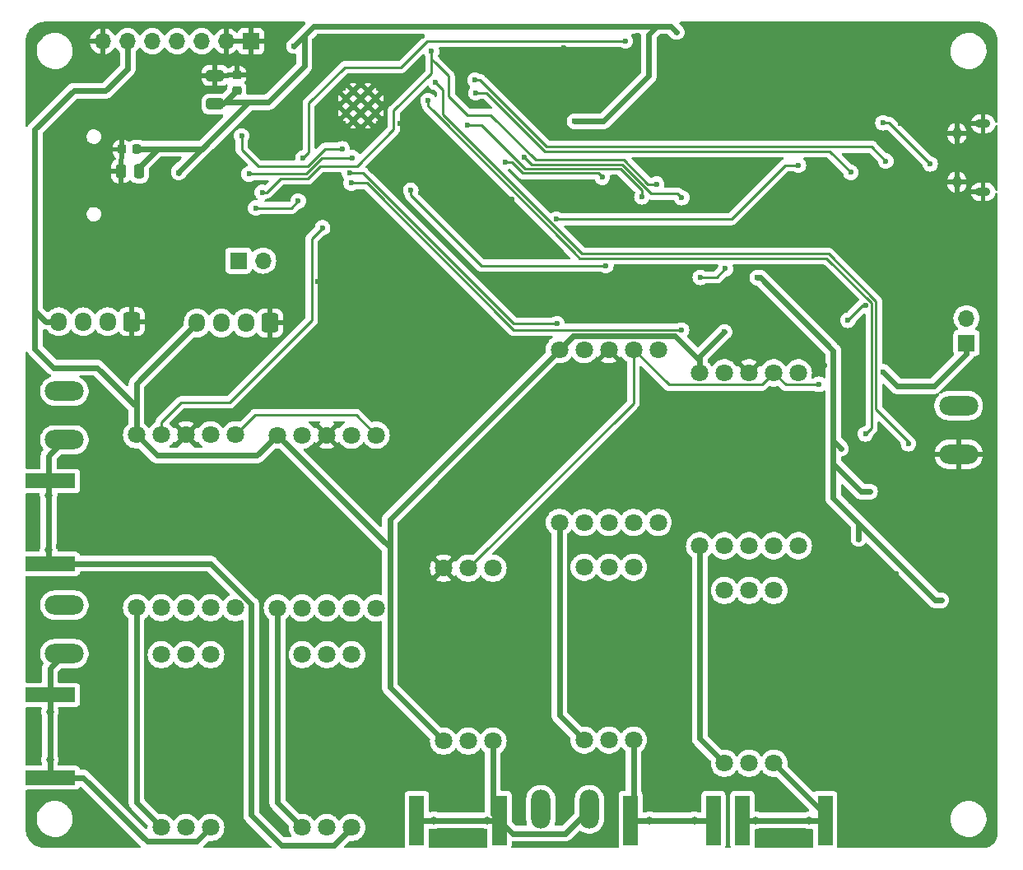
<source format=gbl>
G04 #@! TF.GenerationSoftware,KiCad,Pcbnew,7.0.0-da2b9df05c~171~ubuntu20.04.1*
G04 #@! TF.CreationDate,2023-05-09T13:21:18-04:00*
G04 #@! TF.ProjectId,Phecda_V4,50686563-6461-45f5-9634-2e6b69636164,rev?*
G04 #@! TF.SameCoordinates,Original*
G04 #@! TF.FileFunction,Copper,L2,Bot*
G04 #@! TF.FilePolarity,Positive*
%FSLAX46Y46*%
G04 Gerber Fmt 4.6, Leading zero omitted, Abs format (unit mm)*
G04 Created by KiCad (PCBNEW 7.0.0-da2b9df05c~171~ubuntu20.04.1) date 2023-05-09 13:21:18*
%MOMM*%
%LPD*%
G01*
G04 APERTURE LIST*
G04 Aperture macros list*
%AMRoundRect*
0 Rectangle with rounded corners*
0 $1 Rounding radius*
0 $2 $3 $4 $5 $6 $7 $8 $9 X,Y pos of 4 corners*
0 Add a 4 corners polygon primitive as box body*
4,1,4,$2,$3,$4,$5,$6,$7,$8,$9,$2,$3,0*
0 Add four circle primitives for the rounded corners*
1,1,$1+$1,$2,$3*
1,1,$1+$1,$4,$5*
1,1,$1+$1,$6,$7*
1,1,$1+$1,$8,$9*
0 Add four rect primitives between the rounded corners*
20,1,$1+$1,$2,$3,$4,$5,0*
20,1,$1+$1,$4,$5,$6,$7,0*
20,1,$1+$1,$6,$7,$8,$9,0*
20,1,$1+$1,$8,$9,$2,$3,0*%
G04 Aperture macros list end*
G04 #@! TA.AperFunction,ComponentPad*
%ADD10R,1.700000X1.700000*%
G04 #@! TD*
G04 #@! TA.AperFunction,ComponentPad*
%ADD11O,1.700000X1.700000*%
G04 #@! TD*
G04 #@! TA.AperFunction,SMDPad,CuDef*
%ADD12R,1.500000X5.080000*%
G04 #@! TD*
G04 #@! TA.AperFunction,SMDPad,CuDef*
%ADD13R,5.080000X1.500000*%
G04 #@! TD*
G04 #@! TA.AperFunction,ComponentPad*
%ADD14RoundRect,0.250000X0.600000X0.725000X-0.600000X0.725000X-0.600000X-0.725000X0.600000X-0.725000X0*%
G04 #@! TD*
G04 #@! TA.AperFunction,ComponentPad*
%ADD15O,1.700000X1.950000*%
G04 #@! TD*
G04 #@! TA.AperFunction,ComponentPad*
%ADD16C,1.800000*%
G04 #@! TD*
G04 #@! TA.AperFunction,ComponentPad*
%ADD17O,1.550000X0.890000*%
G04 #@! TD*
G04 #@! TA.AperFunction,ComponentPad*
%ADD18O,0.950000X1.250000*%
G04 #@! TD*
G04 #@! TA.AperFunction,HeatsinkPad*
%ADD19C,0.600000*%
G04 #@! TD*
G04 #@! TA.AperFunction,ComponentPad*
%ADD20O,4.000000X2.000000*%
G04 #@! TD*
G04 #@! TA.AperFunction,ComponentPad*
%ADD21O,2.000000X4.000000*%
G04 #@! TD*
G04 #@! TA.AperFunction,SMDPad,CuDef*
%ADD22RoundRect,0.250000X0.650000X-0.325000X0.650000X0.325000X-0.650000X0.325000X-0.650000X-0.325000X0*%
G04 #@! TD*
G04 #@! TA.AperFunction,SMDPad,CuDef*
%ADD23RoundRect,0.225000X0.225000X0.250000X-0.225000X0.250000X-0.225000X-0.250000X0.225000X-0.250000X0*%
G04 #@! TD*
G04 #@! TA.AperFunction,SMDPad,CuDef*
%ADD24RoundRect,0.225000X0.250000X-0.225000X0.250000X0.225000X-0.250000X0.225000X-0.250000X-0.225000X0*%
G04 #@! TD*
G04 #@! TA.AperFunction,SMDPad,CuDef*
%ADD25RoundRect,0.250000X0.250000X0.475000X-0.250000X0.475000X-0.250000X-0.475000X0.250000X-0.475000X0*%
G04 #@! TD*
G04 #@! TA.AperFunction,ViaPad*
%ADD26C,0.600000*%
G04 #@! TD*
G04 #@! TA.AperFunction,ViaPad*
%ADD27C,0.800000*%
G04 #@! TD*
G04 #@! TA.AperFunction,Conductor*
%ADD28C,0.250000*%
G04 #@! TD*
G04 #@! TA.AperFunction,Conductor*
%ADD29C,0.609600*%
G04 #@! TD*
G04 #@! TA.AperFunction,Conductor*
%ADD30C,0.254000*%
G04 #@! TD*
G04 APERTURE END LIST*
D10*
X62894999Y-63569999D03*
D11*
X65434999Y-63569999D03*
D12*
X89749999Y-121137499D03*
X81249999Y-121137499D03*
D13*
X43562499Y-116749999D03*
X43562499Y-108249999D03*
D14*
X66140000Y-69980000D03*
D15*
X63639999Y-69979999D03*
X61139999Y-69979999D03*
X58639999Y-69979999D03*
D16*
X112900000Y-97500000D03*
X115440000Y-97500000D03*
X117980000Y-97500000D03*
X117980000Y-115280000D03*
X115440000Y-115280000D03*
X112900000Y-115280000D03*
D17*
X139499999Y-56499999D03*
D18*
X136799999Y-55499999D03*
X136799999Y-50499999D03*
D17*
X139499999Y-49499999D03*
D16*
X66900000Y-81520000D03*
X69440000Y-81520000D03*
X71980000Y-81520000D03*
X74520000Y-81520000D03*
X77060000Y-81520000D03*
X77060000Y-99300000D03*
X74520000Y-99300000D03*
X71980000Y-99300000D03*
X69440000Y-99300000D03*
X66900000Y-99300000D03*
X54960000Y-104110000D03*
X57500000Y-104110000D03*
X60040000Y-104110000D03*
X60040000Y-121890000D03*
X57500000Y-121890000D03*
X54960000Y-121890000D03*
X52420000Y-81500000D03*
X54960000Y-81500000D03*
X57500000Y-81500000D03*
X60040000Y-81500000D03*
X62580000Y-81500000D03*
X62580000Y-99280000D03*
X60040000Y-99280000D03*
X57500000Y-99280000D03*
X54960000Y-99280000D03*
X52420000Y-99280000D03*
X95920000Y-72720000D03*
X98460000Y-72720000D03*
X101000000Y-72720000D03*
X103540000Y-72720000D03*
X106080000Y-72720000D03*
X106080000Y-90500000D03*
X103540000Y-90500000D03*
X101000000Y-90500000D03*
X98460000Y-90500000D03*
X95920000Y-90500000D03*
X69460000Y-104110000D03*
X72000000Y-104110000D03*
X74540000Y-104110000D03*
X74540000Y-121890000D03*
X72000000Y-121890000D03*
X69460000Y-121890000D03*
D10*
X64199999Y-40999999D03*
D11*
X61659999Y-40999999D03*
X59119999Y-40999999D03*
X56579999Y-40999999D03*
X54039999Y-40999999D03*
X51499999Y-40999999D03*
X48959999Y-40999999D03*
D19*
X73950000Y-46877500D03*
X73950000Y-48402500D03*
X74712500Y-46115000D03*
X74712500Y-47640000D03*
X74712500Y-49165000D03*
X75475000Y-46877500D03*
X75475000Y-48402500D03*
X76237500Y-46115000D03*
X76237500Y-47640000D03*
X76237500Y-49165000D03*
X77000000Y-46877500D03*
X77000000Y-48402500D03*
D16*
X98460000Y-95110000D03*
X101000000Y-95110000D03*
X103540000Y-95110000D03*
X103540000Y-112890000D03*
X101000000Y-112890000D03*
X98460000Y-112890000D03*
D20*
X44999999Y-103999999D03*
X44999999Y-98999999D03*
D12*
X123249999Y-121137499D03*
X114749999Y-121137499D03*
D13*
X43562499Y-94749999D03*
X43562499Y-86249999D03*
D16*
X110340000Y-75120000D03*
X112880000Y-75120000D03*
X115420000Y-75120000D03*
X117960000Y-75120000D03*
X120500000Y-75120000D03*
X120500000Y-92900000D03*
X117960000Y-92900000D03*
X115420000Y-92900000D03*
X112880000Y-92900000D03*
X110340000Y-92900000D03*
D20*
X44999999Y-81999999D03*
X44999999Y-76999999D03*
D21*
X98999999Y-119999999D03*
X93999999Y-119999999D03*
D16*
X84000000Y-95220000D03*
X86540000Y-95220000D03*
X89080000Y-95220000D03*
X89080000Y-113000000D03*
X86540000Y-113000000D03*
X84000000Y-113000000D03*
D14*
X51920000Y-69860000D03*
D15*
X49419999Y-69859999D03*
X46919999Y-69859999D03*
X44419999Y-69859999D03*
D12*
X111749999Y-121137499D03*
X103249999Y-121137499D03*
D10*
X137799999Y-72039999D03*
D11*
X137799999Y-69499999D03*
D20*
X136999999Y-78499999D03*
X136999999Y-83499999D03*
D22*
X60500000Y-47475000D03*
X60500000Y-44525000D03*
D23*
X52455000Y-52130000D03*
X50905000Y-52130000D03*
D24*
X62730000Y-46045000D03*
X62730000Y-44495000D03*
D25*
X52680000Y-54380000D03*
X50780000Y-54380000D03*
D26*
X124700000Y-92400000D03*
X117000000Y-119300000D03*
X125900000Y-88300000D03*
X137300000Y-95700000D03*
X120100000Y-64750000D03*
X56000000Y-91100000D03*
X65050000Y-68110000D03*
X65500000Y-120100000D03*
X55300000Y-56840000D03*
X88800000Y-59000000D03*
X83090000Y-53980000D03*
X131000000Y-49500000D03*
X91600000Y-120200000D03*
X112300000Y-40400000D03*
X50370000Y-61730000D03*
X105600000Y-64500000D03*
X98100000Y-57100000D03*
X79500000Y-49500000D03*
X48500000Y-116100000D03*
X70900000Y-44600000D03*
X122350000Y-78550000D03*
X104550000Y-92850000D03*
X95850000Y-80550000D03*
X58530000Y-72980000D03*
X45800000Y-106300000D03*
X90640000Y-41970000D03*
X96400000Y-119300000D03*
X45120000Y-73020000D03*
X98000000Y-123100000D03*
X42300000Y-79600000D03*
X90800000Y-84700000D03*
X112000000Y-55100000D03*
X98150000Y-92700000D03*
X119500000Y-55400000D03*
X48600000Y-121900000D03*
X55430000Y-53610000D03*
X119350000Y-94900000D03*
X120410000Y-46480000D03*
X58550000Y-101550000D03*
X123140000Y-44100000D03*
X54300000Y-101500000D03*
X99075500Y-56420000D03*
X50340000Y-73130000D03*
X73710000Y-50770000D03*
X65200000Y-77350000D03*
X103400000Y-102400000D03*
X54160000Y-49170000D03*
X116098823Y-68699902D03*
X48400000Y-76850000D03*
X116400000Y-94900000D03*
X118800000Y-103900000D03*
X127110000Y-60390000D03*
X58470000Y-76010000D03*
X129800000Y-71600000D03*
X130975500Y-87000000D03*
X47200000Y-43000000D03*
X98050000Y-47790000D03*
X112050000Y-68275000D03*
X66950000Y-88600000D03*
X42600000Y-101200000D03*
X136550000Y-57400000D03*
X65300000Y-43150000D03*
X109400000Y-117150000D03*
X134600000Y-89000000D03*
X82200000Y-116300000D03*
X72320000Y-49200000D03*
X126190000Y-44930000D03*
X87400000Y-116800000D03*
X87400000Y-55300000D03*
X41700000Y-114800000D03*
X113260000Y-110990000D03*
X62450000Y-107900000D03*
X132000000Y-45300000D03*
X74900000Y-68600000D03*
X138450000Y-107450000D03*
X69750000Y-106950000D03*
X76200000Y-86400000D03*
X65540000Y-60490000D03*
X120660000Y-59760000D03*
X127200000Y-77800000D03*
X121200000Y-122800000D03*
X101850951Y-56949049D03*
X87800000Y-102400000D03*
X79480000Y-62270000D03*
X80950000Y-83100000D03*
X81760000Y-40480000D03*
X42200000Y-88400000D03*
X125800000Y-41440000D03*
X133900000Y-66250000D03*
X138000000Y-50900000D03*
X132800000Y-99150000D03*
X55570000Y-45080000D03*
X48350000Y-90050000D03*
X71840000Y-55780000D03*
X58530000Y-79370000D03*
X87600000Y-122400000D03*
X101850000Y-92700000D03*
X112700000Y-95300000D03*
X69010000Y-61910000D03*
X114900000Y-61600000D03*
X79260000Y-45410000D03*
X55250000Y-70050000D03*
X110230000Y-61630000D03*
X120050000Y-66725000D03*
X44820000Y-65950000D03*
X96640000Y-50290000D03*
X55300000Y-112900000D03*
X135050000Y-51550000D03*
X116800000Y-122600000D03*
X60920000Y-60010000D03*
X69050000Y-101500000D03*
X65200000Y-72550000D03*
X91063013Y-57246754D03*
X113400000Y-84600000D03*
X71050000Y-65700000D03*
X126900000Y-121300000D03*
X42000000Y-110600000D03*
X139100000Y-103200000D03*
X73250000Y-101700000D03*
X123200000Y-74400000D03*
X106610000Y-41200000D03*
X111800000Y-49600000D03*
X45920000Y-55260000D03*
X134200000Y-95600000D03*
X104900000Y-119900000D03*
X127530000Y-83040000D03*
X54000000Y-96700000D03*
X125700000Y-72700000D03*
X74590000Y-62370000D03*
X98650000Y-67750000D03*
X76500000Y-111400000D03*
X71300000Y-110400000D03*
X89100000Y-43000000D03*
X123900000Y-98400000D03*
X56560000Y-58550000D03*
X77750000Y-121450000D03*
X130600000Y-95800000D03*
X61600000Y-119100000D03*
X139700000Y-89700000D03*
X89900000Y-60600000D03*
X105300000Y-67400000D03*
X46800000Y-60520000D03*
X44600000Y-88000000D03*
X83700000Y-123100000D03*
X104000000Y-40400000D03*
X89450000Y-89610000D03*
X117040000Y-41210000D03*
X49100000Y-109000000D03*
X72150000Y-76400000D03*
X121450000Y-115800000D03*
X56100000Y-75950000D03*
X78200000Y-55000000D03*
X82500000Y-55400000D03*
X77020000Y-41900000D03*
X62850000Y-91130000D03*
X103660000Y-49340000D03*
X133900000Y-72400000D03*
X94240000Y-44860000D03*
X61100000Y-101350000D03*
X59950000Y-86200000D03*
X42200000Y-92800000D03*
X95100000Y-47700000D03*
X133000000Y-74400000D03*
X139800000Y-60100000D03*
X120200000Y-71500000D03*
X106660000Y-53780000D03*
X91000000Y-73050000D03*
X60450000Y-65240000D03*
X44400000Y-93000000D03*
X79170000Y-46400000D03*
X137400000Y-66800000D03*
X132750000Y-81850000D03*
X105650000Y-117610000D03*
X46380000Y-51520000D03*
X114500000Y-46300000D03*
X75950000Y-101400000D03*
X80550000Y-90950000D03*
X139150000Y-116650000D03*
X100000000Y-42300000D03*
X88800000Y-66050000D03*
X96400000Y-41700000D03*
X133500000Y-62300000D03*
X129175000Y-75000000D03*
X112900000Y-70900000D03*
X68600000Y-41500000D03*
X127862500Y-87337500D03*
X97470000Y-49240000D03*
X124885000Y-82885000D03*
X116270000Y-65320000D03*
X107990000Y-40060000D03*
X135187500Y-98512500D03*
X126710000Y-92190000D03*
X56760000Y-54520000D03*
X125600000Y-69700000D03*
X127400000Y-68200000D03*
X122600000Y-76300000D03*
D27*
X88500000Y-121137500D03*
X83000000Y-121137500D03*
X43362500Y-93300000D03*
X43362500Y-87700000D03*
X43500000Y-110000000D03*
X43500000Y-114900000D03*
X121600000Y-121137500D03*
X116100000Y-121137500D03*
X105200000Y-121137500D03*
X109800000Y-121137500D03*
D26*
X74320000Y-54560000D03*
X95650000Y-70050000D03*
X71550000Y-60200000D03*
X74500000Y-55600000D03*
X108480000Y-70720000D03*
X120510000Y-53770000D03*
X95600000Y-59300000D03*
X127400000Y-81400000D03*
X82400000Y-47120000D03*
X83190000Y-45230000D03*
X131830000Y-82420000D03*
X65350000Y-56540000D03*
X82760000Y-42050000D03*
X105910000Y-55700000D03*
X69045000Y-57455000D03*
X64670000Y-58150000D03*
X63980000Y-54660000D03*
X108500000Y-57100000D03*
X74620000Y-52980000D03*
X92278411Y-52911589D03*
X73560000Y-52080000D03*
X63220000Y-50760000D03*
X86450000Y-49650000D03*
X104400000Y-57000000D03*
X110400000Y-65300000D03*
X113000000Y-64400000D03*
X125900000Y-54500000D03*
X87320000Y-46320000D03*
X87230000Y-45000000D03*
X129490000Y-53330000D03*
X102700000Y-40970000D03*
X69530000Y-53030000D03*
X80620000Y-56330000D03*
X100700000Y-64100000D03*
X100328500Y-54990000D03*
X90320000Y-53470000D03*
X134050000Y-53626500D03*
X129200000Y-49400000D03*
D28*
X101850951Y-56949049D02*
X102600000Y-57698098D01*
X102600000Y-57698098D02*
X102600000Y-58500000D01*
D29*
X58640000Y-69980000D02*
X52420000Y-76200000D01*
X43890000Y-74580000D02*
X41960000Y-72650000D01*
X137800000Y-73140000D02*
X137800000Y-72040000D01*
X51500000Y-43850000D02*
X51500000Y-41000000D01*
X45950000Y-46110000D02*
X49240000Y-46110000D01*
X97324800Y-71315200D02*
X95920000Y-72720000D01*
X110340000Y-73460000D02*
X112900000Y-70900000D01*
X54530000Y-83610000D02*
X64810000Y-83610000D01*
X52420000Y-76200000D02*
X52420000Y-78620000D01*
X134440000Y-76500000D02*
X137800000Y-73140000D01*
X78464800Y-93084800D02*
X78464800Y-107464800D01*
X129175000Y-75000000D02*
X130675000Y-76500000D01*
X110340000Y-73847208D02*
X107807992Y-71315200D01*
X66900000Y-81520000D02*
X78464800Y-93084800D01*
X41960000Y-68730000D02*
X41960000Y-50100000D01*
X130675000Y-76500000D02*
X134440000Y-76500000D01*
X44420000Y-69860000D02*
X43090000Y-69860000D01*
X49240000Y-46110000D02*
X51500000Y-43850000D01*
X110340000Y-75120000D02*
X110340000Y-73460000D01*
X78464800Y-90175200D02*
X95920000Y-72720000D01*
X43090000Y-69860000D02*
X41960000Y-68730000D01*
X110340000Y-75120000D02*
X110340000Y-73847208D01*
X78464800Y-93084800D02*
X78464800Y-90175200D01*
X107807992Y-71315200D02*
X97324800Y-71315200D01*
X78464800Y-107464800D02*
X84000000Y-113000000D01*
X52420000Y-78620000D02*
X48380000Y-74580000D01*
X48380000Y-74580000D02*
X43890000Y-74580000D01*
X41960000Y-50100000D02*
X45950000Y-46110000D01*
X52420000Y-81500000D02*
X52420000Y-78620000D01*
X64810000Y-83610000D02*
X66900000Y-81520000D01*
X52420000Y-81500000D02*
X54530000Y-83610000D01*
X41960000Y-72650000D02*
X41960000Y-68730000D01*
X52535000Y-52050000D02*
X52455000Y-52130000D01*
X65970000Y-47270000D02*
X69670000Y-43570000D01*
X127862500Y-87337500D02*
X126967500Y-87337500D01*
X126710000Y-90640000D02*
X125815000Y-89745000D01*
X70654800Y-39445200D02*
X68600000Y-41500000D01*
X59160000Y-52050000D02*
X59695000Y-51515000D01*
X59695000Y-51515000D02*
X63940000Y-47270000D01*
X124090000Y-72850000D02*
X124090000Y-81860000D01*
X54600000Y-52050000D02*
X52535000Y-52050000D01*
X125815000Y-89745000D02*
X134582500Y-98512500D01*
X52680000Y-53970000D02*
X54600000Y-52050000D01*
X69670000Y-40430000D02*
X70654800Y-39445200D01*
X105960000Y-39445200D02*
X70654800Y-39445200D01*
X105120000Y-40285200D02*
X105960000Y-39445200D01*
X105120000Y-44580000D02*
X105120000Y-40285200D01*
X124090000Y-84210000D02*
X124090000Y-88020000D01*
X69670000Y-43570000D02*
X69670000Y-40430000D01*
X124090000Y-82090000D02*
X124090000Y-81860000D01*
X126710000Y-92190000D02*
X126710000Y-90640000D01*
X56130000Y-52050000D02*
X59160000Y-52050000D01*
X63940000Y-47270000D02*
X65970000Y-47270000D01*
X56760000Y-54450000D02*
X59695000Y-51515000D01*
X100460000Y-49240000D02*
X105120000Y-44580000D01*
X56760000Y-54520000D02*
X56760000Y-54450000D01*
X134582500Y-98512500D02*
X135187500Y-98512500D01*
X61607500Y-47167500D02*
X62730000Y-46045000D01*
X52680000Y-54380000D02*
X52680000Y-53970000D01*
X61710000Y-47270000D02*
X61607500Y-47167500D01*
X116560000Y-65320000D02*
X124090000Y-72850000D01*
X60500000Y-47475000D02*
X61300000Y-47475000D01*
X116270000Y-65320000D02*
X116560000Y-65320000D01*
X107375200Y-39445200D02*
X105960000Y-39445200D01*
X107990000Y-40060000D02*
X107375200Y-39445200D01*
X124090000Y-84460000D02*
X124090000Y-84210000D01*
X124090000Y-88020000D02*
X125815000Y-89745000D01*
X56130000Y-52050000D02*
X54600000Y-52050000D01*
X61300000Y-47475000D02*
X61607500Y-47167500D01*
X124090000Y-81860000D02*
X124090000Y-84210000D01*
X97470000Y-49240000D02*
X100460000Y-49240000D01*
X63940000Y-47270000D02*
X61710000Y-47270000D01*
X126967500Y-87337500D02*
X124090000Y-84460000D01*
X124885000Y-82885000D02*
X124090000Y-82090000D01*
D30*
X125600000Y-69700000D02*
X127100000Y-68200000D01*
X64620000Y-79460000D02*
X75000000Y-79460000D01*
X62580000Y-81500000D02*
X64620000Y-79460000D01*
X127100000Y-68200000D02*
X127400000Y-68200000D01*
X75000000Y-79460000D02*
X77060000Y-81520000D01*
D28*
X107165000Y-76345000D02*
X116735000Y-76345000D01*
D30*
X86540000Y-95220000D02*
X103540000Y-78220000D01*
D28*
X117960000Y-75120000D02*
X119185000Y-76345000D01*
X103540000Y-72720000D02*
X107165000Y-76345000D01*
X116735000Y-76345000D02*
X117960000Y-75120000D01*
D30*
X103540000Y-78220000D02*
X103540000Y-72720000D01*
D28*
X119185000Y-76345000D02*
X122555000Y-76345000D01*
X122555000Y-76345000D02*
X122600000Y-76300000D01*
D29*
X83000000Y-121137500D02*
X88500000Y-121137500D01*
X83000000Y-121137500D02*
X81250000Y-121137500D01*
X88500000Y-121137500D02*
X89750000Y-121137500D01*
X89080000Y-113000000D02*
X89080000Y-120467500D01*
X89750000Y-121137500D02*
X91117300Y-122504800D01*
X91117300Y-122504800D02*
X96495200Y-122504800D01*
X96495200Y-122504800D02*
X99000000Y-120000000D01*
X89080000Y-120467500D02*
X89750000Y-121137500D01*
X60036688Y-94750000D02*
X64200000Y-98913312D01*
X43362500Y-94750000D02*
X60036688Y-94750000D01*
X43362500Y-87700000D02*
X43362500Y-93300000D01*
X43362500Y-93300000D02*
X43362500Y-94750000D01*
X72734800Y-123695200D02*
X74540000Y-121890000D01*
X43362500Y-83637500D02*
X45000000Y-82000000D01*
X64200000Y-98913312D02*
X64200000Y-120600000D01*
X64200000Y-120600000D02*
X67295200Y-123695200D01*
X43362500Y-87700000D02*
X43362500Y-83637500D01*
X67295200Y-123695200D02*
X72734800Y-123695200D01*
X43500000Y-116687500D02*
X43562500Y-116750000D01*
X46950000Y-116750000D02*
X53494800Y-123294800D01*
X43500000Y-105500000D02*
X45000000Y-104000000D01*
X43562500Y-116750000D02*
X46950000Y-116750000D01*
X58635200Y-123294800D02*
X60040000Y-121890000D01*
X43500000Y-110000000D02*
X43500000Y-105500000D01*
X43500000Y-110000000D02*
X43500000Y-114900000D01*
X53494800Y-123294800D02*
X58635200Y-123294800D01*
X43500000Y-114900000D02*
X43500000Y-116687500D01*
X123250000Y-120550000D02*
X123250000Y-121137500D01*
X116100000Y-121137500D02*
X114750000Y-121137500D01*
X121600000Y-121137500D02*
X123250000Y-121137500D01*
X117980000Y-115280000D02*
X123250000Y-120550000D01*
X121600000Y-121137500D02*
X116100000Y-121137500D01*
X103540000Y-121137500D02*
X103540000Y-112890000D01*
X109800000Y-121137500D02*
X111750000Y-121137500D01*
X109800000Y-121137500D02*
X105200000Y-121137500D01*
X105200000Y-121137500D02*
X103540000Y-121137500D01*
D30*
X91210000Y-70050000D02*
X95650000Y-70050000D01*
X76065000Y-54905000D02*
X91210000Y-70050000D01*
X74320000Y-54560000D02*
X75720000Y-54560000D01*
X75720000Y-54560000D02*
X76065000Y-54905000D01*
X70423000Y-69727000D02*
X70423000Y-61327000D01*
X54960000Y-80200000D02*
X57010000Y-78150000D01*
X57010000Y-78150000D02*
X62000000Y-78150000D01*
X62000000Y-78150000D02*
X70423000Y-69727000D01*
X54960000Y-81500000D02*
X54960000Y-80200000D01*
X70423000Y-61327000D02*
X71550000Y-60200000D01*
X91194948Y-70677000D02*
X108437000Y-70677000D01*
X74500000Y-55600000D02*
X76117948Y-55600000D01*
X76117948Y-55600000D02*
X91194948Y-70677000D01*
X108437000Y-70677000D02*
X108480000Y-70720000D01*
X113600000Y-59300000D02*
X95600000Y-59300000D01*
X120510000Y-53770000D02*
X119130000Y-53770000D01*
X119130000Y-53770000D02*
X113600000Y-59300000D01*
D28*
X128025000Y-80775000D02*
X127400000Y-81400000D01*
X97448000Y-62786386D02*
X97448000Y-62787225D01*
X97448000Y-62787225D02*
X97985775Y-63325000D01*
X82400000Y-47645603D02*
X82869861Y-48115464D01*
X128025000Y-67941116D02*
X128025000Y-80775000D01*
X123408884Y-63325000D02*
X128025000Y-67941116D01*
X82869861Y-48115464D02*
X97448000Y-62786386D01*
X82400000Y-47120000D02*
X82400000Y-47645603D01*
X97985775Y-63325000D02*
X123408884Y-63325000D01*
D30*
X123596108Y-62873000D02*
X128477000Y-67753892D01*
X83920000Y-45960000D02*
X83920000Y-48526378D01*
X131830000Y-82213000D02*
X131830000Y-82420000D01*
X128477000Y-67753892D02*
X128477000Y-78860000D01*
X83190000Y-45230000D02*
X83920000Y-45960000D01*
X128477000Y-78860000D02*
X131830000Y-82213000D01*
X83920000Y-48526378D02*
X98266622Y-62873000D01*
X98266622Y-62873000D02*
X123596108Y-62873000D01*
D28*
X78875000Y-50065000D02*
X78875000Y-48145000D01*
X75100000Y-53840000D02*
X78875000Y-50065000D01*
X102561396Y-53225000D02*
X105036396Y-55700000D01*
X82760000Y-42050000D02*
X82760000Y-42820000D01*
X67230000Y-55130000D02*
X70040000Y-55130000D01*
X88850000Y-48600000D02*
X93475000Y-53225000D01*
X78875000Y-48145000D02*
X82760000Y-44260000D01*
X105036396Y-55700000D02*
X105910000Y-55700000D01*
X86470000Y-48600000D02*
X88850000Y-48600000D01*
X65820000Y-56540000D02*
X67230000Y-55130000D01*
X82760000Y-44260000D02*
X82760000Y-42820000D01*
X93475000Y-53225000D02*
X102561396Y-53225000D01*
X83170000Y-43230000D02*
X84520000Y-44580000D01*
X84520000Y-46650000D02*
X86470000Y-48600000D01*
X71330000Y-53840000D02*
X75100000Y-53840000D01*
X84520000Y-44580000D02*
X84520000Y-46650000D01*
X82760000Y-42820000D02*
X83170000Y-43230000D01*
X65350000Y-56540000D02*
X65820000Y-56540000D01*
X70040000Y-55130000D02*
X71330000Y-53840000D01*
X68350000Y-58150000D02*
X69045000Y-57455000D01*
X64670000Y-58150000D02*
X68350000Y-58150000D01*
X108080000Y-56680000D02*
X105380000Y-56680000D01*
X71466396Y-53050000D02*
X74550000Y-53050000D01*
X93045000Y-53675000D02*
X92280000Y-52910000D01*
X69856396Y-54660000D02*
X71466396Y-53050000D01*
X108500000Y-57100000D02*
X108080000Y-56680000D01*
X74550000Y-53050000D02*
X74620000Y-52980000D01*
X92280000Y-52910000D02*
X92278411Y-52911589D01*
X105380000Y-56680000D02*
X102375000Y-53675000D01*
X63980000Y-54660000D02*
X69856396Y-54660000D01*
X102375000Y-53675000D02*
X93045000Y-53675000D01*
X63220000Y-52160000D02*
X64930000Y-53870000D01*
X73560000Y-52080000D02*
X71920000Y-52080000D01*
X102188604Y-54125000D02*
X92355000Y-54125000D01*
X70010000Y-53870000D02*
X71800000Y-52080000D01*
X104400000Y-56336396D02*
X102188604Y-54125000D01*
X104400000Y-57000000D02*
X104400000Y-56336396D01*
X92355000Y-54125000D02*
X87880000Y-49650000D01*
X71800000Y-52080000D02*
X71920000Y-52080000D01*
X87880000Y-49650000D02*
X86450000Y-49650000D01*
X63220000Y-50760000D02*
X63220000Y-52160000D01*
X64930000Y-53870000D02*
X70010000Y-53870000D01*
X112100000Y-65300000D02*
X113000000Y-64400000D01*
X110400000Y-65300000D02*
X112100000Y-65300000D01*
D30*
X94421948Y-52304000D02*
X123704000Y-52304000D01*
X123704000Y-52304000D02*
X125900000Y-54500000D01*
X87320000Y-46320000D02*
X88437948Y-46320000D01*
X88437948Y-46320000D02*
X94421948Y-52304000D01*
X87230000Y-45000000D02*
X87760000Y-45000000D01*
X128010000Y-51850000D02*
X129490000Y-53330000D01*
X94610000Y-51850000D02*
X128010000Y-51850000D01*
X87760000Y-45000000D02*
X94610000Y-51850000D01*
D28*
X69530000Y-53030000D02*
X70120000Y-52440000D01*
X101500000Y-40975000D02*
X101505000Y-40970000D01*
X82315000Y-40975000D02*
X101500000Y-40975000D01*
X101505000Y-40970000D02*
X102700000Y-40970000D01*
X70120000Y-52440000D02*
X70120000Y-47390000D01*
X79615000Y-43675000D02*
X82315000Y-40975000D01*
X70120000Y-47390000D02*
X73835000Y-43675000D01*
X73835000Y-43675000D02*
X79615000Y-43675000D01*
X80620000Y-56820000D02*
X87900000Y-64100000D01*
X80620000Y-56330000D02*
X80620000Y-56820000D01*
X87900000Y-64100000D02*
X100700000Y-64100000D01*
X99913500Y-54575000D02*
X92168604Y-54575000D01*
X100328500Y-54990000D02*
X99913500Y-54575000D01*
X91063604Y-53470000D02*
X90320000Y-53470000D01*
X92168604Y-54575000D02*
X91063604Y-53470000D01*
D29*
X110340000Y-92900000D02*
X110340000Y-112720000D01*
X110340000Y-112720000D02*
X112900000Y-115280000D01*
X95920000Y-90500000D02*
X95920000Y-110350000D01*
X95920000Y-110350000D02*
X98460000Y-112890000D01*
X66900000Y-119330000D02*
X69460000Y-121890000D01*
X66900000Y-99300000D02*
X66900000Y-119330000D01*
X52420000Y-99280000D02*
X52420000Y-119350000D01*
X52420000Y-119350000D02*
X54960000Y-121890000D01*
D30*
X129823500Y-49400000D02*
X134050000Y-53626500D01*
X129200000Y-49400000D02*
X129823500Y-49400000D01*
G04 #@! TA.AperFunction,Conductor*
G36*
X139004042Y-39000764D02*
G01*
X139083586Y-39005978D01*
X139083767Y-39005991D01*
X139261587Y-39018709D01*
X139276904Y-39020772D01*
X139388378Y-39042945D01*
X139390437Y-39043374D01*
X139530240Y-39073786D01*
X139543703Y-39077522D01*
X139657725Y-39116228D01*
X139661074Y-39117420D01*
X139788808Y-39165062D01*
X139800300Y-39170024D01*
X139910687Y-39224461D01*
X139915187Y-39226798D01*
X140032478Y-39290844D01*
X140041942Y-39296574D01*
X140145269Y-39365615D01*
X140150688Y-39369450D01*
X140256727Y-39448830D01*
X140264145Y-39454844D01*
X140341347Y-39522548D01*
X140357976Y-39537131D01*
X140363898Y-39542678D01*
X140457320Y-39636100D01*
X140462867Y-39642022D01*
X140545150Y-39735848D01*
X140551173Y-39743278D01*
X140583205Y-39786067D01*
X140630548Y-39849310D01*
X140634383Y-39854729D01*
X140703424Y-39958056D01*
X140709154Y-39967520D01*
X140773183Y-40084779D01*
X140775556Y-40089348D01*
X140783513Y-40105482D01*
X140829969Y-40199687D01*
X140834938Y-40211196D01*
X140882556Y-40338863D01*
X140883793Y-40342338D01*
X140922470Y-40456276D01*
X140926217Y-40469777D01*
X140956613Y-40609508D01*
X140957064Y-40611675D01*
X140979224Y-40723080D01*
X140981291Y-40738425D01*
X140993995Y-40916046D01*
X140994045Y-40916781D01*
X140999234Y-40995942D01*
X140999500Y-41004053D01*
X140999500Y-49265198D01*
X140984423Y-49324458D01*
X140942860Y-49369307D01*
X140884916Y-49388840D01*
X140824683Y-49378307D01*
X140776807Y-49340269D01*
X140752930Y-49283975D01*
X140750502Y-49268126D01*
X140747366Y-49256015D01*
X140684985Y-49087582D01*
X140679471Y-49076340D01*
X140584463Y-48923913D01*
X140576804Y-48914019D01*
X140453052Y-48783832D01*
X140443561Y-48775685D01*
X140296133Y-48673072D01*
X140285199Y-48667003D01*
X140120131Y-48596167D01*
X140108201Y-48592424D01*
X139932254Y-48556265D01*
X139919809Y-48555000D01*
X139766326Y-48555000D01*
X139753450Y-48558450D01*
X139750000Y-48571326D01*
X139750000Y-50428674D01*
X139753450Y-50441549D01*
X139766326Y-50445000D01*
X139874778Y-50445000D01*
X139881043Y-50444682D01*
X140014955Y-50431064D01*
X140027206Y-50428546D01*
X140198584Y-50374776D01*
X140210089Y-50369839D01*
X140367130Y-50282674D01*
X140377405Y-50275523D01*
X140513683Y-50158531D01*
X140522315Y-50149451D01*
X140632250Y-50007426D01*
X140638875Y-49996799D01*
X140717976Y-49835540D01*
X140722320Y-49823810D01*
X140755458Y-49695826D01*
X140783490Y-49643779D01*
X140832434Y-49610626D01*
X140891166Y-49603901D01*
X140946337Y-49625132D01*
X140985409Y-49669495D01*
X140999500Y-49726907D01*
X140999500Y-56265198D01*
X140984423Y-56324458D01*
X140942860Y-56369307D01*
X140884916Y-56388840D01*
X140824683Y-56378307D01*
X140776807Y-56340269D01*
X140752930Y-56283975D01*
X140750502Y-56268126D01*
X140747366Y-56256015D01*
X140684985Y-56087582D01*
X140679471Y-56076340D01*
X140584463Y-55923913D01*
X140576804Y-55914019D01*
X140453052Y-55783832D01*
X140443561Y-55775685D01*
X140296133Y-55673072D01*
X140285199Y-55667003D01*
X140120131Y-55596167D01*
X140108201Y-55592424D01*
X139932254Y-55556265D01*
X139919809Y-55555000D01*
X139766326Y-55555000D01*
X139753450Y-55558450D01*
X139750000Y-55571326D01*
X139750000Y-57428674D01*
X139753450Y-57441549D01*
X139766326Y-57445000D01*
X139874778Y-57445000D01*
X139881043Y-57444682D01*
X140014955Y-57431064D01*
X140027206Y-57428546D01*
X140198584Y-57374776D01*
X140210089Y-57369839D01*
X140367130Y-57282674D01*
X140377405Y-57275523D01*
X140513683Y-57158531D01*
X140522315Y-57149451D01*
X140632250Y-57007426D01*
X140638875Y-56996799D01*
X140717976Y-56835540D01*
X140722320Y-56823810D01*
X140755458Y-56695826D01*
X140783490Y-56643779D01*
X140832434Y-56610626D01*
X140891166Y-56603901D01*
X140946337Y-56625132D01*
X140985409Y-56669495D01*
X140999500Y-56726907D01*
X140999500Y-122495572D01*
X140999184Y-122504420D01*
X140994551Y-122569183D01*
X140994485Y-122570064D01*
X140983280Y-122712438D01*
X140980828Y-122729067D01*
X140961390Y-122818423D01*
X140960798Y-122821012D01*
X140934019Y-122932556D01*
X140929627Y-122946942D01*
X140895790Y-123037663D01*
X140894169Y-123041784D01*
X140852330Y-123142789D01*
X140846602Y-123154761D01*
X140799206Y-123241562D01*
X140796100Y-123246926D01*
X140740024Y-123338433D01*
X140733564Y-123347953D01*
X140673770Y-123427829D01*
X140668793Y-123434051D01*
X140599582Y-123515086D01*
X140592973Y-123522235D01*
X140522235Y-123592973D01*
X140515086Y-123599582D01*
X140434051Y-123668793D01*
X140427829Y-123673770D01*
X140347953Y-123733564D01*
X140338433Y-123740024D01*
X140246926Y-123796100D01*
X140241562Y-123799206D01*
X140154761Y-123846602D01*
X140142789Y-123852330D01*
X140041784Y-123894169D01*
X140037663Y-123895790D01*
X139946942Y-123929627D01*
X139932556Y-123934019D01*
X139821012Y-123960798D01*
X139818423Y-123961390D01*
X139729067Y-123980828D01*
X139712438Y-123983280D01*
X139570064Y-123994485D01*
X139569183Y-123994551D01*
X139513010Y-123998569D01*
X139504416Y-123999184D01*
X139495572Y-123999500D01*
X124592675Y-123999500D01*
X124535201Y-123985376D01*
X124490819Y-123946221D01*
X124469642Y-123890955D01*
X124476493Y-123832168D01*
X124488462Y-123800074D01*
X124494091Y-123784983D01*
X124500500Y-123725373D01*
X124500499Y-121067765D01*
X136145788Y-121067765D01*
X136146282Y-121072262D01*
X136146283Y-121072267D01*
X136174917Y-121332506D01*
X136174918Y-121332513D01*
X136175414Y-121337018D01*
X136176559Y-121341398D01*
X136176561Y-121341408D01*
X136215116Y-121488881D01*
X136243928Y-121599088D01*
X136245693Y-121603242D01*
X136245696Y-121603250D01*
X136348099Y-121844223D01*
X136349870Y-121848390D01*
X136352226Y-121852251D01*
X136352229Y-121852256D01*
X136479447Y-122060710D01*
X136490982Y-122079610D01*
X136664255Y-122287820D01*
X136667630Y-122290844D01*
X136667631Y-122290845D01*
X136854081Y-122457905D01*
X136865998Y-122468582D01*
X137091910Y-122618044D01*
X137337176Y-122733020D01*
X137596569Y-122811060D01*
X137864561Y-122850500D01*
X138065369Y-122850500D01*
X138067631Y-122850500D01*
X138270156Y-122835677D01*
X138534553Y-122776780D01*
X138787558Y-122680014D01*
X139023777Y-122547441D01*
X139238177Y-122381888D01*
X139426186Y-122186881D01*
X139583799Y-121966579D01*
X139707656Y-121725675D01*
X139795118Y-121469305D01*
X139844319Y-121202933D01*
X139854212Y-120932235D01*
X139824586Y-120662982D01*
X139756072Y-120400912D01*
X139737719Y-120357725D01*
X139734670Y-120350549D01*
X139650130Y-120151610D01*
X139509018Y-119920390D01*
X139335745Y-119712180D01*
X139301636Y-119681618D01*
X139137382Y-119534446D01*
X139137378Y-119534442D01*
X139134002Y-119531418D01*
X138908090Y-119381956D01*
X138903996Y-119380036D01*
X138903991Y-119380034D01*
X138666929Y-119268904D01*
X138666925Y-119268902D01*
X138662824Y-119266980D01*
X138658477Y-119265672D01*
X138658474Y-119265671D01*
X138407772Y-119190246D01*
X138407771Y-119190245D01*
X138403431Y-119188940D01*
X138398957Y-119188281D01*
X138398950Y-119188280D01*
X138139913Y-119150158D01*
X138139907Y-119150157D01*
X138135439Y-119149500D01*
X137932369Y-119149500D01*
X137930120Y-119149664D01*
X137930109Y-119149665D01*
X137734363Y-119163992D01*
X137734359Y-119163992D01*
X137729844Y-119164323D01*
X137725426Y-119165307D01*
X137725420Y-119165308D01*
X137469877Y-119222232D01*
X137469861Y-119222236D01*
X137465447Y-119223220D01*
X137461216Y-119224838D01*
X137461210Y-119224840D01*
X137216673Y-119318367D01*
X137216663Y-119318371D01*
X137212442Y-119319986D01*
X137208494Y-119322201D01*
X137208489Y-119322204D01*
X136980176Y-119450340D01*
X136980171Y-119450343D01*
X136976223Y-119452559D01*
X136972639Y-119455325D01*
X136972635Y-119455329D01*
X136765407Y-119615343D01*
X136765394Y-119615354D01*
X136761823Y-119618112D01*
X136758685Y-119621366D01*
X136758678Y-119621373D01*
X136576958Y-119809857D01*
X136576952Y-119809864D01*
X136573814Y-119813119D01*
X136571189Y-119816787D01*
X136571179Y-119816800D01*
X136418834Y-120029740D01*
X136418830Y-120029745D01*
X136416201Y-120033421D01*
X136414132Y-120037444D01*
X136414129Y-120037450D01*
X136294416Y-120270293D01*
X136294411Y-120270304D01*
X136292344Y-120274325D01*
X136290884Y-120278602D01*
X136290879Y-120278616D01*
X136206348Y-120526395D01*
X136206344Y-120526407D01*
X136204882Y-120530695D01*
X136204057Y-120535159D01*
X136204057Y-120535161D01*
X136156504Y-120792606D01*
X136156502Y-120792619D01*
X136155681Y-120797067D01*
X136155515Y-120801593D01*
X136155515Y-120801599D01*
X136146025Y-121061292D01*
X136145788Y-121067765D01*
X124500499Y-121067765D01*
X124500499Y-118549628D01*
X124494091Y-118490017D01*
X124443796Y-118355169D01*
X124357546Y-118239954D01*
X124345300Y-118230787D01*
X124249431Y-118159019D01*
X124249430Y-118159018D01*
X124242331Y-118153704D01*
X124107483Y-118103409D01*
X124099770Y-118102579D01*
X124099767Y-118102579D01*
X124051180Y-118097355D01*
X124051169Y-118097354D01*
X124047873Y-118097000D01*
X124044550Y-118097000D01*
X122455439Y-118097000D01*
X122455420Y-118097000D01*
X122452128Y-118097001D01*
X122448850Y-118097353D01*
X122448838Y-118097354D01*
X122400231Y-118102579D01*
X122400225Y-118102580D01*
X122392517Y-118103409D01*
X122385252Y-118106118D01*
X122385246Y-118106120D01*
X122265980Y-118150604D01*
X122265978Y-118150604D01*
X122257669Y-118153704D01*
X122250569Y-118159018D01*
X122250569Y-118159019D01*
X122192076Y-118202806D01*
X122138328Y-118225821D01*
X122080009Y-118221650D01*
X122030085Y-118191219D01*
X119405553Y-115566687D01*
X119376810Y-115521684D01*
X119369658Y-115468769D01*
X119385300Y-115280000D01*
X119366134Y-115048695D01*
X119309157Y-114823700D01*
X119215924Y-114611151D01*
X119088979Y-114416847D01*
X118931784Y-114246087D01*
X118845473Y-114178909D01*
X118752672Y-114106679D01*
X118752671Y-114106678D01*
X118748626Y-114103530D01*
X118674325Y-114063320D01*
X118549007Y-113995501D01*
X118549002Y-113995499D01*
X118544503Y-113993064D01*
X118539657Y-113991400D01*
X118539654Y-113991399D01*
X118329834Y-113919368D01*
X118329833Y-113919367D01*
X118324981Y-113917702D01*
X118319931Y-113916859D01*
X118319922Y-113916857D01*
X118101111Y-113880344D01*
X118101102Y-113880343D01*
X118096049Y-113879500D01*
X117863951Y-113879500D01*
X117858898Y-113880343D01*
X117858888Y-113880344D01*
X117640077Y-113916857D01*
X117640065Y-113916859D01*
X117635019Y-113917702D01*
X117630169Y-113919366D01*
X117630165Y-113919368D01*
X117420345Y-113991399D01*
X117420337Y-113991402D01*
X117415497Y-113993064D01*
X117411001Y-113995496D01*
X117410992Y-113995501D01*
X117215882Y-114101090D01*
X117215878Y-114101092D01*
X117211374Y-114103530D01*
X117207334Y-114106674D01*
X117207327Y-114106679D01*
X117032263Y-114242936D01*
X117032255Y-114242943D01*
X117028216Y-114246087D01*
X117024746Y-114249855D01*
X117024742Y-114249860D01*
X116874491Y-114413077D01*
X116874488Y-114413080D01*
X116871021Y-114416847D01*
X116868224Y-114421127D01*
X116868217Y-114421137D01*
X116813807Y-114504417D01*
X116769015Y-114545649D01*
X116709998Y-114560594D01*
X116650981Y-114545648D01*
X116606190Y-114504415D01*
X116551784Y-114421139D01*
X116551778Y-114421131D01*
X116548979Y-114416847D01*
X116391784Y-114246087D01*
X116305473Y-114178909D01*
X116212672Y-114106679D01*
X116212671Y-114106678D01*
X116208626Y-114103530D01*
X116134325Y-114063320D01*
X116009007Y-113995501D01*
X116009002Y-113995499D01*
X116004503Y-113993064D01*
X115999657Y-113991400D01*
X115999654Y-113991399D01*
X115789834Y-113919368D01*
X115789833Y-113919367D01*
X115784981Y-113917702D01*
X115779931Y-113916859D01*
X115779922Y-113916857D01*
X115561111Y-113880344D01*
X115561102Y-113880343D01*
X115556049Y-113879500D01*
X115323951Y-113879500D01*
X115318898Y-113880343D01*
X115318888Y-113880344D01*
X115100077Y-113916857D01*
X115100065Y-113916859D01*
X115095019Y-113917702D01*
X115090169Y-113919366D01*
X115090165Y-113919368D01*
X114880345Y-113991399D01*
X114880337Y-113991402D01*
X114875497Y-113993064D01*
X114871001Y-113995496D01*
X114870992Y-113995501D01*
X114675882Y-114101090D01*
X114675878Y-114101092D01*
X114671374Y-114103530D01*
X114667334Y-114106674D01*
X114667327Y-114106679D01*
X114492263Y-114242936D01*
X114492255Y-114242943D01*
X114488216Y-114246087D01*
X114484746Y-114249855D01*
X114484742Y-114249860D01*
X114334491Y-114413077D01*
X114334488Y-114413080D01*
X114331021Y-114416847D01*
X114328224Y-114421127D01*
X114328217Y-114421137D01*
X114273807Y-114504417D01*
X114229015Y-114545649D01*
X114169998Y-114560594D01*
X114110981Y-114545648D01*
X114066190Y-114504415D01*
X114011784Y-114421139D01*
X114011778Y-114421131D01*
X114008979Y-114416847D01*
X113851784Y-114246087D01*
X113765473Y-114178909D01*
X113672672Y-114106679D01*
X113672671Y-114106678D01*
X113668626Y-114103530D01*
X113594325Y-114063320D01*
X113469007Y-113995501D01*
X113469002Y-113995499D01*
X113464503Y-113993064D01*
X113459657Y-113991400D01*
X113459654Y-113991399D01*
X113249834Y-113919368D01*
X113249833Y-113919367D01*
X113244981Y-113917702D01*
X113239931Y-113916859D01*
X113239922Y-113916857D01*
X113021111Y-113880344D01*
X113021102Y-113880343D01*
X113016049Y-113879500D01*
X112783951Y-113879500D01*
X112778891Y-113880344D01*
X112778882Y-113880345D01*
X112722139Y-113889813D01*
X112663901Y-113885592D01*
X112614051Y-113855185D01*
X111181619Y-112422753D01*
X111154739Y-112382525D01*
X111145300Y-112335072D01*
X111145300Y-97500000D01*
X111494700Y-97500000D01*
X111495124Y-97505117D01*
X111513441Y-97726186D01*
X111513442Y-97726195D01*
X111513866Y-97731305D01*
X111515123Y-97736272D01*
X111515125Y-97736279D01*
X111566133Y-97937702D01*
X111570843Y-97956300D01*
X111578655Y-97974110D01*
X111662016Y-98164154D01*
X111662019Y-98164159D01*
X111664076Y-98168849D01*
X111714538Y-98246087D01*
X111788219Y-98358865D01*
X111788222Y-98358869D01*
X111791021Y-98363153D01*
X111948216Y-98533913D01*
X112131374Y-98676470D01*
X112335497Y-98786936D01*
X112555019Y-98862298D01*
X112783951Y-98900500D01*
X113010916Y-98900500D01*
X113016049Y-98900500D01*
X113244981Y-98862298D01*
X113464503Y-98786936D01*
X113668626Y-98676470D01*
X113851784Y-98533913D01*
X114008979Y-98363153D01*
X114066190Y-98275584D01*
X114110982Y-98234350D01*
X114170000Y-98219405D01*
X114229018Y-98234350D01*
X114273809Y-98275584D01*
X114328215Y-98358860D01*
X114328222Y-98358869D01*
X114331021Y-98363153D01*
X114488216Y-98533913D01*
X114671374Y-98676470D01*
X114875497Y-98786936D01*
X115095019Y-98862298D01*
X115323951Y-98900500D01*
X115550916Y-98900500D01*
X115556049Y-98900500D01*
X115784981Y-98862298D01*
X116004503Y-98786936D01*
X116208626Y-98676470D01*
X116391784Y-98533913D01*
X116548979Y-98363153D01*
X116606190Y-98275584D01*
X116650982Y-98234350D01*
X116710000Y-98219405D01*
X116769018Y-98234350D01*
X116813809Y-98275584D01*
X116868215Y-98358860D01*
X116868222Y-98358869D01*
X116871021Y-98363153D01*
X117028216Y-98533913D01*
X117211374Y-98676470D01*
X117415497Y-98786936D01*
X117635019Y-98862298D01*
X117863951Y-98900500D01*
X118090916Y-98900500D01*
X118096049Y-98900500D01*
X118324981Y-98862298D01*
X118544503Y-98786936D01*
X118748626Y-98676470D01*
X118931784Y-98533913D01*
X119088979Y-98363153D01*
X119215924Y-98168849D01*
X119309157Y-97956300D01*
X119366134Y-97731305D01*
X119385300Y-97500000D01*
X119366134Y-97268695D01*
X119309157Y-97043700D01*
X119215924Y-96831151D01*
X119088979Y-96636847D01*
X118931784Y-96466087D01*
X118845473Y-96398909D01*
X118752672Y-96326679D01*
X118752671Y-96326678D01*
X118748626Y-96323530D01*
X118625806Y-96257063D01*
X118549007Y-96215501D01*
X118549002Y-96215499D01*
X118544503Y-96213064D01*
X118539657Y-96211400D01*
X118539654Y-96211399D01*
X118329834Y-96139368D01*
X118329833Y-96139367D01*
X118324981Y-96137702D01*
X118319931Y-96136859D01*
X118319922Y-96136857D01*
X118101111Y-96100344D01*
X118101102Y-96100343D01*
X118096049Y-96099500D01*
X117863951Y-96099500D01*
X117858898Y-96100343D01*
X117858888Y-96100344D01*
X117640077Y-96136857D01*
X117640065Y-96136859D01*
X117635019Y-96137702D01*
X117630169Y-96139366D01*
X117630165Y-96139368D01*
X117420345Y-96211399D01*
X117420337Y-96211402D01*
X117415497Y-96213064D01*
X117411001Y-96215496D01*
X117410992Y-96215501D01*
X117215882Y-96321090D01*
X117215878Y-96321092D01*
X117211374Y-96323530D01*
X117207334Y-96326674D01*
X117207327Y-96326679D01*
X117032263Y-96462936D01*
X117032255Y-96462943D01*
X117028216Y-96466087D01*
X117024746Y-96469855D01*
X117024742Y-96469860D01*
X116874491Y-96633077D01*
X116874488Y-96633080D01*
X116871021Y-96636847D01*
X116868225Y-96641126D01*
X116868213Y-96641142D01*
X116813808Y-96724416D01*
X116769017Y-96765649D01*
X116710000Y-96780594D01*
X116650983Y-96765649D01*
X116606192Y-96724416D01*
X116551786Y-96641142D01*
X116551780Y-96641134D01*
X116548979Y-96636847D01*
X116391784Y-96466087D01*
X116305473Y-96398909D01*
X116212672Y-96326679D01*
X116212671Y-96326678D01*
X116208626Y-96323530D01*
X116085806Y-96257063D01*
X116009007Y-96215501D01*
X116009002Y-96215499D01*
X116004503Y-96213064D01*
X115999657Y-96211400D01*
X115999654Y-96211399D01*
X115789834Y-96139368D01*
X115789833Y-96139367D01*
X115784981Y-96137702D01*
X115779931Y-96136859D01*
X115779922Y-96136857D01*
X115561111Y-96100344D01*
X115561102Y-96100343D01*
X115556049Y-96099500D01*
X115323951Y-96099500D01*
X115318898Y-96100343D01*
X115318888Y-96100344D01*
X115100077Y-96136857D01*
X115100065Y-96136859D01*
X115095019Y-96137702D01*
X115090169Y-96139366D01*
X115090165Y-96139368D01*
X114880345Y-96211399D01*
X114880337Y-96211402D01*
X114875497Y-96213064D01*
X114871001Y-96215496D01*
X114870992Y-96215501D01*
X114675882Y-96321090D01*
X114675878Y-96321092D01*
X114671374Y-96323530D01*
X114667334Y-96326674D01*
X114667327Y-96326679D01*
X114492263Y-96462936D01*
X114492255Y-96462943D01*
X114488216Y-96466087D01*
X114484746Y-96469855D01*
X114484742Y-96469860D01*
X114334491Y-96633077D01*
X114334488Y-96633080D01*
X114331021Y-96636847D01*
X114328225Y-96641126D01*
X114328213Y-96641142D01*
X114273808Y-96724416D01*
X114229017Y-96765649D01*
X114170000Y-96780594D01*
X114110983Y-96765649D01*
X114066192Y-96724416D01*
X114011786Y-96641142D01*
X114011780Y-96641134D01*
X114008979Y-96636847D01*
X113851784Y-96466087D01*
X113765473Y-96398909D01*
X113672672Y-96326679D01*
X113672671Y-96326678D01*
X113668626Y-96323530D01*
X113545806Y-96257063D01*
X113469007Y-96215501D01*
X113469002Y-96215499D01*
X113464503Y-96213064D01*
X113459657Y-96211400D01*
X113459654Y-96211399D01*
X113249834Y-96139368D01*
X113249833Y-96139367D01*
X113244981Y-96137702D01*
X113239931Y-96136859D01*
X113239922Y-96136857D01*
X113021111Y-96100344D01*
X113021102Y-96100343D01*
X113016049Y-96099500D01*
X112783951Y-96099500D01*
X112778898Y-96100343D01*
X112778888Y-96100344D01*
X112560077Y-96136857D01*
X112560065Y-96136859D01*
X112555019Y-96137702D01*
X112550169Y-96139366D01*
X112550165Y-96139368D01*
X112340345Y-96211399D01*
X112340337Y-96211402D01*
X112335497Y-96213064D01*
X112331001Y-96215496D01*
X112330992Y-96215501D01*
X112135882Y-96321090D01*
X112135878Y-96321092D01*
X112131374Y-96323530D01*
X112127334Y-96326674D01*
X112127327Y-96326679D01*
X111952263Y-96462936D01*
X111952255Y-96462943D01*
X111948216Y-96466087D01*
X111944746Y-96469855D01*
X111944742Y-96469860D01*
X111794491Y-96633077D01*
X111794488Y-96633080D01*
X111791021Y-96636847D01*
X111788226Y-96641124D01*
X111788219Y-96641134D01*
X111666878Y-96826862D01*
X111664076Y-96831151D01*
X111662021Y-96835835D01*
X111662016Y-96835845D01*
X111572903Y-97039003D01*
X111570843Y-97043700D01*
X111569585Y-97048665D01*
X111569584Y-97048670D01*
X111515125Y-97263720D01*
X111515123Y-97263729D01*
X111513866Y-97268695D01*
X111513442Y-97273802D01*
X111513441Y-97273813D01*
X111495200Y-97493955D01*
X111494700Y-97500000D01*
X111145300Y-97500000D01*
X111145300Y-94108545D01*
X111157900Y-94054085D01*
X111193135Y-94010694D01*
X111291784Y-93933913D01*
X111448979Y-93763153D01*
X111483481Y-93710344D01*
X111506191Y-93675584D01*
X111550982Y-93634350D01*
X111610000Y-93619405D01*
X111669018Y-93634350D01*
X111713809Y-93675584D01*
X111768215Y-93758860D01*
X111768222Y-93758869D01*
X111771021Y-93763153D01*
X111928216Y-93933913D01*
X111932262Y-93937062D01*
X111932263Y-93937063D01*
X111964586Y-93962221D01*
X112111374Y-94076470D01*
X112315497Y-94186936D01*
X112535019Y-94262298D01*
X112763951Y-94300500D01*
X112990916Y-94300500D01*
X112996049Y-94300500D01*
X113224981Y-94262298D01*
X113444503Y-94186936D01*
X113648626Y-94076470D01*
X113831784Y-93933913D01*
X113988979Y-93763153D01*
X114023481Y-93710344D01*
X114046191Y-93675584D01*
X114090982Y-93634350D01*
X114150000Y-93619405D01*
X114209018Y-93634350D01*
X114253809Y-93675584D01*
X114308215Y-93758860D01*
X114308222Y-93758869D01*
X114311021Y-93763153D01*
X114468216Y-93933913D01*
X114472262Y-93937062D01*
X114472263Y-93937063D01*
X114504586Y-93962221D01*
X114651374Y-94076470D01*
X114855497Y-94186936D01*
X115075019Y-94262298D01*
X115303951Y-94300500D01*
X115530916Y-94300500D01*
X115536049Y-94300500D01*
X115764981Y-94262298D01*
X115984503Y-94186936D01*
X116188626Y-94076470D01*
X116371784Y-93933913D01*
X116528979Y-93763153D01*
X116563481Y-93710344D01*
X116586191Y-93675584D01*
X116630982Y-93634350D01*
X116690000Y-93619405D01*
X116749018Y-93634350D01*
X116793809Y-93675584D01*
X116848215Y-93758860D01*
X116848222Y-93758869D01*
X116851021Y-93763153D01*
X117008216Y-93933913D01*
X117012262Y-93937062D01*
X117012263Y-93937063D01*
X117044586Y-93962221D01*
X117191374Y-94076470D01*
X117395497Y-94186936D01*
X117615019Y-94262298D01*
X117843951Y-94300500D01*
X118070916Y-94300500D01*
X118076049Y-94300500D01*
X118304981Y-94262298D01*
X118524503Y-94186936D01*
X118728626Y-94076470D01*
X118911784Y-93933913D01*
X119068979Y-93763153D01*
X119103481Y-93710344D01*
X119126191Y-93675584D01*
X119170982Y-93634350D01*
X119230000Y-93619405D01*
X119289018Y-93634350D01*
X119333809Y-93675584D01*
X119388215Y-93758860D01*
X119388222Y-93758869D01*
X119391021Y-93763153D01*
X119548216Y-93933913D01*
X119552262Y-93937062D01*
X119552263Y-93937063D01*
X119584586Y-93962221D01*
X119731374Y-94076470D01*
X119935497Y-94186936D01*
X120155019Y-94262298D01*
X120383951Y-94300500D01*
X120610916Y-94300500D01*
X120616049Y-94300500D01*
X120844981Y-94262298D01*
X121064503Y-94186936D01*
X121268626Y-94076470D01*
X121451784Y-93933913D01*
X121608979Y-93763153D01*
X121735924Y-93568849D01*
X121829157Y-93356300D01*
X121886134Y-93131305D01*
X121905300Y-92900000D01*
X121886134Y-92668695D01*
X121829157Y-92443700D01*
X121735924Y-92231151D01*
X121608979Y-92036847D01*
X121451784Y-91866087D01*
X121444774Y-91860631D01*
X121272672Y-91726679D01*
X121272671Y-91726678D01*
X121268626Y-91723530D01*
X121140303Y-91654085D01*
X121069007Y-91615501D01*
X121069002Y-91615499D01*
X121064503Y-91613064D01*
X121059657Y-91611400D01*
X121059654Y-91611399D01*
X120849834Y-91539368D01*
X120849833Y-91539367D01*
X120844981Y-91537702D01*
X120839931Y-91536859D01*
X120839922Y-91536857D01*
X120621111Y-91500344D01*
X120621102Y-91500343D01*
X120616049Y-91499500D01*
X120383951Y-91499500D01*
X120378898Y-91500343D01*
X120378888Y-91500344D01*
X120160077Y-91536857D01*
X120160065Y-91536859D01*
X120155019Y-91537702D01*
X120150169Y-91539366D01*
X120150165Y-91539368D01*
X119940345Y-91611399D01*
X119940337Y-91611402D01*
X119935497Y-91613064D01*
X119931001Y-91615496D01*
X119930992Y-91615501D01*
X119735882Y-91721090D01*
X119735878Y-91721092D01*
X119731374Y-91723530D01*
X119727334Y-91726674D01*
X119727327Y-91726679D01*
X119552263Y-91862936D01*
X119552255Y-91862943D01*
X119548216Y-91866087D01*
X119544746Y-91869855D01*
X119544742Y-91869860D01*
X119394491Y-92033077D01*
X119394488Y-92033080D01*
X119391021Y-92036847D01*
X119388224Y-92041127D01*
X119388217Y-92041137D01*
X119333807Y-92124417D01*
X119289015Y-92165649D01*
X119229998Y-92180594D01*
X119170981Y-92165648D01*
X119126190Y-92124415D01*
X119071784Y-92041139D01*
X119071778Y-92041131D01*
X119068979Y-92036847D01*
X118911784Y-91866087D01*
X118904774Y-91860631D01*
X118732672Y-91726679D01*
X118732671Y-91726678D01*
X118728626Y-91723530D01*
X118600303Y-91654085D01*
X118529007Y-91615501D01*
X118529002Y-91615499D01*
X118524503Y-91613064D01*
X118519657Y-91611400D01*
X118519654Y-91611399D01*
X118309834Y-91539368D01*
X118309833Y-91539367D01*
X118304981Y-91537702D01*
X118299931Y-91536859D01*
X118299922Y-91536857D01*
X118081111Y-91500344D01*
X118081102Y-91500343D01*
X118076049Y-91499500D01*
X117843951Y-91499500D01*
X117838898Y-91500343D01*
X117838888Y-91500344D01*
X117620077Y-91536857D01*
X117620065Y-91536859D01*
X117615019Y-91537702D01*
X117610169Y-91539366D01*
X117610165Y-91539368D01*
X117400345Y-91611399D01*
X117400337Y-91611402D01*
X117395497Y-91613064D01*
X117391001Y-91615496D01*
X117390992Y-91615501D01*
X117195882Y-91721090D01*
X117195878Y-91721092D01*
X117191374Y-91723530D01*
X117187334Y-91726674D01*
X117187327Y-91726679D01*
X117012263Y-91862936D01*
X117012255Y-91862943D01*
X117008216Y-91866087D01*
X117004746Y-91869855D01*
X117004742Y-91869860D01*
X116854491Y-92033077D01*
X116854488Y-92033080D01*
X116851021Y-92036847D01*
X116848224Y-92041127D01*
X116848217Y-92041137D01*
X116793807Y-92124417D01*
X116749015Y-92165649D01*
X116689998Y-92180594D01*
X116630981Y-92165648D01*
X116586190Y-92124415D01*
X116531784Y-92041139D01*
X116531778Y-92041131D01*
X116528979Y-92036847D01*
X116371784Y-91866087D01*
X116364774Y-91860631D01*
X116192672Y-91726679D01*
X116192671Y-91726678D01*
X116188626Y-91723530D01*
X116060303Y-91654085D01*
X115989007Y-91615501D01*
X115989002Y-91615499D01*
X115984503Y-91613064D01*
X115979657Y-91611400D01*
X115979654Y-91611399D01*
X115769834Y-91539368D01*
X115769833Y-91539367D01*
X115764981Y-91537702D01*
X115759931Y-91536859D01*
X115759922Y-91536857D01*
X115541111Y-91500344D01*
X115541102Y-91500343D01*
X115536049Y-91499500D01*
X115303951Y-91499500D01*
X115298898Y-91500343D01*
X115298888Y-91500344D01*
X115080077Y-91536857D01*
X115080065Y-91536859D01*
X115075019Y-91537702D01*
X115070169Y-91539366D01*
X115070165Y-91539368D01*
X114860345Y-91611399D01*
X114860337Y-91611402D01*
X114855497Y-91613064D01*
X114851001Y-91615496D01*
X114850992Y-91615501D01*
X114655882Y-91721090D01*
X114655878Y-91721092D01*
X114651374Y-91723530D01*
X114647334Y-91726674D01*
X114647327Y-91726679D01*
X114472263Y-91862936D01*
X114472255Y-91862943D01*
X114468216Y-91866087D01*
X114464746Y-91869855D01*
X114464742Y-91869860D01*
X114314491Y-92033077D01*
X114314488Y-92033080D01*
X114311021Y-92036847D01*
X114308224Y-92041127D01*
X114308217Y-92041137D01*
X114253807Y-92124417D01*
X114209015Y-92165649D01*
X114149998Y-92180594D01*
X114090981Y-92165648D01*
X114046190Y-92124415D01*
X113991784Y-92041139D01*
X113991778Y-92041131D01*
X113988979Y-92036847D01*
X113831784Y-91866087D01*
X113824774Y-91860631D01*
X113652672Y-91726679D01*
X113652671Y-91726678D01*
X113648626Y-91723530D01*
X113520303Y-91654085D01*
X113449007Y-91615501D01*
X113449002Y-91615499D01*
X113444503Y-91613064D01*
X113439657Y-91611400D01*
X113439654Y-91611399D01*
X113229834Y-91539368D01*
X113229833Y-91539367D01*
X113224981Y-91537702D01*
X113219931Y-91536859D01*
X113219922Y-91536857D01*
X113001111Y-91500344D01*
X113001102Y-91500343D01*
X112996049Y-91499500D01*
X112763951Y-91499500D01*
X112758898Y-91500343D01*
X112758888Y-91500344D01*
X112540077Y-91536857D01*
X112540065Y-91536859D01*
X112535019Y-91537702D01*
X112530169Y-91539366D01*
X112530165Y-91539368D01*
X112320345Y-91611399D01*
X112320337Y-91611402D01*
X112315497Y-91613064D01*
X112311001Y-91615496D01*
X112310992Y-91615501D01*
X112115882Y-91721090D01*
X112115878Y-91721092D01*
X112111374Y-91723530D01*
X112107334Y-91726674D01*
X112107327Y-91726679D01*
X111932263Y-91862936D01*
X111932255Y-91862943D01*
X111928216Y-91866087D01*
X111924746Y-91869855D01*
X111924742Y-91869860D01*
X111774491Y-92033077D01*
X111774488Y-92033080D01*
X111771021Y-92036847D01*
X111768224Y-92041127D01*
X111768217Y-92041137D01*
X111713807Y-92124417D01*
X111669015Y-92165649D01*
X111609998Y-92180594D01*
X111550981Y-92165648D01*
X111506190Y-92124415D01*
X111451784Y-92041139D01*
X111451778Y-92041131D01*
X111448979Y-92036847D01*
X111291784Y-91866087D01*
X111284774Y-91860631D01*
X111112672Y-91726679D01*
X111112671Y-91726678D01*
X111108626Y-91723530D01*
X110980303Y-91654085D01*
X110909007Y-91615501D01*
X110909002Y-91615499D01*
X110904503Y-91613064D01*
X110899657Y-91611400D01*
X110899654Y-91611399D01*
X110689834Y-91539368D01*
X110689833Y-91539367D01*
X110684981Y-91537702D01*
X110679931Y-91536859D01*
X110679922Y-91536857D01*
X110461111Y-91500344D01*
X110461102Y-91500343D01*
X110456049Y-91499500D01*
X110223951Y-91499500D01*
X110218898Y-91500343D01*
X110218888Y-91500344D01*
X110000077Y-91536857D01*
X110000065Y-91536859D01*
X109995019Y-91537702D01*
X109990169Y-91539366D01*
X109990165Y-91539368D01*
X109780345Y-91611399D01*
X109780337Y-91611402D01*
X109775497Y-91613064D01*
X109771001Y-91615496D01*
X109770992Y-91615501D01*
X109575882Y-91721090D01*
X109575878Y-91721092D01*
X109571374Y-91723530D01*
X109567334Y-91726674D01*
X109567327Y-91726679D01*
X109392263Y-91862936D01*
X109392255Y-91862943D01*
X109388216Y-91866087D01*
X109384746Y-91869855D01*
X109384742Y-91869860D01*
X109234491Y-92033077D01*
X109234488Y-92033080D01*
X109231021Y-92036847D01*
X109228226Y-92041124D01*
X109228219Y-92041134D01*
X109128169Y-92194274D01*
X109104076Y-92231151D01*
X109102021Y-92235835D01*
X109102016Y-92235845D01*
X109046063Y-92363406D01*
X109010843Y-92443700D01*
X109009585Y-92448665D01*
X109009584Y-92448670D01*
X108955125Y-92663720D01*
X108955123Y-92663729D01*
X108953866Y-92668695D01*
X108953442Y-92673802D01*
X108953441Y-92673813D01*
X108941031Y-92823593D01*
X108934700Y-92900000D01*
X108935124Y-92905117D01*
X108953441Y-93126186D01*
X108953442Y-93126195D01*
X108953866Y-93131305D01*
X108955123Y-93136272D01*
X108955125Y-93136279D01*
X108998222Y-93306463D01*
X109010843Y-93356300D01*
X109012903Y-93360996D01*
X109102016Y-93564154D01*
X109102019Y-93564159D01*
X109104076Y-93568849D01*
X109156801Y-93649550D01*
X109228219Y-93758865D01*
X109228222Y-93758869D01*
X109231021Y-93763153D01*
X109282892Y-93819500D01*
X109384744Y-93930142D01*
X109384747Y-93930145D01*
X109388216Y-93933913D01*
X109486864Y-94010694D01*
X109522100Y-94054085D01*
X109534700Y-94108545D01*
X109534700Y-112629261D01*
X109534699Y-112629265D01*
X109534699Y-112810735D01*
X109536248Y-112817522D01*
X109543278Y-112848324D01*
X109545606Y-112862029D01*
X109549142Y-112893414D01*
X109549143Y-112893419D01*
X109549922Y-112900330D01*
X109552218Y-112906893D01*
X109552221Y-112906904D01*
X109562652Y-112936715D01*
X109566500Y-112950072D01*
X109573529Y-112980865D01*
X109573531Y-112980871D01*
X109575080Y-112987657D01*
X109578097Y-112993923D01*
X109578099Y-112993927D01*
X109591807Y-113022391D01*
X109597128Y-113035238D01*
X109609858Y-113071618D01*
X109628704Y-113101612D01*
X109630365Y-113104255D01*
X109637089Y-113116422D01*
X109650797Y-113144885D01*
X109653818Y-113151157D01*
X109677850Y-113181292D01*
X109685896Y-113192632D01*
X109702697Y-113219371D01*
X109702701Y-113219376D01*
X109706407Y-113225274D01*
X109834726Y-113353593D01*
X109834727Y-113353593D01*
X109834729Y-113353595D01*
X111474446Y-114993312D01*
X111503189Y-115038315D01*
X111510341Y-115091229D01*
X111494700Y-115280000D01*
X111495124Y-115285117D01*
X111513441Y-115506186D01*
X111513442Y-115506195D01*
X111513866Y-115511305D01*
X111515123Y-115516272D01*
X111515125Y-115516279D01*
X111569584Y-115731329D01*
X111570843Y-115736300D01*
X111572903Y-115740996D01*
X111662016Y-115944154D01*
X111662019Y-115944159D01*
X111664076Y-115948849D01*
X111723866Y-116040365D01*
X111788219Y-116138865D01*
X111788222Y-116138869D01*
X111791021Y-116143153D01*
X111948216Y-116313913D01*
X112131374Y-116456470D01*
X112335497Y-116566936D01*
X112555019Y-116642298D01*
X112783951Y-116680500D01*
X113010916Y-116680500D01*
X113016049Y-116680500D01*
X113244981Y-116642298D01*
X113464503Y-116566936D01*
X113668626Y-116456470D01*
X113851784Y-116313913D01*
X114008979Y-116143153D01*
X114066189Y-116055585D01*
X114110981Y-116014351D01*
X114169998Y-115999405D01*
X114229016Y-116014350D01*
X114273807Y-116055583D01*
X114328213Y-116138857D01*
X114328221Y-116138867D01*
X114331021Y-116143153D01*
X114488216Y-116313913D01*
X114671374Y-116456470D01*
X114875497Y-116566936D01*
X115095019Y-116642298D01*
X115323951Y-116680500D01*
X115550916Y-116680500D01*
X115556049Y-116680500D01*
X115784981Y-116642298D01*
X116004503Y-116566936D01*
X116208626Y-116456470D01*
X116391784Y-116313913D01*
X116548979Y-116143153D01*
X116606189Y-116055585D01*
X116650981Y-116014351D01*
X116709998Y-115999405D01*
X116769016Y-116014350D01*
X116813807Y-116055583D01*
X116868213Y-116138857D01*
X116868221Y-116138867D01*
X116871021Y-116143153D01*
X117028216Y-116313913D01*
X117211374Y-116456470D01*
X117415497Y-116566936D01*
X117635019Y-116642298D01*
X117863951Y-116680500D01*
X118090916Y-116680500D01*
X118096049Y-116680500D01*
X118157855Y-116670186D01*
X118216095Y-116674405D01*
X118265947Y-116704813D01*
X121587079Y-120025945D01*
X121620340Y-120086259D01*
X121616286Y-120155017D01*
X121576167Y-120211004D01*
X121512361Y-120236947D01*
X121511857Y-120237000D01*
X121505354Y-120237000D01*
X121498995Y-120238351D01*
X121498991Y-120238352D01*
X121326559Y-120275003D01*
X121326552Y-120275005D01*
X121320197Y-120276356D01*
X121314262Y-120278998D01*
X121314254Y-120279001D01*
X121218850Y-120321479D01*
X121168414Y-120332200D01*
X116531586Y-120332200D01*
X116481150Y-120321479D01*
X116385745Y-120279001D01*
X116385740Y-120278999D01*
X116379803Y-120276356D01*
X116373444Y-120275004D01*
X116373440Y-120275003D01*
X116201008Y-120238352D01*
X116201005Y-120238351D01*
X116194646Y-120237000D01*
X116124499Y-120237000D01*
X116062499Y-120220387D01*
X116017112Y-120175000D01*
X116000499Y-120113000D01*
X116000499Y-118552939D01*
X116000499Y-118549628D01*
X115994091Y-118490017D01*
X115943796Y-118355169D01*
X115857546Y-118239954D01*
X115845300Y-118230787D01*
X115749431Y-118159019D01*
X115749430Y-118159018D01*
X115742331Y-118153704D01*
X115607483Y-118103409D01*
X115599770Y-118102579D01*
X115599767Y-118102579D01*
X115551180Y-118097355D01*
X115551169Y-118097354D01*
X115547873Y-118097000D01*
X115544550Y-118097000D01*
X113955439Y-118097000D01*
X113955420Y-118097000D01*
X113952128Y-118097001D01*
X113948850Y-118097353D01*
X113948838Y-118097354D01*
X113900231Y-118102579D01*
X113900225Y-118102580D01*
X113892517Y-118103409D01*
X113885252Y-118106118D01*
X113885246Y-118106120D01*
X113765980Y-118150604D01*
X113765978Y-118150604D01*
X113757669Y-118153704D01*
X113750572Y-118159016D01*
X113750568Y-118159019D01*
X113649550Y-118234641D01*
X113649546Y-118234644D01*
X113642454Y-118239954D01*
X113637144Y-118247046D01*
X113637141Y-118247050D01*
X113561519Y-118348068D01*
X113561516Y-118348072D01*
X113556204Y-118355169D01*
X113553104Y-118363478D01*
X113553104Y-118363480D01*
X113508620Y-118482747D01*
X113508619Y-118482750D01*
X113505909Y-118490017D01*
X113505079Y-118497727D01*
X113505079Y-118497732D01*
X113499855Y-118546319D01*
X113499854Y-118546331D01*
X113499500Y-118549627D01*
X113499500Y-118552948D01*
X113499500Y-118552949D01*
X113499500Y-123722060D01*
X113499500Y-123722078D01*
X113499501Y-123725372D01*
X113499853Y-123728650D01*
X113499854Y-123728661D01*
X113505079Y-123777268D01*
X113505080Y-123777273D01*
X113505909Y-123784983D01*
X113508619Y-123792251D01*
X113508621Y-123792256D01*
X113523507Y-123832168D01*
X113530358Y-123890955D01*
X113509181Y-123946221D01*
X113464799Y-123985376D01*
X113407325Y-123999500D01*
X113092675Y-123999500D01*
X113035201Y-123985376D01*
X112990819Y-123946221D01*
X112969642Y-123890955D01*
X112976493Y-123832168D01*
X112988462Y-123800074D01*
X112994091Y-123784983D01*
X113000500Y-123725373D01*
X113000499Y-118549628D01*
X112994091Y-118490017D01*
X112943796Y-118355169D01*
X112857546Y-118239954D01*
X112845300Y-118230787D01*
X112749431Y-118159019D01*
X112749430Y-118159018D01*
X112742331Y-118153704D01*
X112607483Y-118103409D01*
X112599770Y-118102579D01*
X112599767Y-118102579D01*
X112551180Y-118097355D01*
X112551169Y-118097354D01*
X112547873Y-118097000D01*
X112544550Y-118097000D01*
X110955439Y-118097000D01*
X110955420Y-118097000D01*
X110952128Y-118097001D01*
X110948850Y-118097353D01*
X110948838Y-118097354D01*
X110900231Y-118102579D01*
X110900225Y-118102580D01*
X110892517Y-118103409D01*
X110885252Y-118106118D01*
X110885246Y-118106120D01*
X110765980Y-118150604D01*
X110765978Y-118150604D01*
X110757669Y-118153704D01*
X110750572Y-118159016D01*
X110750568Y-118159019D01*
X110649550Y-118234641D01*
X110649546Y-118234644D01*
X110642454Y-118239954D01*
X110637144Y-118247046D01*
X110637141Y-118247050D01*
X110561519Y-118348068D01*
X110561516Y-118348072D01*
X110556204Y-118355169D01*
X110553104Y-118363478D01*
X110553104Y-118363480D01*
X110508620Y-118482747D01*
X110508619Y-118482750D01*
X110505909Y-118490017D01*
X110505079Y-118497727D01*
X110505079Y-118497732D01*
X110499855Y-118546319D01*
X110499854Y-118546331D01*
X110499500Y-118549627D01*
X110499500Y-118552949D01*
X110499500Y-120208200D01*
X110482887Y-120270200D01*
X110437500Y-120315587D01*
X110375500Y-120332200D01*
X110231586Y-120332200D01*
X110181150Y-120321479D01*
X110085745Y-120279001D01*
X110085740Y-120278999D01*
X110079803Y-120276356D01*
X110073444Y-120275004D01*
X110073440Y-120275003D01*
X109901008Y-120238352D01*
X109901005Y-120238351D01*
X109894646Y-120237000D01*
X109705354Y-120237000D01*
X109698995Y-120238351D01*
X109698991Y-120238352D01*
X109526559Y-120275003D01*
X109526552Y-120275005D01*
X109520197Y-120276356D01*
X109514262Y-120278998D01*
X109514254Y-120279001D01*
X109418850Y-120321479D01*
X109368414Y-120332200D01*
X105631586Y-120332200D01*
X105581150Y-120321479D01*
X105485745Y-120279001D01*
X105485740Y-120278999D01*
X105479803Y-120276356D01*
X105473444Y-120275004D01*
X105473440Y-120275003D01*
X105301008Y-120238352D01*
X105301005Y-120238351D01*
X105294646Y-120237000D01*
X105105354Y-120237000D01*
X105098995Y-120238351D01*
X105098991Y-120238352D01*
X104926559Y-120275003D01*
X104926552Y-120275005D01*
X104920197Y-120276356D01*
X104914262Y-120278998D01*
X104914254Y-120279001D01*
X104818850Y-120321479D01*
X104768414Y-120332200D01*
X104624499Y-120332200D01*
X104562499Y-120315587D01*
X104517112Y-120270200D01*
X104500499Y-120208200D01*
X104500499Y-118552939D01*
X104500499Y-118549628D01*
X104494091Y-118490017D01*
X104443796Y-118355169D01*
X104393580Y-118288089D01*
X104370033Y-118256634D01*
X104351646Y-118221482D01*
X104345300Y-118182323D01*
X104345300Y-114098545D01*
X104357900Y-114044085D01*
X104393135Y-114000694D01*
X104491784Y-113923913D01*
X104648979Y-113753153D01*
X104775924Y-113558849D01*
X104869157Y-113346300D01*
X104926134Y-113121305D01*
X104945300Y-112890000D01*
X104926134Y-112658695D01*
X104869157Y-112433700D01*
X104775924Y-112221151D01*
X104648979Y-112026847D01*
X104491784Y-111856087D01*
X104454000Y-111826679D01*
X104312672Y-111716679D01*
X104312671Y-111716678D01*
X104308626Y-111713530D01*
X104171587Y-111639368D01*
X104109007Y-111605501D01*
X104109002Y-111605499D01*
X104104503Y-111603064D01*
X104099657Y-111601400D01*
X104099654Y-111601399D01*
X103889834Y-111529368D01*
X103889833Y-111529367D01*
X103884981Y-111527702D01*
X103879931Y-111526859D01*
X103879922Y-111526857D01*
X103661111Y-111490344D01*
X103661102Y-111490343D01*
X103656049Y-111489500D01*
X103423951Y-111489500D01*
X103418898Y-111490343D01*
X103418888Y-111490344D01*
X103200077Y-111526857D01*
X103200065Y-111526859D01*
X103195019Y-111527702D01*
X103190169Y-111529366D01*
X103190165Y-111529368D01*
X102980345Y-111601399D01*
X102980337Y-111601402D01*
X102975497Y-111603064D01*
X102971001Y-111605496D01*
X102970992Y-111605501D01*
X102775882Y-111711090D01*
X102775878Y-111711092D01*
X102771374Y-111713530D01*
X102767334Y-111716674D01*
X102767327Y-111716679D01*
X102592263Y-111852936D01*
X102592255Y-111852943D01*
X102588216Y-111856087D01*
X102584746Y-111859855D01*
X102584742Y-111859860D01*
X102434491Y-112023077D01*
X102434488Y-112023080D01*
X102431021Y-112026847D01*
X102428224Y-112031127D01*
X102428217Y-112031137D01*
X102373807Y-112114417D01*
X102329015Y-112155649D01*
X102269998Y-112170594D01*
X102210981Y-112155648D01*
X102166190Y-112114415D01*
X102111784Y-112031139D01*
X102111778Y-112031131D01*
X102108979Y-112026847D01*
X101951784Y-111856087D01*
X101914000Y-111826679D01*
X101772672Y-111716679D01*
X101772671Y-111716678D01*
X101768626Y-111713530D01*
X101631587Y-111639368D01*
X101569007Y-111605501D01*
X101569002Y-111605499D01*
X101564503Y-111603064D01*
X101559657Y-111601400D01*
X101559654Y-111601399D01*
X101349834Y-111529368D01*
X101349833Y-111529367D01*
X101344981Y-111527702D01*
X101339931Y-111526859D01*
X101339922Y-111526857D01*
X101121111Y-111490344D01*
X101121102Y-111490343D01*
X101116049Y-111489500D01*
X100883951Y-111489500D01*
X100878898Y-111490343D01*
X100878888Y-111490344D01*
X100660077Y-111526857D01*
X100660065Y-111526859D01*
X100655019Y-111527702D01*
X100650169Y-111529366D01*
X100650165Y-111529368D01*
X100440345Y-111601399D01*
X100440337Y-111601402D01*
X100435497Y-111603064D01*
X100431001Y-111605496D01*
X100430992Y-111605501D01*
X100235882Y-111711090D01*
X100235878Y-111711092D01*
X100231374Y-111713530D01*
X100227334Y-111716674D01*
X100227327Y-111716679D01*
X100052263Y-111852936D01*
X100052255Y-111852943D01*
X100048216Y-111856087D01*
X100044746Y-111859855D01*
X100044742Y-111859860D01*
X99894491Y-112023077D01*
X99894488Y-112023080D01*
X99891021Y-112026847D01*
X99888224Y-112031127D01*
X99888217Y-112031137D01*
X99833807Y-112114417D01*
X99789015Y-112155649D01*
X99729998Y-112170594D01*
X99670981Y-112155648D01*
X99626190Y-112114415D01*
X99571784Y-112031139D01*
X99571778Y-112031131D01*
X99568979Y-112026847D01*
X99411784Y-111856087D01*
X99374000Y-111826679D01*
X99232672Y-111716679D01*
X99232671Y-111716678D01*
X99228626Y-111713530D01*
X99091587Y-111639368D01*
X99029007Y-111605501D01*
X99029002Y-111605499D01*
X99024503Y-111603064D01*
X99019657Y-111601400D01*
X99019654Y-111601399D01*
X98809834Y-111529368D01*
X98809833Y-111529367D01*
X98804981Y-111527702D01*
X98799931Y-111526859D01*
X98799922Y-111526857D01*
X98581111Y-111490344D01*
X98581102Y-111490343D01*
X98576049Y-111489500D01*
X98343951Y-111489500D01*
X98338889Y-111490344D01*
X98338885Y-111490345D01*
X98282141Y-111499813D01*
X98223902Y-111495592D01*
X98174052Y-111465185D01*
X96761619Y-110052753D01*
X96734739Y-110012525D01*
X96725300Y-109965072D01*
X96725300Y-95110000D01*
X97054700Y-95110000D01*
X97055124Y-95115117D01*
X97073441Y-95336186D01*
X97073442Y-95336195D01*
X97073866Y-95341305D01*
X97075123Y-95346272D01*
X97075125Y-95346279D01*
X97126176Y-95547872D01*
X97130843Y-95566300D01*
X97132903Y-95570996D01*
X97222016Y-95774154D01*
X97222019Y-95774159D01*
X97224076Y-95778849D01*
X97245188Y-95811163D01*
X97348219Y-95968865D01*
X97348222Y-95968869D01*
X97351021Y-95973153D01*
X97508216Y-96143913D01*
X97691374Y-96286470D01*
X97895497Y-96396936D01*
X98115019Y-96472298D01*
X98343951Y-96510500D01*
X98570916Y-96510500D01*
X98576049Y-96510500D01*
X98804981Y-96472298D01*
X99024503Y-96396936D01*
X99228626Y-96286470D01*
X99411784Y-96143913D01*
X99568979Y-95973153D01*
X99621409Y-95892903D01*
X99626191Y-95885584D01*
X99670982Y-95844350D01*
X99730000Y-95829405D01*
X99789018Y-95844350D01*
X99833809Y-95885584D01*
X99888215Y-95968860D01*
X99888222Y-95968869D01*
X99891021Y-95973153D01*
X100048216Y-96143913D01*
X100231374Y-96286470D01*
X100435497Y-96396936D01*
X100655019Y-96472298D01*
X100883951Y-96510500D01*
X101110916Y-96510500D01*
X101116049Y-96510500D01*
X101344981Y-96472298D01*
X101564503Y-96396936D01*
X101768626Y-96286470D01*
X101951784Y-96143913D01*
X102108979Y-95973153D01*
X102161409Y-95892903D01*
X102166191Y-95885584D01*
X102210982Y-95844350D01*
X102270000Y-95829405D01*
X102329018Y-95844350D01*
X102373809Y-95885584D01*
X102428215Y-95968860D01*
X102428222Y-95968869D01*
X102431021Y-95973153D01*
X102588216Y-96143913D01*
X102771374Y-96286470D01*
X102975497Y-96396936D01*
X103195019Y-96472298D01*
X103423951Y-96510500D01*
X103650916Y-96510500D01*
X103656049Y-96510500D01*
X103884981Y-96472298D01*
X104104503Y-96396936D01*
X104308626Y-96286470D01*
X104491784Y-96143913D01*
X104648979Y-95973153D01*
X104775924Y-95778849D01*
X104869157Y-95566300D01*
X104926134Y-95341305D01*
X104945300Y-95110000D01*
X104926134Y-94878695D01*
X104869157Y-94653700D01*
X104775924Y-94441151D01*
X104648979Y-94246847D01*
X104491784Y-94076087D01*
X104481594Y-94068156D01*
X104312672Y-93936679D01*
X104312671Y-93936678D01*
X104308626Y-93933530D01*
X104189927Y-93869293D01*
X104109007Y-93825501D01*
X104109002Y-93825499D01*
X104104503Y-93823064D01*
X104099657Y-93821400D01*
X104099654Y-93821399D01*
X103889834Y-93749368D01*
X103889833Y-93749367D01*
X103884981Y-93747702D01*
X103879931Y-93746859D01*
X103879922Y-93746857D01*
X103661111Y-93710344D01*
X103661102Y-93710343D01*
X103656049Y-93709500D01*
X103423951Y-93709500D01*
X103418898Y-93710343D01*
X103418888Y-93710344D01*
X103200077Y-93746857D01*
X103200065Y-93746859D01*
X103195019Y-93747702D01*
X103190169Y-93749366D01*
X103190165Y-93749368D01*
X102980345Y-93821399D01*
X102980337Y-93821402D01*
X102975497Y-93823064D01*
X102971001Y-93825496D01*
X102970992Y-93825501D01*
X102775882Y-93931090D01*
X102775878Y-93931092D01*
X102771374Y-93933530D01*
X102767334Y-93936674D01*
X102767327Y-93936679D01*
X102592263Y-94072936D01*
X102592255Y-94072943D01*
X102588216Y-94076087D01*
X102584746Y-94079855D01*
X102584742Y-94079860D01*
X102434491Y-94243077D01*
X102434488Y-94243080D01*
X102431021Y-94246847D01*
X102428225Y-94251126D01*
X102428213Y-94251142D01*
X102373808Y-94334416D01*
X102329017Y-94375649D01*
X102270000Y-94390594D01*
X102210983Y-94375649D01*
X102166192Y-94334416D01*
X102111786Y-94251142D01*
X102111780Y-94251134D01*
X102108979Y-94246847D01*
X101951784Y-94076087D01*
X101941594Y-94068156D01*
X101772672Y-93936679D01*
X101772671Y-93936678D01*
X101768626Y-93933530D01*
X101649927Y-93869293D01*
X101569007Y-93825501D01*
X101569002Y-93825499D01*
X101564503Y-93823064D01*
X101559657Y-93821400D01*
X101559654Y-93821399D01*
X101349834Y-93749368D01*
X101349833Y-93749367D01*
X101344981Y-93747702D01*
X101339931Y-93746859D01*
X101339922Y-93746857D01*
X101121111Y-93710344D01*
X101121102Y-93710343D01*
X101116049Y-93709500D01*
X100883951Y-93709500D01*
X100878898Y-93710343D01*
X100878888Y-93710344D01*
X100660077Y-93746857D01*
X100660065Y-93746859D01*
X100655019Y-93747702D01*
X100650169Y-93749366D01*
X100650165Y-93749368D01*
X100440345Y-93821399D01*
X100440337Y-93821402D01*
X100435497Y-93823064D01*
X100431001Y-93825496D01*
X100430992Y-93825501D01*
X100235882Y-93931090D01*
X100235878Y-93931092D01*
X100231374Y-93933530D01*
X100227334Y-93936674D01*
X100227327Y-93936679D01*
X100052263Y-94072936D01*
X100052255Y-94072943D01*
X100048216Y-94076087D01*
X100044746Y-94079855D01*
X100044742Y-94079860D01*
X99894491Y-94243077D01*
X99894488Y-94243080D01*
X99891021Y-94246847D01*
X99888225Y-94251126D01*
X99888213Y-94251142D01*
X99833808Y-94334416D01*
X99789017Y-94375649D01*
X99730000Y-94390594D01*
X99670983Y-94375649D01*
X99626192Y-94334416D01*
X99571786Y-94251142D01*
X99571780Y-94251134D01*
X99568979Y-94246847D01*
X99411784Y-94076087D01*
X99401594Y-94068156D01*
X99232672Y-93936679D01*
X99232671Y-93936678D01*
X99228626Y-93933530D01*
X99109927Y-93869293D01*
X99029007Y-93825501D01*
X99029002Y-93825499D01*
X99024503Y-93823064D01*
X99019657Y-93821400D01*
X99019654Y-93821399D01*
X98809834Y-93749368D01*
X98809833Y-93749367D01*
X98804981Y-93747702D01*
X98799931Y-93746859D01*
X98799922Y-93746857D01*
X98581111Y-93710344D01*
X98581102Y-93710343D01*
X98576049Y-93709500D01*
X98343951Y-93709500D01*
X98338898Y-93710343D01*
X98338888Y-93710344D01*
X98120077Y-93746857D01*
X98120065Y-93746859D01*
X98115019Y-93747702D01*
X98110169Y-93749366D01*
X98110165Y-93749368D01*
X97900345Y-93821399D01*
X97900337Y-93821402D01*
X97895497Y-93823064D01*
X97891001Y-93825496D01*
X97890992Y-93825501D01*
X97695882Y-93931090D01*
X97695878Y-93931092D01*
X97691374Y-93933530D01*
X97687334Y-93936674D01*
X97687327Y-93936679D01*
X97512263Y-94072936D01*
X97512255Y-94072943D01*
X97508216Y-94076087D01*
X97504746Y-94079855D01*
X97504742Y-94079860D01*
X97354491Y-94243077D01*
X97354488Y-94243080D01*
X97351021Y-94246847D01*
X97348226Y-94251124D01*
X97348219Y-94251134D01*
X97226878Y-94436862D01*
X97224076Y-94441151D01*
X97222021Y-94445835D01*
X97222016Y-94445845D01*
X97132903Y-94649003D01*
X97130843Y-94653700D01*
X97129585Y-94658665D01*
X97129584Y-94658670D01*
X97075125Y-94873720D01*
X97075123Y-94873729D01*
X97073866Y-94878695D01*
X97073442Y-94883802D01*
X97073441Y-94883813D01*
X97064751Y-94988695D01*
X97054700Y-95110000D01*
X96725300Y-95110000D01*
X96725300Y-91708545D01*
X96737900Y-91654085D01*
X96773135Y-91610694D01*
X96871784Y-91533913D01*
X97028979Y-91363153D01*
X97086190Y-91275584D01*
X97130982Y-91234350D01*
X97190000Y-91219405D01*
X97249018Y-91234350D01*
X97293809Y-91275584D01*
X97348215Y-91358860D01*
X97348222Y-91358869D01*
X97351021Y-91363153D01*
X97508216Y-91533913D01*
X97512262Y-91537062D01*
X97512263Y-91537063D01*
X97599795Y-91605191D01*
X97691374Y-91676470D01*
X97895497Y-91786936D01*
X98115019Y-91862298D01*
X98343951Y-91900500D01*
X98570916Y-91900500D01*
X98576049Y-91900500D01*
X98804981Y-91862298D01*
X99024503Y-91786936D01*
X99228626Y-91676470D01*
X99411784Y-91533913D01*
X99568979Y-91363153D01*
X99626190Y-91275584D01*
X99670982Y-91234350D01*
X99730000Y-91219405D01*
X99789018Y-91234350D01*
X99833809Y-91275584D01*
X99888215Y-91358860D01*
X99888222Y-91358869D01*
X99891021Y-91363153D01*
X100048216Y-91533913D01*
X100052262Y-91537062D01*
X100052263Y-91537063D01*
X100139795Y-91605191D01*
X100231374Y-91676470D01*
X100435497Y-91786936D01*
X100655019Y-91862298D01*
X100883951Y-91900500D01*
X101110916Y-91900500D01*
X101116049Y-91900500D01*
X101344981Y-91862298D01*
X101564503Y-91786936D01*
X101768626Y-91676470D01*
X101951784Y-91533913D01*
X102108979Y-91363153D01*
X102166190Y-91275584D01*
X102210982Y-91234350D01*
X102270000Y-91219405D01*
X102329018Y-91234350D01*
X102373809Y-91275584D01*
X102428215Y-91358860D01*
X102428222Y-91358869D01*
X102431021Y-91363153D01*
X102588216Y-91533913D01*
X102592262Y-91537062D01*
X102592263Y-91537063D01*
X102679795Y-91605191D01*
X102771374Y-91676470D01*
X102975497Y-91786936D01*
X103195019Y-91862298D01*
X103423951Y-91900500D01*
X103650916Y-91900500D01*
X103656049Y-91900500D01*
X103884981Y-91862298D01*
X104104503Y-91786936D01*
X104308626Y-91676470D01*
X104491784Y-91533913D01*
X104648979Y-91363153D01*
X104706190Y-91275584D01*
X104750982Y-91234350D01*
X104810000Y-91219405D01*
X104869018Y-91234350D01*
X104913809Y-91275584D01*
X104968215Y-91358860D01*
X104968222Y-91358869D01*
X104971021Y-91363153D01*
X105128216Y-91533913D01*
X105132262Y-91537062D01*
X105132263Y-91537063D01*
X105219795Y-91605191D01*
X105311374Y-91676470D01*
X105515497Y-91786936D01*
X105735019Y-91862298D01*
X105963951Y-91900500D01*
X106190916Y-91900500D01*
X106196049Y-91900500D01*
X106424981Y-91862298D01*
X106644503Y-91786936D01*
X106848626Y-91676470D01*
X107031784Y-91533913D01*
X107188979Y-91363153D01*
X107315924Y-91168849D01*
X107409157Y-90956300D01*
X107466134Y-90731305D01*
X107485300Y-90500000D01*
X107466134Y-90268695D01*
X107409157Y-90043700D01*
X107315924Y-89831151D01*
X107188979Y-89636847D01*
X107031784Y-89466087D01*
X106848626Y-89323530D01*
X106794497Y-89294237D01*
X106649007Y-89215501D01*
X106649002Y-89215499D01*
X106644503Y-89213064D01*
X106639657Y-89211400D01*
X106639654Y-89211399D01*
X106429834Y-89139368D01*
X106429833Y-89139367D01*
X106424981Y-89137702D01*
X106419931Y-89136859D01*
X106419922Y-89136857D01*
X106201111Y-89100344D01*
X106201102Y-89100343D01*
X106196049Y-89099500D01*
X105963951Y-89099500D01*
X105958898Y-89100343D01*
X105958888Y-89100344D01*
X105740077Y-89136857D01*
X105740065Y-89136859D01*
X105735019Y-89137702D01*
X105730169Y-89139366D01*
X105730165Y-89139368D01*
X105520345Y-89211399D01*
X105520337Y-89211402D01*
X105515497Y-89213064D01*
X105511001Y-89215496D01*
X105510992Y-89215501D01*
X105315882Y-89321090D01*
X105315878Y-89321092D01*
X105311374Y-89323530D01*
X105307334Y-89326674D01*
X105307327Y-89326679D01*
X105132263Y-89462936D01*
X105132255Y-89462943D01*
X105128216Y-89466087D01*
X105124746Y-89469855D01*
X105124742Y-89469860D01*
X104974491Y-89633077D01*
X104974488Y-89633080D01*
X104971021Y-89636847D01*
X104968224Y-89641127D01*
X104968217Y-89641137D01*
X104913807Y-89724417D01*
X104869015Y-89765649D01*
X104809998Y-89780594D01*
X104750981Y-89765648D01*
X104706190Y-89724415D01*
X104651784Y-89641139D01*
X104651778Y-89641131D01*
X104648979Y-89636847D01*
X104491784Y-89466087D01*
X104308626Y-89323530D01*
X104254497Y-89294237D01*
X104109007Y-89215501D01*
X104109002Y-89215499D01*
X104104503Y-89213064D01*
X104099657Y-89211400D01*
X104099654Y-89211399D01*
X103889834Y-89139368D01*
X103889833Y-89139367D01*
X103884981Y-89137702D01*
X103879931Y-89136859D01*
X103879922Y-89136857D01*
X103661111Y-89100344D01*
X103661102Y-89100343D01*
X103656049Y-89099500D01*
X103423951Y-89099500D01*
X103418898Y-89100343D01*
X103418888Y-89100344D01*
X103200077Y-89136857D01*
X103200065Y-89136859D01*
X103195019Y-89137702D01*
X103190169Y-89139366D01*
X103190165Y-89139368D01*
X102980345Y-89211399D01*
X102980337Y-89211402D01*
X102975497Y-89213064D01*
X102971001Y-89215496D01*
X102970992Y-89215501D01*
X102775882Y-89321090D01*
X102775878Y-89321092D01*
X102771374Y-89323530D01*
X102767334Y-89326674D01*
X102767327Y-89326679D01*
X102592263Y-89462936D01*
X102592255Y-89462943D01*
X102588216Y-89466087D01*
X102584746Y-89469855D01*
X102584742Y-89469860D01*
X102434491Y-89633077D01*
X102434488Y-89633080D01*
X102431021Y-89636847D01*
X102428224Y-89641127D01*
X102428217Y-89641137D01*
X102373807Y-89724417D01*
X102329015Y-89765649D01*
X102269998Y-89780594D01*
X102210981Y-89765648D01*
X102166190Y-89724415D01*
X102111784Y-89641139D01*
X102111778Y-89641131D01*
X102108979Y-89636847D01*
X101951784Y-89466087D01*
X101768626Y-89323530D01*
X101714497Y-89294237D01*
X101569007Y-89215501D01*
X101569002Y-89215499D01*
X101564503Y-89213064D01*
X101559657Y-89211400D01*
X101559654Y-89211399D01*
X101349834Y-89139368D01*
X101349833Y-89139367D01*
X101344981Y-89137702D01*
X101339931Y-89136859D01*
X101339922Y-89136857D01*
X101121111Y-89100344D01*
X101121102Y-89100343D01*
X101116049Y-89099500D01*
X100883951Y-89099500D01*
X100878898Y-89100343D01*
X100878888Y-89100344D01*
X100660077Y-89136857D01*
X100660065Y-89136859D01*
X100655019Y-89137702D01*
X100650169Y-89139366D01*
X100650165Y-89139368D01*
X100440345Y-89211399D01*
X100440337Y-89211402D01*
X100435497Y-89213064D01*
X100431001Y-89215496D01*
X100430992Y-89215501D01*
X100235882Y-89321090D01*
X100235878Y-89321092D01*
X100231374Y-89323530D01*
X100227334Y-89326674D01*
X100227327Y-89326679D01*
X100052263Y-89462936D01*
X100052255Y-89462943D01*
X100048216Y-89466087D01*
X100044746Y-89469855D01*
X100044742Y-89469860D01*
X99894491Y-89633077D01*
X99894488Y-89633080D01*
X99891021Y-89636847D01*
X99888224Y-89641127D01*
X99888217Y-89641137D01*
X99833807Y-89724417D01*
X99789015Y-89765649D01*
X99729998Y-89780594D01*
X99670981Y-89765648D01*
X99626190Y-89724415D01*
X99571784Y-89641139D01*
X99571778Y-89641131D01*
X99568979Y-89636847D01*
X99411784Y-89466087D01*
X99228626Y-89323530D01*
X99174497Y-89294237D01*
X99029007Y-89215501D01*
X99029002Y-89215499D01*
X99024503Y-89213064D01*
X99019657Y-89211400D01*
X99019654Y-89211399D01*
X98809834Y-89139368D01*
X98809833Y-89139367D01*
X98804981Y-89137702D01*
X98799931Y-89136859D01*
X98799922Y-89136857D01*
X98581111Y-89100344D01*
X98581102Y-89100343D01*
X98576049Y-89099500D01*
X98343951Y-89099500D01*
X98338898Y-89100343D01*
X98338888Y-89100344D01*
X98120077Y-89136857D01*
X98120065Y-89136859D01*
X98115019Y-89137702D01*
X98110169Y-89139366D01*
X98110165Y-89139368D01*
X97900345Y-89211399D01*
X97900337Y-89211402D01*
X97895497Y-89213064D01*
X97891001Y-89215496D01*
X97890992Y-89215501D01*
X97695882Y-89321090D01*
X97695878Y-89321092D01*
X97691374Y-89323530D01*
X97687334Y-89326674D01*
X97687327Y-89326679D01*
X97512263Y-89462936D01*
X97512255Y-89462943D01*
X97508216Y-89466087D01*
X97504746Y-89469855D01*
X97504742Y-89469860D01*
X97354491Y-89633077D01*
X97354488Y-89633080D01*
X97351021Y-89636847D01*
X97348224Y-89641127D01*
X97348217Y-89641137D01*
X97293807Y-89724417D01*
X97249015Y-89765649D01*
X97189998Y-89780594D01*
X97130981Y-89765648D01*
X97086190Y-89724415D01*
X97031784Y-89641139D01*
X97031778Y-89641131D01*
X97028979Y-89636847D01*
X96871784Y-89466087D01*
X96688626Y-89323530D01*
X96634497Y-89294237D01*
X96489007Y-89215501D01*
X96489002Y-89215499D01*
X96484503Y-89213064D01*
X96479657Y-89211400D01*
X96479654Y-89211399D01*
X96269834Y-89139368D01*
X96269833Y-89139367D01*
X96264981Y-89137702D01*
X96259931Y-89136859D01*
X96259922Y-89136857D01*
X96041111Y-89100344D01*
X96041102Y-89100343D01*
X96036049Y-89099500D01*
X95803951Y-89099500D01*
X95798898Y-89100343D01*
X95798888Y-89100344D01*
X95580077Y-89136857D01*
X95580065Y-89136859D01*
X95575019Y-89137702D01*
X95570169Y-89139366D01*
X95570165Y-89139368D01*
X95360345Y-89211399D01*
X95360337Y-89211402D01*
X95355497Y-89213064D01*
X95351001Y-89215496D01*
X95350992Y-89215501D01*
X95155882Y-89321090D01*
X95155878Y-89321092D01*
X95151374Y-89323530D01*
X95147334Y-89326674D01*
X95147327Y-89326679D01*
X94972263Y-89462936D01*
X94972255Y-89462943D01*
X94968216Y-89466087D01*
X94964746Y-89469855D01*
X94964742Y-89469860D01*
X94814491Y-89633077D01*
X94814488Y-89633080D01*
X94811021Y-89636847D01*
X94808226Y-89641124D01*
X94808219Y-89641134D01*
X94689021Y-89823582D01*
X94684076Y-89831151D01*
X94682021Y-89835835D01*
X94682016Y-89835845D01*
X94592903Y-90039003D01*
X94590843Y-90043700D01*
X94589585Y-90048665D01*
X94589584Y-90048670D01*
X94535125Y-90263720D01*
X94535123Y-90263729D01*
X94533866Y-90268695D01*
X94533442Y-90273802D01*
X94533441Y-90273813D01*
X94516983Y-90472447D01*
X94514700Y-90500000D01*
X94515124Y-90505117D01*
X94533441Y-90726186D01*
X94533442Y-90726195D01*
X94533866Y-90731305D01*
X94535123Y-90736272D01*
X94535125Y-90736279D01*
X94583918Y-90928953D01*
X94590843Y-90956300D01*
X94592903Y-90960996D01*
X94682016Y-91164154D01*
X94682019Y-91164159D01*
X94684076Y-91168849D01*
X94717106Y-91219405D01*
X94808219Y-91358865D01*
X94808222Y-91358869D01*
X94811021Y-91363153D01*
X94814491Y-91366922D01*
X94964744Y-91530142D01*
X94964747Y-91530145D01*
X94968216Y-91533913D01*
X95066864Y-91610694D01*
X95102100Y-91654085D01*
X95114700Y-91708545D01*
X95114700Y-110259261D01*
X95114699Y-110259265D01*
X95114699Y-110440735D01*
X95116248Y-110447522D01*
X95123278Y-110478324D01*
X95125606Y-110492029D01*
X95129142Y-110523414D01*
X95129143Y-110523419D01*
X95129922Y-110530330D01*
X95132218Y-110536893D01*
X95132221Y-110536904D01*
X95142652Y-110566715D01*
X95146500Y-110580072D01*
X95153529Y-110610865D01*
X95153531Y-110610871D01*
X95155080Y-110617657D01*
X95158097Y-110623923D01*
X95158099Y-110623927D01*
X95171807Y-110652391D01*
X95177128Y-110665238D01*
X95189858Y-110701618D01*
X95208704Y-110731612D01*
X95210365Y-110734255D01*
X95217089Y-110746422D01*
X95230797Y-110774885D01*
X95233818Y-110781157D01*
X95257850Y-110811292D01*
X95265896Y-110822632D01*
X95282697Y-110849371D01*
X95282701Y-110849376D01*
X95286407Y-110855274D01*
X95414726Y-110983593D01*
X95414727Y-110983593D01*
X95414729Y-110983595D01*
X97034446Y-112603313D01*
X97063189Y-112648316D01*
X97070341Y-112701229D01*
X97054700Y-112890000D01*
X97055124Y-112895117D01*
X97073441Y-113116186D01*
X97073442Y-113116195D01*
X97073866Y-113121305D01*
X97075123Y-113126272D01*
X97075125Y-113126279D01*
X97129584Y-113341329D01*
X97130843Y-113346300D01*
X97134043Y-113353595D01*
X97222016Y-113554154D01*
X97222019Y-113554159D01*
X97224076Y-113558849D01*
X97245188Y-113591163D01*
X97348219Y-113748865D01*
X97348222Y-113748869D01*
X97351021Y-113753153D01*
X97508216Y-113923913D01*
X97691374Y-114066470D01*
X97895497Y-114176936D01*
X98115019Y-114252298D01*
X98343951Y-114290500D01*
X98570916Y-114290500D01*
X98576049Y-114290500D01*
X98804981Y-114252298D01*
X99024503Y-114176936D01*
X99228626Y-114066470D01*
X99411784Y-113923913D01*
X99568979Y-113753153D01*
X99621256Y-113673137D01*
X99626190Y-113665585D01*
X99670981Y-113624351D01*
X99729998Y-113609405D01*
X99789016Y-113624350D01*
X99833807Y-113665583D01*
X99888213Y-113748857D01*
X99888221Y-113748867D01*
X99891021Y-113753153D01*
X100048216Y-113923913D01*
X100231374Y-114066470D01*
X100435497Y-114176936D01*
X100655019Y-114252298D01*
X100883951Y-114290500D01*
X101110916Y-114290500D01*
X101116049Y-114290500D01*
X101344981Y-114252298D01*
X101564503Y-114176936D01*
X101768626Y-114066470D01*
X101951784Y-113923913D01*
X102108979Y-113753153D01*
X102161256Y-113673137D01*
X102166190Y-113665585D01*
X102210981Y-113624351D01*
X102269998Y-113609405D01*
X102329016Y-113624350D01*
X102373807Y-113665583D01*
X102428213Y-113748857D01*
X102428221Y-113748867D01*
X102431021Y-113753153D01*
X102434491Y-113756922D01*
X102584744Y-113920142D01*
X102584747Y-113920145D01*
X102588216Y-113923913D01*
X102686864Y-114000694D01*
X102722100Y-114044085D01*
X102734700Y-114098545D01*
X102734700Y-117973001D01*
X102718087Y-118035001D01*
X102672700Y-118080388D01*
X102610700Y-118097001D01*
X102452128Y-118097001D01*
X102448850Y-118097353D01*
X102448838Y-118097354D01*
X102400231Y-118102579D01*
X102400225Y-118102580D01*
X102392517Y-118103409D01*
X102385252Y-118106118D01*
X102385246Y-118106120D01*
X102265980Y-118150604D01*
X102265978Y-118150604D01*
X102257669Y-118153704D01*
X102250572Y-118159016D01*
X102250568Y-118159019D01*
X102149550Y-118234641D01*
X102149546Y-118234644D01*
X102142454Y-118239954D01*
X102137144Y-118247046D01*
X102137141Y-118247050D01*
X102061519Y-118348068D01*
X102061516Y-118348072D01*
X102056204Y-118355169D01*
X102053104Y-118363478D01*
X102053104Y-118363480D01*
X102008620Y-118482747D01*
X102008619Y-118482750D01*
X102005909Y-118490017D01*
X102005079Y-118497727D01*
X102005079Y-118497732D01*
X101999855Y-118546319D01*
X101999854Y-118546331D01*
X101999500Y-118549627D01*
X101999500Y-118552948D01*
X101999500Y-118552949D01*
X101999500Y-123722060D01*
X101999500Y-123722078D01*
X101999501Y-123725372D01*
X101999853Y-123728650D01*
X101999854Y-123728661D01*
X102005079Y-123777268D01*
X102005080Y-123777273D01*
X102005909Y-123784983D01*
X102008619Y-123792251D01*
X102008621Y-123792256D01*
X102023507Y-123832168D01*
X102030358Y-123890955D01*
X102009181Y-123946221D01*
X101964799Y-123985376D01*
X101907325Y-123999500D01*
X91092675Y-123999500D01*
X91035201Y-123985376D01*
X90990819Y-123946221D01*
X90969642Y-123890955D01*
X90976493Y-123832168D01*
X90988462Y-123800074D01*
X90994091Y-123784983D01*
X91000500Y-123725373D01*
X91000499Y-123434098D01*
X91017112Y-123372100D01*
X91062499Y-123326713D01*
X91124499Y-123310100D01*
X91208035Y-123310100D01*
X96404457Y-123310100D01*
X96404462Y-123310100D01*
X96404465Y-123310101D01*
X96578974Y-123310101D01*
X96585935Y-123310101D01*
X96623531Y-123301519D01*
X96637204Y-123299195D01*
X96675530Y-123294878D01*
X96711917Y-123282144D01*
X96725268Y-123278298D01*
X96747917Y-123273129D01*
X96756066Y-123271270D01*
X96756067Y-123271269D01*
X96762857Y-123269720D01*
X96797608Y-123252983D01*
X96810428Y-123247674D01*
X96846818Y-123234942D01*
X96879457Y-123214432D01*
X96891618Y-123207710D01*
X96926357Y-123190982D01*
X96956496Y-123166945D01*
X96967841Y-123158897D01*
X97000474Y-123138393D01*
X97128793Y-123010074D01*
X97128794Y-123010071D01*
X97931434Y-122207430D01*
X97982097Y-122176767D01*
X98041207Y-122173097D01*
X98095270Y-122197257D01*
X98176491Y-122260474D01*
X98395190Y-122378828D01*
X98630386Y-122459571D01*
X98875665Y-122500500D01*
X99119201Y-122500500D01*
X99124335Y-122500500D01*
X99369614Y-122459571D01*
X99604810Y-122378828D01*
X99823509Y-122260474D01*
X100019744Y-122107738D01*
X100188164Y-121924785D01*
X100324173Y-121716607D01*
X100424063Y-121488881D01*
X100485108Y-121247821D01*
X100500500Y-121062067D01*
X100500500Y-118937933D01*
X100485108Y-118752179D01*
X100424063Y-118511119D01*
X100324173Y-118283393D01*
X100319568Y-118276345D01*
X100206584Y-118103409D01*
X100188164Y-118075215D01*
X100176459Y-118062500D01*
X100023215Y-117896032D01*
X100023211Y-117896029D01*
X100019744Y-117892262D01*
X99823509Y-117739526D01*
X99798955Y-117726238D01*
X99609316Y-117623610D01*
X99609310Y-117623607D01*
X99604810Y-117621172D01*
X99599969Y-117619510D01*
X99599962Y-117619507D01*
X99374465Y-117542094D01*
X99374461Y-117542093D01*
X99369614Y-117540429D01*
X99360768Y-117538952D01*
X99129398Y-117500344D01*
X99129387Y-117500343D01*
X99124335Y-117499500D01*
X98875665Y-117499500D01*
X98870613Y-117500343D01*
X98870601Y-117500344D01*
X98635443Y-117539585D01*
X98635441Y-117539585D01*
X98630386Y-117540429D01*
X98625541Y-117542092D01*
X98625534Y-117542094D01*
X98400037Y-117619507D01*
X98400026Y-117619511D01*
X98395190Y-117621172D01*
X98390693Y-117623605D01*
X98390683Y-117623610D01*
X98181002Y-117737084D01*
X98180995Y-117737088D01*
X98176491Y-117739526D01*
X98172448Y-117742672D01*
X98172440Y-117742678D01*
X98018034Y-117862858D01*
X97980256Y-117892262D01*
X97976793Y-117896023D01*
X97976784Y-117896032D01*
X97815311Y-118071439D01*
X97815305Y-118071446D01*
X97811836Y-118075215D01*
X97809031Y-118079506D01*
X97809028Y-118079512D01*
X97678631Y-118279099D01*
X97678624Y-118279111D01*
X97675827Y-118283393D01*
X97673772Y-118288077D01*
X97673766Y-118288089D01*
X97581809Y-118497732D01*
X97575937Y-118511119D01*
X97574679Y-118516084D01*
X97574678Y-118516089D01*
X97516151Y-118747204D01*
X97516149Y-118747213D01*
X97514892Y-118752179D01*
X97514468Y-118757288D01*
X97514467Y-118757298D01*
X97499712Y-118935366D01*
X97499711Y-118935383D01*
X97499500Y-118937933D01*
X97499500Y-118940503D01*
X97499500Y-120310272D01*
X97490061Y-120357725D01*
X97463181Y-120397953D01*
X96197953Y-121663181D01*
X96157725Y-121690061D01*
X96110272Y-121699500D01*
X95521473Y-121699500D01*
X95462455Y-121684555D01*
X95417664Y-121643321D01*
X95397897Y-121585740D01*
X95407917Y-121525690D01*
X95424063Y-121488881D01*
X95485108Y-121247821D01*
X95500500Y-121062067D01*
X95500500Y-118937933D01*
X95485108Y-118752179D01*
X95424063Y-118511119D01*
X95324173Y-118283393D01*
X95319568Y-118276345D01*
X95206584Y-118103409D01*
X95188164Y-118075215D01*
X95176459Y-118062500D01*
X95023215Y-117896032D01*
X95023211Y-117896029D01*
X95019744Y-117892262D01*
X94823509Y-117739526D01*
X94798955Y-117726238D01*
X94609316Y-117623610D01*
X94609310Y-117623607D01*
X94604810Y-117621172D01*
X94599969Y-117619510D01*
X94599962Y-117619507D01*
X94374465Y-117542094D01*
X94374461Y-117542093D01*
X94369614Y-117540429D01*
X94360768Y-117538952D01*
X94129398Y-117500344D01*
X94129387Y-117500343D01*
X94124335Y-117499500D01*
X93875665Y-117499500D01*
X93870613Y-117500343D01*
X93870601Y-117500344D01*
X93635443Y-117539585D01*
X93635441Y-117539585D01*
X93630386Y-117540429D01*
X93625541Y-117542092D01*
X93625534Y-117542094D01*
X93400037Y-117619507D01*
X93400026Y-117619511D01*
X93395190Y-117621172D01*
X93390693Y-117623605D01*
X93390683Y-117623610D01*
X93181002Y-117737084D01*
X93180995Y-117737088D01*
X93176491Y-117739526D01*
X93172448Y-117742672D01*
X93172440Y-117742678D01*
X93018034Y-117862858D01*
X92980256Y-117892262D01*
X92976793Y-117896023D01*
X92976784Y-117896032D01*
X92815311Y-118071439D01*
X92815305Y-118071446D01*
X92811836Y-118075215D01*
X92809031Y-118079506D01*
X92809028Y-118079512D01*
X92678631Y-118279099D01*
X92678624Y-118279111D01*
X92675827Y-118283393D01*
X92673772Y-118288077D01*
X92673766Y-118288089D01*
X92581809Y-118497732D01*
X92575937Y-118511119D01*
X92574679Y-118516084D01*
X92574678Y-118516089D01*
X92516151Y-118747204D01*
X92516149Y-118747213D01*
X92514892Y-118752179D01*
X92514468Y-118757288D01*
X92514467Y-118757298D01*
X92499712Y-118935366D01*
X92499711Y-118935383D01*
X92499500Y-118937933D01*
X92499500Y-121062067D01*
X92499711Y-121064617D01*
X92499712Y-121064633D01*
X92514467Y-121242701D01*
X92514468Y-121242709D01*
X92514892Y-121247821D01*
X92516149Y-121252788D01*
X92516151Y-121252795D01*
X92572068Y-121473604D01*
X92575937Y-121488881D01*
X92577997Y-121493577D01*
X92592083Y-121525690D01*
X92602103Y-121585740D01*
X92582336Y-121643321D01*
X92537545Y-121684555D01*
X92478527Y-121699500D01*
X91502229Y-121699500D01*
X91454776Y-121690061D01*
X91414548Y-121663181D01*
X91036818Y-121285452D01*
X91009938Y-121245224D01*
X91000499Y-121197771D01*
X91000499Y-118552939D01*
X91000499Y-118549628D01*
X90994091Y-118490017D01*
X90943796Y-118355169D01*
X90857546Y-118239954D01*
X90845300Y-118230787D01*
X90749431Y-118159019D01*
X90749430Y-118159018D01*
X90742331Y-118153704D01*
X90607483Y-118103409D01*
X90599770Y-118102579D01*
X90599767Y-118102579D01*
X90551180Y-118097355D01*
X90551169Y-118097354D01*
X90547873Y-118097000D01*
X90544551Y-118097000D01*
X90009300Y-118097000D01*
X89947300Y-118080387D01*
X89901913Y-118035000D01*
X89885300Y-117973000D01*
X89885300Y-114208545D01*
X89897900Y-114154085D01*
X89933135Y-114110694D01*
X90031784Y-114033913D01*
X90188979Y-113863153D01*
X90315924Y-113668849D01*
X90409157Y-113456300D01*
X90466134Y-113231305D01*
X90485300Y-113000000D01*
X90466134Y-112768695D01*
X90409157Y-112543700D01*
X90315924Y-112331151D01*
X90188979Y-112136847D01*
X90031784Y-111966087D01*
X89890455Y-111856087D01*
X89852672Y-111826679D01*
X89852671Y-111826678D01*
X89848626Y-111823530D01*
X89794497Y-111794237D01*
X89649007Y-111715501D01*
X89649002Y-111715499D01*
X89644503Y-111713064D01*
X89639657Y-111711400D01*
X89639654Y-111711399D01*
X89429834Y-111639368D01*
X89429833Y-111639367D01*
X89424981Y-111637702D01*
X89419931Y-111636859D01*
X89419922Y-111636857D01*
X89201111Y-111600344D01*
X89201102Y-111600343D01*
X89196049Y-111599500D01*
X88963951Y-111599500D01*
X88958898Y-111600343D01*
X88958888Y-111600344D01*
X88740077Y-111636857D01*
X88740065Y-111636859D01*
X88735019Y-111637702D01*
X88730169Y-111639366D01*
X88730165Y-111639368D01*
X88520345Y-111711399D01*
X88520337Y-111711402D01*
X88515497Y-111713064D01*
X88511001Y-111715496D01*
X88510992Y-111715501D01*
X88315882Y-111821090D01*
X88315878Y-111821092D01*
X88311374Y-111823530D01*
X88307334Y-111826674D01*
X88307327Y-111826679D01*
X88132263Y-111962936D01*
X88132255Y-111962943D01*
X88128216Y-111966087D01*
X88124746Y-111969855D01*
X88124742Y-111969860D01*
X87974491Y-112133077D01*
X87974488Y-112133080D01*
X87971021Y-112136847D01*
X87968225Y-112141126D01*
X87968213Y-112141142D01*
X87913808Y-112224416D01*
X87869017Y-112265649D01*
X87810000Y-112280594D01*
X87750983Y-112265649D01*
X87706192Y-112224416D01*
X87651786Y-112141142D01*
X87651780Y-112141134D01*
X87648979Y-112136847D01*
X87491784Y-111966087D01*
X87350455Y-111856087D01*
X87312672Y-111826679D01*
X87312671Y-111826678D01*
X87308626Y-111823530D01*
X87254497Y-111794237D01*
X87109007Y-111715501D01*
X87109002Y-111715499D01*
X87104503Y-111713064D01*
X87099657Y-111711400D01*
X87099654Y-111711399D01*
X86889834Y-111639368D01*
X86889833Y-111639367D01*
X86884981Y-111637702D01*
X86879931Y-111636859D01*
X86879922Y-111636857D01*
X86661111Y-111600344D01*
X86661102Y-111600343D01*
X86656049Y-111599500D01*
X86423951Y-111599500D01*
X86418898Y-111600343D01*
X86418888Y-111600344D01*
X86200077Y-111636857D01*
X86200065Y-111636859D01*
X86195019Y-111637702D01*
X86190169Y-111639366D01*
X86190165Y-111639368D01*
X85980345Y-111711399D01*
X85980337Y-111711402D01*
X85975497Y-111713064D01*
X85971001Y-111715496D01*
X85970992Y-111715501D01*
X85775882Y-111821090D01*
X85775878Y-111821092D01*
X85771374Y-111823530D01*
X85767334Y-111826674D01*
X85767327Y-111826679D01*
X85592263Y-111962936D01*
X85592255Y-111962943D01*
X85588216Y-111966087D01*
X85584746Y-111969855D01*
X85584742Y-111969860D01*
X85434491Y-112133077D01*
X85434488Y-112133080D01*
X85431021Y-112136847D01*
X85428225Y-112141126D01*
X85428213Y-112141142D01*
X85373808Y-112224416D01*
X85329017Y-112265649D01*
X85270000Y-112280594D01*
X85210983Y-112265649D01*
X85166192Y-112224416D01*
X85111786Y-112141142D01*
X85111780Y-112141134D01*
X85108979Y-112136847D01*
X84951784Y-111966087D01*
X84810455Y-111856087D01*
X84772672Y-111826679D01*
X84772671Y-111826678D01*
X84768626Y-111823530D01*
X84714497Y-111794237D01*
X84569007Y-111715501D01*
X84569002Y-111715499D01*
X84564503Y-111713064D01*
X84559657Y-111711400D01*
X84559654Y-111711399D01*
X84349834Y-111639368D01*
X84349833Y-111639367D01*
X84344981Y-111637702D01*
X84339931Y-111636859D01*
X84339922Y-111636857D01*
X84121111Y-111600344D01*
X84121102Y-111600343D01*
X84116049Y-111599500D01*
X83883951Y-111599500D01*
X83878891Y-111600344D01*
X83878882Y-111600345D01*
X83822139Y-111609813D01*
X83763901Y-111605592D01*
X83714051Y-111575185D01*
X79306419Y-107167553D01*
X79279539Y-107127325D01*
X79270100Y-107079872D01*
X79270100Y-96371991D01*
X83207006Y-96371991D01*
X83215113Y-96383181D01*
X83227602Y-96392901D01*
X83236151Y-96398487D01*
X83431194Y-96504039D01*
X83440547Y-96508141D01*
X83650290Y-96580146D01*
X83660199Y-96582655D01*
X83878929Y-96619155D01*
X83889127Y-96620000D01*
X84110873Y-96620000D01*
X84121070Y-96619155D01*
X84339800Y-96582655D01*
X84349709Y-96580146D01*
X84559452Y-96508141D01*
X84568805Y-96504039D01*
X84763845Y-96398488D01*
X84772397Y-96392901D01*
X84784888Y-96383179D01*
X84792992Y-96371992D01*
X84786331Y-96359884D01*
X84011542Y-95585095D01*
X84000000Y-95578431D01*
X83988457Y-95585095D01*
X83213666Y-96359885D01*
X83207006Y-96371991D01*
X79270100Y-96371991D01*
X79270100Y-95225117D01*
X82595626Y-95225117D01*
X82613937Y-95446102D01*
X82615621Y-95456196D01*
X82670059Y-95671166D01*
X82673378Y-95680833D01*
X82762456Y-95883913D01*
X82767322Y-95892903D01*
X82841245Y-96006051D01*
X82849212Y-96013776D01*
X82858592Y-96007853D01*
X83634904Y-95231542D01*
X83641568Y-95220000D01*
X83634904Y-95208457D01*
X82858592Y-94432145D01*
X82849212Y-94426222D01*
X82841245Y-94433946D01*
X82767322Y-94547096D01*
X82762456Y-94556086D01*
X82673378Y-94759166D01*
X82670059Y-94768833D01*
X82615621Y-94983803D01*
X82613937Y-94993897D01*
X82595626Y-95214883D01*
X82595626Y-95225117D01*
X79270100Y-95225117D01*
X79270100Y-94068006D01*
X83207007Y-94068006D01*
X83213667Y-94080114D01*
X83988457Y-94854904D01*
X84000000Y-94861568D01*
X84011542Y-94854904D01*
X84786332Y-94080113D01*
X84792992Y-94068007D01*
X84784886Y-94056818D01*
X84772394Y-94047096D01*
X84763847Y-94041512D01*
X84568805Y-93935960D01*
X84559452Y-93931858D01*
X84349709Y-93859853D01*
X84339800Y-93857344D01*
X84121070Y-93820844D01*
X84110873Y-93820000D01*
X83889127Y-93820000D01*
X83878929Y-93820844D01*
X83660199Y-93857344D01*
X83650290Y-93859853D01*
X83440547Y-93931858D01*
X83431194Y-93935960D01*
X83236156Y-94041510D01*
X83227600Y-94047100D01*
X83215112Y-94056818D01*
X83207007Y-94068006D01*
X79270100Y-94068006D01*
X79270100Y-93175543D01*
X79270100Y-93175537D01*
X79270101Y-93175535D01*
X79270101Y-92994065D01*
X79270100Y-92994061D01*
X79270100Y-90560128D01*
X79279539Y-90512675D01*
X79306419Y-90472447D01*
X83374700Y-86404166D01*
X95634053Y-74144811D01*
X95683903Y-74114405D01*
X95742139Y-74110185D01*
X95803951Y-74120500D01*
X96030916Y-74120500D01*
X96036049Y-74120500D01*
X96264981Y-74082298D01*
X96484503Y-74006936D01*
X96688626Y-73896470D01*
X96871784Y-73753913D01*
X97028979Y-73583153D01*
X97033262Y-73576597D01*
X97086191Y-73495584D01*
X97130982Y-73454350D01*
X97190000Y-73439405D01*
X97249018Y-73454350D01*
X97293809Y-73495584D01*
X97348215Y-73578860D01*
X97348222Y-73578869D01*
X97351021Y-73583153D01*
X97508216Y-73753913D01*
X97512262Y-73757062D01*
X97512263Y-73757063D01*
X97557434Y-73792221D01*
X97691374Y-73896470D01*
X97895497Y-74006936D01*
X98115019Y-74082298D01*
X98343951Y-74120500D01*
X98570916Y-74120500D01*
X98576049Y-74120500D01*
X98804981Y-74082298D01*
X99024503Y-74006936D01*
X99228626Y-73896470D01*
X99260077Y-73871991D01*
X100207006Y-73871991D01*
X100215113Y-73883181D01*
X100227602Y-73892901D01*
X100236151Y-73898487D01*
X100431194Y-74004039D01*
X100440547Y-74008141D01*
X100650290Y-74080146D01*
X100660199Y-74082655D01*
X100878929Y-74119155D01*
X100889127Y-74120000D01*
X101110873Y-74120000D01*
X101121070Y-74119155D01*
X101339800Y-74082655D01*
X101349709Y-74080146D01*
X101559452Y-74008141D01*
X101568805Y-74004039D01*
X101763845Y-73898488D01*
X101772397Y-73892901D01*
X101784888Y-73883179D01*
X101792992Y-73871992D01*
X101786331Y-73859884D01*
X101011542Y-73085095D01*
X101000000Y-73078431D01*
X100988457Y-73085095D01*
X100213666Y-73859885D01*
X100207006Y-73871991D01*
X99260077Y-73871991D01*
X99411784Y-73753913D01*
X99568979Y-73583153D01*
X99626489Y-73495126D01*
X99671280Y-73453894D01*
X99730297Y-73438948D01*
X99789314Y-73453893D01*
X99834106Y-73495125D01*
X99841245Y-73506051D01*
X99849212Y-73513776D01*
X99858592Y-73507853D01*
X100912318Y-72454127D01*
X100967905Y-72422033D01*
X101032093Y-72422033D01*
X101087680Y-72454127D01*
X102141405Y-73507852D01*
X102150786Y-73513776D01*
X102158752Y-73506053D01*
X102165890Y-73495128D01*
X102210680Y-73453893D01*
X102269698Y-73438947D01*
X102328716Y-73453892D01*
X102373508Y-73495125D01*
X102428213Y-73578857D01*
X102428221Y-73578867D01*
X102431021Y-73583153D01*
X102588216Y-73753913D01*
X102592262Y-73757062D01*
X102592263Y-73757063D01*
X102637434Y-73792221D01*
X102771374Y-73896470D01*
X102799066Y-73911456D01*
X102847517Y-73937677D01*
X102895023Y-73983258D01*
X102912500Y-74046732D01*
X102912500Y-77908719D01*
X102903061Y-77956172D01*
X102876181Y-77996400D01*
X87036414Y-93836165D01*
X86976684Y-93869293D01*
X86908474Y-93865767D01*
X86889828Y-93859366D01*
X86884981Y-93857702D01*
X86879931Y-93856859D01*
X86879922Y-93856857D01*
X86661111Y-93820344D01*
X86661102Y-93820343D01*
X86656049Y-93819500D01*
X86423951Y-93819500D01*
X86418898Y-93820343D01*
X86418888Y-93820344D01*
X86200077Y-93856857D01*
X86200065Y-93856859D01*
X86195019Y-93857702D01*
X86190169Y-93859366D01*
X86190165Y-93859368D01*
X85980345Y-93931399D01*
X85980337Y-93931402D01*
X85975497Y-93933064D01*
X85971001Y-93935496D01*
X85970992Y-93935501D01*
X85775882Y-94041090D01*
X85775878Y-94041092D01*
X85771374Y-94043530D01*
X85767334Y-94046674D01*
X85767327Y-94046679D01*
X85592263Y-94182936D01*
X85592255Y-94182943D01*
X85588216Y-94186087D01*
X85584746Y-94189855D01*
X85584742Y-94189860D01*
X85434491Y-94353077D01*
X85434488Y-94353080D01*
X85431021Y-94356847D01*
X85428225Y-94361126D01*
X85428213Y-94361142D01*
X85373509Y-94444873D01*
X85328718Y-94486106D01*
X85269701Y-94501051D01*
X85210684Y-94486106D01*
X85165893Y-94444874D01*
X85158753Y-94433947D01*
X85150786Y-94426222D01*
X85141405Y-94432146D01*
X84365095Y-95208457D01*
X84358431Y-95220000D01*
X84365095Y-95231542D01*
X85141405Y-96007852D01*
X85150786Y-96013776D01*
X85158752Y-96006053D01*
X85165890Y-95995128D01*
X85210680Y-95953893D01*
X85269698Y-95938947D01*
X85328716Y-95953892D01*
X85373508Y-95995125D01*
X85428213Y-96078857D01*
X85428221Y-96078867D01*
X85431021Y-96083153D01*
X85588216Y-96253913D01*
X85771374Y-96396470D01*
X85975497Y-96506936D01*
X86195019Y-96582298D01*
X86423951Y-96620500D01*
X86650916Y-96620500D01*
X86656049Y-96620500D01*
X86884981Y-96582298D01*
X87104503Y-96506936D01*
X87308626Y-96396470D01*
X87491784Y-96253913D01*
X87648979Y-96083153D01*
X87651786Y-96078857D01*
X87706191Y-95995584D01*
X87750982Y-95954350D01*
X87810000Y-95939405D01*
X87869018Y-95954350D01*
X87913809Y-95995584D01*
X87968215Y-96078860D01*
X87968222Y-96078869D01*
X87971021Y-96083153D01*
X88128216Y-96253913D01*
X88311374Y-96396470D01*
X88515497Y-96506936D01*
X88735019Y-96582298D01*
X88963951Y-96620500D01*
X89190916Y-96620500D01*
X89196049Y-96620500D01*
X89424981Y-96582298D01*
X89644503Y-96506936D01*
X89848626Y-96396470D01*
X90031784Y-96253913D01*
X90188979Y-96083153D01*
X90315924Y-95888849D01*
X90409157Y-95676300D01*
X90466134Y-95451305D01*
X90485300Y-95220000D01*
X90466134Y-94988695D01*
X90409157Y-94763700D01*
X90315924Y-94551151D01*
X90188979Y-94356847D01*
X90031784Y-94186087D01*
X89948590Y-94121335D01*
X89852672Y-94046679D01*
X89852671Y-94046678D01*
X89848626Y-94043530D01*
X89724766Y-93976500D01*
X89649007Y-93935501D01*
X89649002Y-93935499D01*
X89644503Y-93933064D01*
X89639657Y-93931400D01*
X89639654Y-93931399D01*
X89429834Y-93859368D01*
X89429833Y-93859367D01*
X89424981Y-93857702D01*
X89419931Y-93856859D01*
X89419922Y-93856857D01*
X89201111Y-93820344D01*
X89201102Y-93820343D01*
X89196049Y-93819500D01*
X89127280Y-93819500D01*
X89070985Y-93805985D01*
X89026962Y-93768385D01*
X89004807Y-93714898D01*
X89009349Y-93657182D01*
X89039599Y-93607819D01*
X96243252Y-86404166D01*
X103928534Y-78718883D01*
X103936748Y-78711409D01*
X103943162Y-78707340D01*
X103989385Y-78658116D01*
X103992001Y-78655416D01*
X104011624Y-78635795D01*
X104014094Y-78632609D01*
X104021671Y-78623735D01*
X104051693Y-78591767D01*
X104061393Y-78574121D01*
X104072070Y-78557866D01*
X104084408Y-78541962D01*
X104101818Y-78501725D01*
X104106951Y-78491251D01*
X104124312Y-78459673D01*
X104124311Y-78459673D01*
X104128072Y-78452834D01*
X104133077Y-78433340D01*
X104139380Y-78414929D01*
X104147374Y-78396458D01*
X104154231Y-78353159D01*
X104156601Y-78341718D01*
X104165559Y-78306830D01*
X104167500Y-78299272D01*
X104167500Y-78279141D01*
X104169027Y-78259743D01*
X104169075Y-78259435D01*
X104172175Y-78239867D01*
X104168050Y-78196231D01*
X104167500Y-78184561D01*
X104167500Y-74531452D01*
X104181015Y-74475157D01*
X104218615Y-74431134D01*
X104272102Y-74408979D01*
X104329818Y-74413521D01*
X104379180Y-74443770D01*
X105556355Y-75620946D01*
X106667707Y-76732298D01*
X106675159Y-76740487D01*
X106679214Y-76746877D01*
X106728223Y-76792900D01*
X106731020Y-76795611D01*
X106750529Y-76815120D01*
X106753709Y-76817587D01*
X106762571Y-76825155D01*
X106775880Y-76837654D01*
X106788732Y-76849723D01*
X106788734Y-76849724D01*
X106794418Y-76855062D01*
X106801251Y-76858818D01*
X106801252Y-76858819D01*
X106811973Y-76864713D01*
X106828234Y-76875394D01*
X106830015Y-76876775D01*
X106844064Y-76887673D01*
X106884155Y-76905021D01*
X106894633Y-76910155D01*
X106900581Y-76913425D01*
X106932908Y-76931197D01*
X106952316Y-76936180D01*
X106970719Y-76942481D01*
X106981944Y-76947339D01*
X106981946Y-76947339D01*
X106989104Y-76950437D01*
X107032258Y-76957271D01*
X107043644Y-76959629D01*
X107085981Y-76970500D01*
X107106017Y-76970500D01*
X107125415Y-76972027D01*
X107137486Y-76973939D01*
X107137487Y-76973939D01*
X107145196Y-76975160D01*
X107183276Y-76971560D01*
X107188676Y-76971050D01*
X107200345Y-76970500D01*
X116657225Y-76970500D01*
X116668280Y-76971021D01*
X116675667Y-76972673D01*
X116742872Y-76970561D01*
X116746768Y-76970500D01*
X116770448Y-76970500D01*
X116774350Y-76970500D01*
X116778313Y-76969999D01*
X116789963Y-76969080D01*
X116833627Y-76967709D01*
X116852861Y-76962119D01*
X116871917Y-76958174D01*
X116891792Y-76955664D01*
X116932395Y-76939587D01*
X116943450Y-76935802D01*
X116985390Y-76923618D01*
X117002629Y-76913422D01*
X117020103Y-76904862D01*
X117031474Y-76900360D01*
X117031476Y-76900358D01*
X117038732Y-76897486D01*
X117074069Y-76871811D01*
X117083824Y-76865403D01*
X117121420Y-76843170D01*
X117135584Y-76829005D01*
X117150379Y-76816368D01*
X117166587Y-76804594D01*
X117194428Y-76770938D01*
X117202279Y-76762309D01*
X117461480Y-76503108D01*
X117521211Y-76469982D01*
X117589420Y-76473509D01*
X117615019Y-76482298D01*
X117843951Y-76520500D01*
X118070916Y-76520500D01*
X118076049Y-76520500D01*
X118304981Y-76482298D01*
X118330576Y-76473510D01*
X118398789Y-76469983D01*
X118458521Y-76503111D01*
X118687707Y-76732297D01*
X118695156Y-76740483D01*
X118699214Y-76746877D01*
X118704899Y-76752215D01*
X118704901Y-76752218D01*
X118748239Y-76792915D01*
X118751021Y-76795611D01*
X118770530Y-76815120D01*
X118773615Y-76817513D01*
X118773701Y-76817580D01*
X118782573Y-76825158D01*
X118795880Y-76837654D01*
X118814418Y-76855062D01*
X118821248Y-76858817D01*
X118821251Y-76858819D01*
X118831971Y-76864712D01*
X118848222Y-76875386D01*
X118864064Y-76887674D01*
X118871221Y-76890771D01*
X118871223Y-76890772D01*
X118904155Y-76905022D01*
X118914650Y-76910164D01*
X118952908Y-76931197D01*
X118972312Y-76936179D01*
X118990714Y-76942480D01*
X119001941Y-76947338D01*
X119009105Y-76950438D01*
X119046697Y-76956391D01*
X119052239Y-76957269D01*
X119063682Y-76959639D01*
X119098425Y-76968560D01*
X119098426Y-76968560D01*
X119105981Y-76970500D01*
X119126017Y-76970500D01*
X119145402Y-76972025D01*
X119165196Y-76975160D01*
X119203276Y-76971560D01*
X119208676Y-76971050D01*
X119220345Y-76970500D01*
X122126762Y-76970500D01*
X122192733Y-76989505D01*
X122250478Y-77025789D01*
X122420745Y-77085368D01*
X122600000Y-77105565D01*
X122779255Y-77085368D01*
X122949522Y-77025789D01*
X123094727Y-76934550D01*
X123157222Y-76915593D01*
X123220681Y-76931016D01*
X123267503Y-76976543D01*
X123284700Y-77039544D01*
X123284700Y-81814771D01*
X123284700Y-81999261D01*
X123284699Y-81999265D01*
X123284699Y-82180735D01*
X123284700Y-82180739D01*
X123284700Y-84164771D01*
X123284700Y-84369261D01*
X123284699Y-84369265D01*
X123284699Y-84550735D01*
X123284700Y-84550739D01*
X123284700Y-87929261D01*
X123284699Y-87929265D01*
X123284699Y-88110735D01*
X123292077Y-88143065D01*
X123293278Y-88148324D01*
X123295606Y-88162029D01*
X123299142Y-88193414D01*
X123299143Y-88193419D01*
X123299922Y-88200330D01*
X123302218Y-88206893D01*
X123302221Y-88206904D01*
X123312652Y-88236715D01*
X123316500Y-88250072D01*
X123323529Y-88280865D01*
X123323531Y-88280871D01*
X123325080Y-88287657D01*
X123328097Y-88293923D01*
X123328099Y-88293927D01*
X123341807Y-88322391D01*
X123347128Y-88335238D01*
X123359858Y-88371618D01*
X123378704Y-88401612D01*
X123380365Y-88404255D01*
X123387089Y-88416422D01*
X123400797Y-88444885D01*
X123403818Y-88451157D01*
X123427850Y-88481292D01*
X123435896Y-88492632D01*
X123452697Y-88519371D01*
X123452701Y-88519376D01*
X123456407Y-88525274D01*
X123584726Y-88653593D01*
X123584728Y-88653594D01*
X125277548Y-90346415D01*
X125277550Y-90346417D01*
X125277555Y-90346421D01*
X125868381Y-90937247D01*
X125895261Y-90977475D01*
X125904700Y-91024928D01*
X125904700Y-92187648D01*
X125904435Y-92190000D01*
X125904700Y-92192352D01*
X125904700Y-92235229D01*
X125905089Y-92238685D01*
X125905090Y-92238695D01*
X125919141Y-92363406D01*
X125919142Y-92363413D01*
X125919922Y-92370330D01*
X125922219Y-92376896D01*
X125922221Y-92376902D01*
X125945595Y-92443700D01*
X125979858Y-92541618D01*
X126076407Y-92695274D01*
X126204726Y-92823593D01*
X126358382Y-92920142D01*
X126529670Y-92980078D01*
X126710000Y-93000396D01*
X126890330Y-92980078D01*
X127061618Y-92920142D01*
X127215274Y-92823593D01*
X127343593Y-92695274D01*
X127369999Y-92653248D01*
X127409019Y-92614228D01*
X127461107Y-92596001D01*
X127515946Y-92602179D01*
X127562673Y-92631540D01*
X133948906Y-99017773D01*
X133948907Y-99017774D01*
X134077226Y-99146093D01*
X134083120Y-99149796D01*
X134083121Y-99149797D01*
X134109860Y-99166598D01*
X134121202Y-99174645D01*
X134151343Y-99198682D01*
X134171844Y-99208555D01*
X134186070Y-99215406D01*
X134198242Y-99222133D01*
X134230882Y-99242642D01*
X134267269Y-99255374D01*
X134280108Y-99260692D01*
X134308571Y-99274400D01*
X134308574Y-99274401D01*
X134314843Y-99277420D01*
X134352440Y-99286001D01*
X134365768Y-99289840D01*
X134402170Y-99302578D01*
X134440483Y-99306894D01*
X134454185Y-99309222D01*
X134491764Y-99317800D01*
X134537271Y-99317800D01*
X134673235Y-99317800D01*
X135185148Y-99317800D01*
X135187500Y-99318065D01*
X135189852Y-99317800D01*
X135232729Y-99317800D01*
X135367830Y-99302578D01*
X135539118Y-99242642D01*
X135692774Y-99146093D01*
X135821093Y-99017774D01*
X135917642Y-98864118D01*
X135977578Y-98692830D01*
X135997896Y-98512500D01*
X135977578Y-98332170D01*
X135917642Y-98160882D01*
X135821093Y-98007226D01*
X135692774Y-97878907D01*
X135539118Y-97782358D01*
X135532552Y-97780060D01*
X135532549Y-97780059D01*
X135374402Y-97724721D01*
X135374396Y-97724719D01*
X135367830Y-97722422D01*
X135360913Y-97721642D01*
X135360906Y-97721641D01*
X135236195Y-97707590D01*
X135236185Y-97707589D01*
X135232729Y-97707200D01*
X135229244Y-97707200D01*
X135191774Y-97707200D01*
X135189852Y-97707200D01*
X135187500Y-97706935D01*
X135185148Y-97707200D01*
X134967429Y-97707200D01*
X134919976Y-97697761D01*
X134879748Y-97670881D01*
X127343594Y-90134728D01*
X127343593Y-90134726D01*
X127215279Y-90006412D01*
X127215278Y-90006411D01*
X127215274Y-90006407D01*
X127215271Y-90006405D01*
X126416418Y-89207552D01*
X126416415Y-89207548D01*
X124931618Y-87722752D01*
X124904739Y-87682525D01*
X124895300Y-87635072D01*
X124895300Y-86703528D01*
X124908815Y-86647233D01*
X124946415Y-86603210D01*
X124999902Y-86581055D01*
X125057618Y-86585597D01*
X125106981Y-86615847D01*
X126333905Y-87842771D01*
X126333907Y-87842774D01*
X126462226Y-87971093D01*
X126468126Y-87974800D01*
X126468129Y-87974802D01*
X126494864Y-87991601D01*
X126506206Y-87999648D01*
X126536343Y-88023682D01*
X126542618Y-88026704D01*
X126542620Y-88026705D01*
X126571070Y-88040406D01*
X126583242Y-88047133D01*
X126615882Y-88067642D01*
X126652269Y-88080374D01*
X126665108Y-88085692D01*
X126693565Y-88099397D01*
X126693568Y-88099398D01*
X126699843Y-88102420D01*
X126737439Y-88111000D01*
X126750775Y-88114842D01*
X126787170Y-88127578D01*
X126825470Y-88131893D01*
X126839173Y-88134221D01*
X126876765Y-88142801D01*
X127058228Y-88142801D01*
X127058236Y-88142801D01*
X127058238Y-88142800D01*
X127058244Y-88142800D01*
X127860148Y-88142800D01*
X127862500Y-88143065D01*
X127864852Y-88142800D01*
X127907729Y-88142800D01*
X128042830Y-88127578D01*
X128214118Y-88067642D01*
X128367774Y-87971093D01*
X128496093Y-87842774D01*
X128592642Y-87689118D01*
X128652578Y-87517830D01*
X128672896Y-87337500D01*
X128652578Y-87157170D01*
X128592642Y-86985882D01*
X128496093Y-86832226D01*
X128367774Y-86703907D01*
X128214118Y-86607358D01*
X128207552Y-86605060D01*
X128207549Y-86605059D01*
X128049402Y-86549721D01*
X128049396Y-86549719D01*
X128042830Y-86547422D01*
X128035913Y-86546642D01*
X128035906Y-86546641D01*
X127911195Y-86532590D01*
X127911185Y-86532589D01*
X127907729Y-86532200D01*
X127904244Y-86532200D01*
X127866774Y-86532200D01*
X127864852Y-86532200D01*
X127862500Y-86531935D01*
X127860148Y-86532200D01*
X127352428Y-86532200D01*
X127304975Y-86522761D01*
X127264747Y-86495881D01*
X124931619Y-84162753D01*
X124904739Y-84122525D01*
X124895300Y-84075072D01*
X124895300Y-83807546D01*
X124905394Y-83763320D01*
X134523199Y-83763320D01*
X134540072Y-83864432D01*
X134542581Y-83874341D01*
X134619967Y-84099760D01*
X134624070Y-84109114D01*
X134737504Y-84318723D01*
X134743096Y-84327281D01*
X134889486Y-84515362D01*
X134896399Y-84522872D01*
X135071747Y-84684292D01*
X135079820Y-84690575D01*
X135279338Y-84820927D01*
X135288328Y-84825792D01*
X135506585Y-84921527D01*
X135516252Y-84924846D01*
X135747287Y-84983353D01*
X135757381Y-84985037D01*
X135935390Y-84999787D01*
X135940527Y-85000000D01*
X136733674Y-85000000D01*
X136746549Y-84996549D01*
X136750000Y-84983674D01*
X137250000Y-84983674D01*
X137253450Y-84996549D01*
X137266326Y-85000000D01*
X138059473Y-85000000D01*
X138064609Y-84999787D01*
X138242618Y-84985037D01*
X138252712Y-84983353D01*
X138483747Y-84924846D01*
X138493414Y-84921527D01*
X138711671Y-84825792D01*
X138720661Y-84820927D01*
X138920179Y-84690575D01*
X138928252Y-84684292D01*
X139103600Y-84522872D01*
X139110513Y-84515362D01*
X139256903Y-84327281D01*
X139262495Y-84318723D01*
X139375929Y-84109114D01*
X139380032Y-84099760D01*
X139457418Y-83874341D01*
X139459927Y-83864432D01*
X139476800Y-83763320D01*
X139476233Y-83752363D01*
X139465516Y-83750000D01*
X137266326Y-83750000D01*
X137253450Y-83753450D01*
X137250000Y-83766326D01*
X137250000Y-84983674D01*
X136750000Y-84983674D01*
X136750000Y-83766326D01*
X136746549Y-83753450D01*
X136733674Y-83750000D01*
X134534484Y-83750000D01*
X134523766Y-83752363D01*
X134523199Y-83763320D01*
X124905394Y-83763320D01*
X124907580Y-83753744D01*
X124941988Y-83710599D01*
X124991707Y-83686655D01*
X125061910Y-83670632D01*
X125064255Y-83670368D01*
X125066481Y-83669588D01*
X125152657Y-83649920D01*
X125232293Y-83611568D01*
X125234522Y-83610789D01*
X125236520Y-83609532D01*
X125316157Y-83571182D01*
X125385263Y-83516072D01*
X125387262Y-83514816D01*
X125388931Y-83513146D01*
X125458037Y-83458037D01*
X125513146Y-83388931D01*
X125514816Y-83387262D01*
X125516072Y-83385263D01*
X125571182Y-83316157D01*
X125609455Y-83236679D01*
X134523199Y-83236679D01*
X134523766Y-83247636D01*
X134534484Y-83250000D01*
X136733674Y-83250000D01*
X136746549Y-83246549D01*
X136750000Y-83233674D01*
X137250000Y-83233674D01*
X137253450Y-83246549D01*
X137266326Y-83250000D01*
X139465516Y-83250000D01*
X139476233Y-83247636D01*
X139476800Y-83236679D01*
X139459927Y-83135567D01*
X139457418Y-83125658D01*
X139380032Y-82900239D01*
X139375929Y-82890885D01*
X139262495Y-82681276D01*
X139256903Y-82672718D01*
X139110513Y-82484637D01*
X139103600Y-82477127D01*
X138928252Y-82315707D01*
X138920179Y-82309424D01*
X138720661Y-82179072D01*
X138711671Y-82174207D01*
X138493414Y-82078472D01*
X138483747Y-82075153D01*
X138252712Y-82016646D01*
X138242618Y-82014962D01*
X138064609Y-82000212D01*
X138059473Y-82000000D01*
X137266326Y-82000000D01*
X137253450Y-82003450D01*
X137250000Y-82016326D01*
X137250000Y-83233674D01*
X136750000Y-83233674D01*
X136750000Y-82016326D01*
X136746549Y-82003450D01*
X136733674Y-82000000D01*
X135940527Y-82000000D01*
X135935390Y-82000212D01*
X135757381Y-82014962D01*
X135747287Y-82016646D01*
X135516252Y-82075153D01*
X135506585Y-82078472D01*
X135288328Y-82174207D01*
X135279338Y-82179072D01*
X135079820Y-82309424D01*
X135071747Y-82315707D01*
X134896399Y-82477127D01*
X134889486Y-82484637D01*
X134743096Y-82672718D01*
X134737504Y-82681276D01*
X134624070Y-82890885D01*
X134619967Y-82900239D01*
X134542581Y-83125658D01*
X134540072Y-83135567D01*
X134523199Y-83236679D01*
X125609455Y-83236679D01*
X125609532Y-83236520D01*
X125610789Y-83234522D01*
X125611568Y-83232293D01*
X125649920Y-83152657D01*
X125669588Y-83066481D01*
X125670368Y-83064255D01*
X125670632Y-83061910D01*
X125690301Y-82975735D01*
X125690301Y-82887343D01*
X125690565Y-82885000D01*
X125690301Y-82882657D01*
X125690301Y-82794265D01*
X125670632Y-82708089D01*
X125670368Y-82705745D01*
X125669588Y-82703518D01*
X125649920Y-82617343D01*
X125611568Y-82537706D01*
X125610789Y-82535478D01*
X125609532Y-82533479D01*
X125571182Y-82453843D01*
X125516073Y-82384739D01*
X125514816Y-82382738D01*
X125513144Y-82381066D01*
X125486415Y-82347549D01*
X124931618Y-81792752D01*
X124904739Y-81752525D01*
X124895300Y-81705072D01*
X124895300Y-72766225D01*
X124895300Y-72759265D01*
X124886721Y-72721681D01*
X124884393Y-72707976D01*
X124880078Y-72669670D01*
X124867343Y-72633279D01*
X124863496Y-72619922D01*
X124856470Y-72589133D01*
X124856468Y-72589129D01*
X124854920Y-72582343D01*
X124838191Y-72547607D01*
X124832874Y-72534769D01*
X124820142Y-72498382D01*
X124799633Y-72465742D01*
X124792906Y-72453570D01*
X124779205Y-72425120D01*
X124779204Y-72425118D01*
X124776182Y-72418843D01*
X124752148Y-72388706D01*
X124744101Y-72377364D01*
X124727302Y-72350629D01*
X124723593Y-72344726D01*
X124595274Y-72216407D01*
X124595271Y-72216405D01*
X117193594Y-64814728D01*
X117193593Y-64814726D01*
X117065274Y-64686407D01*
X117059376Y-64682701D01*
X117059371Y-64682697D01*
X117032632Y-64665896D01*
X117021292Y-64657850D01*
X117016488Y-64654019D01*
X116991157Y-64633818D01*
X116984888Y-64630799D01*
X116984885Y-64630797D01*
X116956422Y-64617089D01*
X116944255Y-64610365D01*
X116931359Y-64602262D01*
X116911618Y-64589858D01*
X116883897Y-64580158D01*
X116875238Y-64577128D01*
X116862391Y-64571807D01*
X116833927Y-64558099D01*
X116833923Y-64558097D01*
X116827657Y-64555080D01*
X116820871Y-64553531D01*
X116820865Y-64553529D01*
X116790072Y-64546500D01*
X116776715Y-64542652D01*
X116746904Y-64532221D01*
X116746893Y-64532218D01*
X116740330Y-64529922D01*
X116733419Y-64529143D01*
X116733414Y-64529142D01*
X116705593Y-64526007D01*
X116702027Y-64525605D01*
X116688328Y-64523278D01*
X116650735Y-64514699D01*
X116469265Y-64514699D01*
X116469262Y-64514699D01*
X116469257Y-64514700D01*
X116272352Y-64514700D01*
X116270000Y-64514435D01*
X116267648Y-64514700D01*
X116224771Y-64514700D01*
X116221315Y-64515089D01*
X116221304Y-64515090D01*
X116096593Y-64529141D01*
X116096584Y-64529142D01*
X116089670Y-64529922D01*
X116083105Y-64532219D01*
X116083097Y-64532221D01*
X115924950Y-64587559D01*
X115924944Y-64587561D01*
X115918382Y-64589858D01*
X115912491Y-64593559D01*
X115912490Y-64593560D01*
X115770626Y-64682699D01*
X115770621Y-64682702D01*
X115764726Y-64686407D01*
X115759801Y-64691331D01*
X115759797Y-64691335D01*
X115641335Y-64809797D01*
X115641331Y-64809801D01*
X115636407Y-64814726D01*
X115632702Y-64820621D01*
X115632699Y-64820626D01*
X115554809Y-64944587D01*
X115539858Y-64968382D01*
X115537561Y-64974944D01*
X115537559Y-64974950D01*
X115482221Y-65133097D01*
X115482219Y-65133105D01*
X115479922Y-65139670D01*
X115479142Y-65146584D01*
X115479141Y-65146593D01*
X115470171Y-65226211D01*
X115459604Y-65320000D01*
X115460384Y-65326923D01*
X115479141Y-65493406D01*
X115479142Y-65493413D01*
X115479922Y-65500330D01*
X115482219Y-65506896D01*
X115482221Y-65506902D01*
X115532126Y-65649522D01*
X115539858Y-65671618D01*
X115595137Y-65759594D01*
X115621947Y-65802262D01*
X115636407Y-65825274D01*
X115764726Y-65953593D01*
X115918382Y-66050142D01*
X116089670Y-66110078D01*
X116096591Y-66110857D01*
X116096592Y-66110858D01*
X116137835Y-66115504D01*
X116183528Y-66120653D01*
X116223446Y-66132153D01*
X116257326Y-66156192D01*
X123248381Y-73147247D01*
X123275261Y-73187475D01*
X123284700Y-73234928D01*
X123284700Y-75560456D01*
X123267503Y-75623457D01*
X123220681Y-75668984D01*
X123157222Y-75684407D01*
X123094728Y-75665450D01*
X122955413Y-75577912D01*
X122955409Y-75577910D01*
X122949522Y-75574211D01*
X122942959Y-75571914D01*
X122942956Y-75571913D01*
X122785824Y-75516930D01*
X122785819Y-75516928D01*
X122779255Y-75514632D01*
X122772335Y-75513852D01*
X122772334Y-75513852D01*
X122606923Y-75495215D01*
X122600000Y-75494435D01*
X122593077Y-75495215D01*
X122427665Y-75513852D01*
X122427662Y-75513852D01*
X122420745Y-75514632D01*
X122414182Y-75516928D01*
X122414175Y-75516930D01*
X122257043Y-75571913D01*
X122257036Y-75571915D01*
X122250478Y-75574211D01*
X122244590Y-75577910D01*
X122244587Y-75577912D01*
X122103638Y-75666476D01*
X122103633Y-75666479D01*
X122097738Y-75670184D01*
X122092813Y-75675108D01*
X122092809Y-75675112D01*
X122084741Y-75683181D01*
X122044513Y-75710061D01*
X121997060Y-75719500D01*
X121952209Y-75719500D01*
X121897749Y-75706900D01*
X121854355Y-75671662D01*
X121830848Y-75620946D01*
X121832002Y-75565061D01*
X121886134Y-75351305D01*
X121905300Y-75120000D01*
X121886134Y-74888695D01*
X121829157Y-74663700D01*
X121735924Y-74451151D01*
X121621144Y-74275467D01*
X121611780Y-74261134D01*
X121611778Y-74261132D01*
X121608979Y-74256847D01*
X121451784Y-74086087D01*
X121444774Y-74080631D01*
X121272672Y-73946679D01*
X121272671Y-73946678D01*
X121268626Y-73943530D01*
X121181667Y-73896470D01*
X121069007Y-73835501D01*
X121069002Y-73835499D01*
X121064503Y-73833064D01*
X121059657Y-73831400D01*
X121059654Y-73831399D01*
X120849834Y-73759368D01*
X120849833Y-73759367D01*
X120844981Y-73757702D01*
X120839931Y-73756859D01*
X120839922Y-73756857D01*
X120621111Y-73720344D01*
X120621102Y-73720343D01*
X120616049Y-73719500D01*
X120383951Y-73719500D01*
X120378898Y-73720343D01*
X120378888Y-73720344D01*
X120160077Y-73756857D01*
X120160065Y-73756859D01*
X120155019Y-73757702D01*
X120150169Y-73759366D01*
X120150165Y-73759368D01*
X119940345Y-73831399D01*
X119940337Y-73831402D01*
X119935497Y-73833064D01*
X119931001Y-73835496D01*
X119930992Y-73835501D01*
X119735882Y-73941090D01*
X119735878Y-73941092D01*
X119731374Y-73943530D01*
X119727334Y-73946674D01*
X119727327Y-73946679D01*
X119552263Y-74082936D01*
X119552255Y-74082943D01*
X119548216Y-74086087D01*
X119544746Y-74089855D01*
X119544742Y-74089860D01*
X119394491Y-74253077D01*
X119394488Y-74253080D01*
X119391021Y-74256847D01*
X119388225Y-74261126D01*
X119388213Y-74261142D01*
X119333808Y-74344416D01*
X119289017Y-74385649D01*
X119230000Y-74400594D01*
X119170983Y-74385649D01*
X119126192Y-74344416D01*
X119071786Y-74261142D01*
X119071780Y-74261134D01*
X119068979Y-74256847D01*
X118911784Y-74086087D01*
X118904774Y-74080631D01*
X118732672Y-73946679D01*
X118732671Y-73946678D01*
X118728626Y-73943530D01*
X118641667Y-73896470D01*
X118529007Y-73835501D01*
X118529002Y-73835499D01*
X118524503Y-73833064D01*
X118519657Y-73831400D01*
X118519654Y-73831399D01*
X118309834Y-73759368D01*
X118309833Y-73759367D01*
X118304981Y-73757702D01*
X118299931Y-73756859D01*
X118299922Y-73756857D01*
X118081111Y-73720344D01*
X118081102Y-73720343D01*
X118076049Y-73719500D01*
X117843951Y-73719500D01*
X117838898Y-73720343D01*
X117838888Y-73720344D01*
X117620077Y-73756857D01*
X117620065Y-73756859D01*
X117615019Y-73757702D01*
X117610169Y-73759366D01*
X117610165Y-73759368D01*
X117400345Y-73831399D01*
X117400337Y-73831402D01*
X117395497Y-73833064D01*
X117391001Y-73835496D01*
X117390992Y-73835501D01*
X117195882Y-73941090D01*
X117195878Y-73941092D01*
X117191374Y-73943530D01*
X117187334Y-73946674D01*
X117187327Y-73946679D01*
X117012263Y-74082936D01*
X117012255Y-74082943D01*
X117008216Y-74086087D01*
X117004746Y-74089855D01*
X117004742Y-74089860D01*
X116854491Y-74253077D01*
X116854488Y-74253080D01*
X116851021Y-74256847D01*
X116848225Y-74261126D01*
X116848213Y-74261142D01*
X116793509Y-74344873D01*
X116748718Y-74386106D01*
X116689701Y-74401051D01*
X116630684Y-74386106D01*
X116585893Y-74344874D01*
X116578753Y-74333947D01*
X116570786Y-74326222D01*
X116561405Y-74332146D01*
X115507680Y-75385871D01*
X115452093Y-75417965D01*
X115387905Y-75417965D01*
X115332318Y-75385871D01*
X114278592Y-74332145D01*
X114269212Y-74326222D01*
X114261245Y-74333946D01*
X114254106Y-74344874D01*
X114209314Y-74386106D01*
X114150297Y-74401051D01*
X114091280Y-74386105D01*
X114046489Y-74344872D01*
X113991784Y-74261139D01*
X113991778Y-74261131D01*
X113988979Y-74256847D01*
X113831784Y-74086087D01*
X113824774Y-74080631D01*
X113680073Y-73968006D01*
X114627007Y-73968006D01*
X114633667Y-73980114D01*
X115408457Y-74754904D01*
X115420000Y-74761568D01*
X115431542Y-74754904D01*
X116206332Y-73980113D01*
X116212992Y-73968007D01*
X116204886Y-73956818D01*
X116192394Y-73947096D01*
X116183847Y-73941512D01*
X115988805Y-73835960D01*
X115979452Y-73831858D01*
X115769709Y-73759853D01*
X115759800Y-73757344D01*
X115541070Y-73720844D01*
X115530873Y-73720000D01*
X115309127Y-73720000D01*
X115298929Y-73720844D01*
X115080199Y-73757344D01*
X115070290Y-73759853D01*
X114860547Y-73831858D01*
X114851194Y-73835960D01*
X114656156Y-73941510D01*
X114647600Y-73947100D01*
X114635112Y-73956818D01*
X114627007Y-73968006D01*
X113680073Y-73968006D01*
X113652672Y-73946679D01*
X113652671Y-73946678D01*
X113648626Y-73943530D01*
X113561667Y-73896470D01*
X113449007Y-73835501D01*
X113449002Y-73835499D01*
X113444503Y-73833064D01*
X113439657Y-73831400D01*
X113439654Y-73831399D01*
X113229834Y-73759368D01*
X113229833Y-73759367D01*
X113224981Y-73757702D01*
X113219931Y-73756859D01*
X113219922Y-73756857D01*
X113001111Y-73720344D01*
X113001102Y-73720343D01*
X112996049Y-73719500D01*
X112763951Y-73719500D01*
X112758898Y-73720343D01*
X112758888Y-73720344D01*
X112540077Y-73756857D01*
X112540065Y-73756859D01*
X112535019Y-73757702D01*
X112530169Y-73759366D01*
X112530165Y-73759368D01*
X112320345Y-73831399D01*
X112320337Y-73831402D01*
X112315497Y-73833064D01*
X112311001Y-73835496D01*
X112310992Y-73835501D01*
X112115882Y-73941090D01*
X112115878Y-73941092D01*
X112111374Y-73943530D01*
X112107334Y-73946674D01*
X112107327Y-73946679D01*
X111932263Y-74082936D01*
X111932255Y-74082943D01*
X111928216Y-74086087D01*
X111924746Y-74089855D01*
X111924742Y-74089860D01*
X111774491Y-74253077D01*
X111774488Y-74253080D01*
X111771021Y-74256847D01*
X111768225Y-74261126D01*
X111768213Y-74261142D01*
X111713808Y-74344416D01*
X111669017Y-74385649D01*
X111610000Y-74400594D01*
X111550983Y-74385649D01*
X111506192Y-74344416D01*
X111451786Y-74261142D01*
X111451780Y-74261134D01*
X111448979Y-74256847D01*
X111334693Y-74132699D01*
X111295255Y-74089857D01*
X111295251Y-74089854D01*
X111291784Y-74086087D01*
X111193135Y-74009306D01*
X111157901Y-73965917D01*
X111145301Y-73911456D01*
X111145301Y-73844927D01*
X111154740Y-73797474D01*
X111181620Y-73757246D01*
X112318944Y-72619922D01*
X113501415Y-71437451D01*
X113528144Y-71403933D01*
X113529816Y-71402262D01*
X113531073Y-71400260D01*
X113586182Y-71331157D01*
X113624532Y-71251520D01*
X113625789Y-71249522D01*
X113626568Y-71247293D01*
X113664920Y-71167657D01*
X113684588Y-71081481D01*
X113685368Y-71079255D01*
X113685632Y-71076910D01*
X113705301Y-70990735D01*
X113705301Y-70902343D01*
X113705565Y-70900000D01*
X113705301Y-70897657D01*
X113705301Y-70809265D01*
X113685632Y-70723089D01*
X113685368Y-70720745D01*
X113684588Y-70718518D01*
X113664920Y-70632343D01*
X113626568Y-70552706D01*
X113625789Y-70550478D01*
X113624532Y-70548479D01*
X113586182Y-70468843D01*
X113570089Y-70448663D01*
X113532281Y-70401252D01*
X113532280Y-70401251D01*
X113531072Y-70399736D01*
X113529816Y-70397738D01*
X113528146Y-70396068D01*
X113526960Y-70394581D01*
X113526960Y-70394580D01*
X113477379Y-70332407D01*
X113477376Y-70332404D01*
X113473037Y-70326963D01*
X113403931Y-70271853D01*
X113402262Y-70270184D01*
X113400263Y-70268927D01*
X113398750Y-70267720D01*
X113398749Y-70267719D01*
X113336602Y-70218160D01*
X113336601Y-70218159D01*
X113331157Y-70213818D01*
X113320425Y-70208650D01*
X113253248Y-70176299D01*
X113253247Y-70176298D01*
X113251520Y-70175467D01*
X113249522Y-70174211D01*
X113247293Y-70173431D01*
X113245551Y-70172592D01*
X113245550Y-70172591D01*
X113173933Y-70138102D01*
X113173930Y-70138100D01*
X113167657Y-70135080D01*
X113160868Y-70133530D01*
X113160864Y-70133529D01*
X113083336Y-70115834D01*
X113083334Y-70115834D01*
X113081481Y-70115411D01*
X113079255Y-70114632D01*
X113076910Y-70114367D01*
X113075033Y-70113938D01*
X113075032Y-70113938D01*
X112997524Y-70096248D01*
X112997519Y-70096247D01*
X112990735Y-70094699D01*
X112983772Y-70094699D01*
X112904269Y-70094699D01*
X112902343Y-70094699D01*
X112900000Y-70094435D01*
X112897657Y-70094699D01*
X112809265Y-70094699D01*
X112802481Y-70096247D01*
X112802474Y-70096248D01*
X112724961Y-70113939D01*
X112724958Y-70113940D01*
X112723089Y-70114367D01*
X112720745Y-70114632D01*
X112718518Y-70115411D01*
X112716660Y-70115835D01*
X112639132Y-70133530D01*
X112639128Y-70133531D01*
X112632343Y-70135080D01*
X112626069Y-70138101D01*
X112626067Y-70138102D01*
X112554432Y-70172599D01*
X112554429Y-70172600D01*
X112552706Y-70173431D01*
X112550478Y-70174211D01*
X112548479Y-70175467D01*
X112546752Y-70176298D01*
X112546749Y-70176299D01*
X112475113Y-70210798D01*
X112475109Y-70210800D01*
X112468843Y-70213818D01*
X112463407Y-70218152D01*
X112463402Y-70218156D01*
X112401223Y-70267742D01*
X112401221Y-70267743D01*
X112399739Y-70268926D01*
X112397738Y-70270184D01*
X112396066Y-70271855D01*
X112394566Y-70273050D01*
X112394564Y-70273052D01*
X112365270Y-70296414D01*
X112365259Y-70296423D01*
X112362549Y-70298585D01*
X112360090Y-70301043D01*
X112360081Y-70301052D01*
X110234077Y-72427057D01*
X110178490Y-72459151D01*
X110114302Y-72459151D01*
X110058715Y-72427057D01*
X109069549Y-71437891D01*
X109037455Y-71382304D01*
X109037455Y-71318116D01*
X109069549Y-71262529D01*
X109086553Y-71245525D01*
X109109816Y-71222262D01*
X109205789Y-71069522D01*
X109265368Y-70899255D01*
X109285565Y-70720000D01*
X109265368Y-70540745D01*
X109205789Y-70370478D01*
X109109816Y-70217738D01*
X108982262Y-70090184D01*
X108829522Y-69994211D01*
X108822959Y-69991914D01*
X108822956Y-69991913D01*
X108665824Y-69936930D01*
X108665819Y-69936928D01*
X108659255Y-69934632D01*
X108652335Y-69933852D01*
X108652334Y-69933852D01*
X108486923Y-69915215D01*
X108480000Y-69914435D01*
X108473077Y-69915215D01*
X108307665Y-69933852D01*
X108307662Y-69933852D01*
X108300745Y-69934632D01*
X108294182Y-69936928D01*
X108294175Y-69936930D01*
X108137043Y-69991913D01*
X108137036Y-69991915D01*
X108130478Y-69994211D01*
X108124590Y-69997910D01*
X108124587Y-69997912D01*
X108072734Y-70030494D01*
X108006762Y-70049500D01*
X96566322Y-70049500D01*
X96508381Y-70035130D01*
X96463869Y-69995352D01*
X96443102Y-69939384D01*
X96441134Y-69921921D01*
X96435368Y-69870745D01*
X96375789Y-69700478D01*
X96279816Y-69547738D01*
X96152262Y-69420184D01*
X95999522Y-69324211D01*
X95992959Y-69321914D01*
X95992956Y-69321913D01*
X95835824Y-69266930D01*
X95835819Y-69266928D01*
X95829255Y-69264632D01*
X95822335Y-69263852D01*
X95822334Y-69263852D01*
X95656923Y-69245215D01*
X95650000Y-69244435D01*
X95643077Y-69245215D01*
X95477665Y-69263852D01*
X95477662Y-69263852D01*
X95470745Y-69264632D01*
X95464182Y-69266928D01*
X95464175Y-69266930D01*
X95307043Y-69321913D01*
X95307036Y-69321915D01*
X95300478Y-69324211D01*
X95294590Y-69327910D01*
X95294587Y-69327912D01*
X95174300Y-69403494D01*
X95108328Y-69422500D01*
X91521281Y-69422500D01*
X91473828Y-69413061D01*
X91433600Y-69386181D01*
X76564765Y-54517346D01*
X76564764Y-54517344D01*
X76218893Y-54171474D01*
X76211406Y-54163245D01*
X76207340Y-54156838D01*
X76200567Y-54150478D01*
X76158153Y-54110648D01*
X76155356Y-54107937D01*
X76138558Y-54091139D01*
X76135796Y-54088377D01*
X76132714Y-54085987D01*
X76132710Y-54085983D01*
X76132604Y-54085901D01*
X76123716Y-54078310D01*
X76117046Y-54072046D01*
X76091767Y-54048307D01*
X76084932Y-54044549D01*
X76084930Y-54044548D01*
X76074119Y-54038604D01*
X76057860Y-54027923D01*
X76048127Y-54020373D01*
X76048120Y-54020369D01*
X76041962Y-54015592D01*
X76034806Y-54012495D01*
X76032455Y-54011105D01*
X75991936Y-53972452D01*
X75972555Y-53919915D01*
X75978263Y-53864208D01*
X76007894Y-53816695D01*
X79262311Y-50562278D01*
X79270481Y-50554844D01*
X79276877Y-50550786D01*
X79322918Y-50501756D01*
X79325535Y-50499054D01*
X79345120Y-50479471D01*
X79347585Y-50476292D01*
X79355167Y-50467416D01*
X79363230Y-50458830D01*
X79385062Y-50435582D01*
X79394713Y-50418023D01*
X79405390Y-50401770D01*
X79417673Y-50385936D01*
X79435018Y-50345852D01*
X79440151Y-50335371D01*
X79461197Y-50297092D01*
X79466179Y-50277684D01*
X79472482Y-50259276D01*
X79480437Y-50240896D01*
X79487271Y-50197744D01*
X79489633Y-50186338D01*
X79500500Y-50144019D01*
X79500500Y-50123983D01*
X79502027Y-50104585D01*
X79503939Y-50092513D01*
X79503938Y-50092513D01*
X79505160Y-50084804D01*
X79501050Y-50041324D01*
X79500500Y-50029655D01*
X79500500Y-48455452D01*
X79509939Y-48407999D01*
X79536819Y-48367771D01*
X80223636Y-47680954D01*
X82300571Y-45604017D01*
X82347295Y-45574658D01*
X82402133Y-45568480D01*
X82454222Y-45586706D01*
X82493244Y-45625728D01*
X82556476Y-45726361D01*
X82560184Y-45732262D01*
X82687738Y-45859816D01*
X82840478Y-45955789D01*
X83010745Y-46015368D01*
X83054635Y-46020313D01*
X83094553Y-46031813D01*
X83128433Y-46055852D01*
X83256181Y-46183600D01*
X83283061Y-46223828D01*
X83292500Y-46271281D01*
X83292500Y-46605383D01*
X83276348Y-46666578D01*
X83232100Y-46711831D01*
X83171283Y-46729352D01*
X83109741Y-46714577D01*
X83063506Y-46671355D01*
X83033523Y-46623638D01*
X83029816Y-46617738D01*
X82902262Y-46490184D01*
X82886205Y-46480095D01*
X82755412Y-46397912D01*
X82749522Y-46394211D01*
X82742959Y-46391914D01*
X82742956Y-46391913D01*
X82585824Y-46336930D01*
X82585819Y-46336928D01*
X82579255Y-46334632D01*
X82572335Y-46333852D01*
X82572334Y-46333852D01*
X82406923Y-46315215D01*
X82400000Y-46314435D01*
X82393077Y-46315215D01*
X82227665Y-46333852D01*
X82227662Y-46333852D01*
X82220745Y-46334632D01*
X82214182Y-46336928D01*
X82214175Y-46336930D01*
X82057043Y-46391913D01*
X82057036Y-46391915D01*
X82050478Y-46394211D01*
X82044590Y-46397910D01*
X82044587Y-46397912D01*
X81903638Y-46486476D01*
X81903633Y-46486479D01*
X81897738Y-46490184D01*
X81892813Y-46495108D01*
X81892809Y-46495112D01*
X81775112Y-46612809D01*
X81775108Y-46612813D01*
X81770184Y-46617738D01*
X81766479Y-46623633D01*
X81766476Y-46623638D01*
X81677912Y-46764587D01*
X81677910Y-46764590D01*
X81674211Y-46770478D01*
X81671915Y-46777036D01*
X81671913Y-46777043D01*
X81616930Y-46934175D01*
X81616928Y-46934182D01*
X81614632Y-46940745D01*
X81613852Y-46947662D01*
X81613852Y-46947665D01*
X81602826Y-47045525D01*
X81594435Y-47120000D01*
X81595215Y-47126923D01*
X81611186Y-47268676D01*
X81614632Y-47299255D01*
X81616928Y-47305819D01*
X81616930Y-47305824D01*
X81671913Y-47462956D01*
X81674211Y-47469522D01*
X81755494Y-47598883D01*
X81774500Y-47664855D01*
X81774500Y-47684953D01*
X81774988Y-47688822D01*
X81774989Y-47688828D01*
X81775004Y-47688946D01*
X81775918Y-47700569D01*
X81777045Y-47736433D01*
X81777046Y-47736440D01*
X81777291Y-47744230D01*
X81779467Y-47751722D01*
X81779468Y-47751724D01*
X81782879Y-47763465D01*
X81786825Y-47782518D01*
X81789336Y-47802395D01*
X81792206Y-47809645D01*
X81792208Y-47809651D01*
X81805414Y-47843007D01*
X81809197Y-47854054D01*
X81821382Y-47895993D01*
X81825353Y-47902708D01*
X81825354Y-47902710D01*
X81831581Y-47913240D01*
X81840136Y-47930702D01*
X81844642Y-47942083D01*
X81844643Y-47942086D01*
X81847514Y-47949335D01*
X81865398Y-47973950D01*
X81873181Y-47984663D01*
X81879593Y-47994425D01*
X81897856Y-48025305D01*
X81897859Y-48025310D01*
X81901830Y-48032023D01*
X81907345Y-48037537D01*
X81907345Y-48037538D01*
X81915990Y-48046183D01*
X81928626Y-48060977D01*
X81935819Y-48070878D01*
X81935823Y-48070882D01*
X81940406Y-48077190D01*
X81946415Y-48082161D01*
X81946416Y-48082162D01*
X81974058Y-48105029D01*
X81982699Y-48112892D01*
X82426873Y-48557066D01*
X96434087Y-62653431D01*
X96945907Y-63168508D01*
X96948612Y-63171586D01*
X96949830Y-63173645D01*
X96954709Y-63178524D01*
X96954710Y-63178525D01*
X96963990Y-63187805D01*
X96976626Y-63202599D01*
X96983819Y-63212500D01*
X96983823Y-63212504D01*
X96988406Y-63218812D01*
X96994415Y-63223783D01*
X96994416Y-63223784D01*
X97022058Y-63246651D01*
X97030699Y-63254514D01*
X97039004Y-63262819D01*
X97069254Y-63312182D01*
X97073796Y-63369898D01*
X97051641Y-63423385D01*
X97007618Y-63460985D01*
X96951323Y-63474500D01*
X88210452Y-63474500D01*
X88162999Y-63465061D01*
X88122771Y-63438181D01*
X81405631Y-56721040D01*
X81372421Y-56660950D01*
X81376270Y-56592408D01*
X81405368Y-56509255D01*
X81425565Y-56330000D01*
X81405368Y-56150745D01*
X81345789Y-55980478D01*
X81249816Y-55827738D01*
X81122262Y-55700184D01*
X81110951Y-55693077D01*
X80975412Y-55607912D01*
X80969522Y-55604211D01*
X80962959Y-55601914D01*
X80962956Y-55601913D01*
X80805824Y-55546930D01*
X80805819Y-55546928D01*
X80799255Y-55544632D01*
X80792335Y-55543852D01*
X80792334Y-55543852D01*
X80626923Y-55525215D01*
X80620000Y-55524435D01*
X80613077Y-55525215D01*
X80447665Y-55543852D01*
X80447662Y-55543852D01*
X80440745Y-55544632D01*
X80434182Y-55546928D01*
X80434175Y-55546930D01*
X80277043Y-55601913D01*
X80277036Y-55601915D01*
X80270478Y-55604211D01*
X80264590Y-55607910D01*
X80264587Y-55607912D01*
X80123638Y-55696476D01*
X80123633Y-55696479D01*
X80117738Y-55700184D01*
X80112813Y-55705108D01*
X80112809Y-55705112D01*
X79995112Y-55822809D01*
X79995108Y-55822813D01*
X79990184Y-55827738D01*
X79986479Y-55833633D01*
X79986476Y-55833638D01*
X79897912Y-55974587D01*
X79897910Y-55974590D01*
X79894211Y-55980478D01*
X79891915Y-55987036D01*
X79891913Y-55987043D01*
X79836930Y-56144175D01*
X79836928Y-56144182D01*
X79834632Y-56150745D01*
X79833852Y-56157662D01*
X79833852Y-56157665D01*
X79815327Y-56322087D01*
X79814435Y-56330000D01*
X79815215Y-56336923D01*
X79831092Y-56477841D01*
X79834632Y-56509255D01*
X79836928Y-56515819D01*
X79836930Y-56515824D01*
X79890477Y-56668852D01*
X79894211Y-56679522D01*
X79897910Y-56685409D01*
X79897912Y-56685413D01*
X79976711Y-56810821D01*
X79994736Y-56861230D01*
X79994998Y-56863301D01*
X79995918Y-56874966D01*
X79997045Y-56910830D01*
X79997046Y-56910837D01*
X79997291Y-56918627D01*
X79999467Y-56926119D01*
X79999468Y-56926121D01*
X80002879Y-56937862D01*
X80006825Y-56956915D01*
X80009336Y-56976792D01*
X80012206Y-56984042D01*
X80012208Y-56984048D01*
X80025414Y-57017404D01*
X80029197Y-57028451D01*
X80041382Y-57070390D01*
X80045353Y-57077105D01*
X80045354Y-57077107D01*
X80051581Y-57087637D01*
X80060136Y-57105099D01*
X80064642Y-57116480D01*
X80064643Y-57116483D01*
X80067514Y-57123732D01*
X80084993Y-57147790D01*
X80093181Y-57159060D01*
X80099593Y-57168822D01*
X80117856Y-57199702D01*
X80117859Y-57199707D01*
X80121830Y-57206420D01*
X80127345Y-57211935D01*
X80135990Y-57220580D01*
X80148626Y-57235374D01*
X80155819Y-57245275D01*
X80155823Y-57245279D01*
X80160406Y-57251587D01*
X80166415Y-57256558D01*
X80166416Y-57256559D01*
X80194058Y-57279426D01*
X80202699Y-57287289D01*
X87402707Y-64487297D01*
X87410156Y-64495483D01*
X87414214Y-64501877D01*
X87419899Y-64507215D01*
X87419901Y-64507218D01*
X87463239Y-64547915D01*
X87466036Y-64550626D01*
X87485530Y-64570120D01*
X87488615Y-64572513D01*
X87488701Y-64572580D01*
X87497573Y-64580158D01*
X87505455Y-64587559D01*
X87529418Y-64610062D01*
X87536248Y-64613817D01*
X87536251Y-64613819D01*
X87546971Y-64619712D01*
X87563222Y-64630386D01*
X87579064Y-64642674D01*
X87586221Y-64645771D01*
X87586223Y-64645772D01*
X87619155Y-64660022D01*
X87629650Y-64665164D01*
X87667908Y-64686197D01*
X87687312Y-64691179D01*
X87705714Y-64697480D01*
X87716941Y-64702338D01*
X87724105Y-64705438D01*
X87761697Y-64711391D01*
X87767239Y-64712269D01*
X87778682Y-64714639D01*
X87813425Y-64723560D01*
X87813426Y-64723560D01*
X87820981Y-64725500D01*
X87841017Y-64725500D01*
X87860402Y-64727025D01*
X87880196Y-64730160D01*
X87918276Y-64726560D01*
X87923676Y-64726050D01*
X87935345Y-64725500D01*
X100155145Y-64725500D01*
X100221116Y-64744505D01*
X100350478Y-64825789D01*
X100520745Y-64885368D01*
X100700000Y-64905565D01*
X100879255Y-64885368D01*
X101049522Y-64825789D01*
X101202262Y-64729816D01*
X101329816Y-64602262D01*
X101425789Y-64449522D01*
X101485368Y-64279255D01*
X101505565Y-64100000D01*
X101504256Y-64088383D01*
X101515756Y-64020699D01*
X101561504Y-63969506D01*
X101627476Y-63950500D01*
X112134433Y-63950500D01*
X112191347Y-63964333D01*
X112235563Y-64002745D01*
X112257216Y-64057166D01*
X112251474Y-64115455D01*
X112216933Y-64214166D01*
X112216930Y-64214174D01*
X112214632Y-64220745D01*
X112213852Y-64227664D01*
X112213852Y-64227666D01*
X112209327Y-64267823D01*
X112197827Y-64307740D01*
X112173788Y-64341619D01*
X111877225Y-64638183D01*
X111837000Y-64665061D01*
X111789547Y-64674500D01*
X110944855Y-64674500D01*
X110878883Y-64655494D01*
X110768004Y-64585824D01*
X110749522Y-64574211D01*
X110742959Y-64571914D01*
X110742956Y-64571913D01*
X110585824Y-64516930D01*
X110585819Y-64516928D01*
X110579255Y-64514632D01*
X110572335Y-64513852D01*
X110572334Y-64513852D01*
X110406923Y-64495215D01*
X110400000Y-64494435D01*
X110393077Y-64495215D01*
X110227665Y-64513852D01*
X110227662Y-64513852D01*
X110220745Y-64514632D01*
X110214182Y-64516928D01*
X110214175Y-64516930D01*
X110057043Y-64571913D01*
X110057036Y-64571915D01*
X110050478Y-64574211D01*
X110044590Y-64577910D01*
X110044587Y-64577912D01*
X109903638Y-64666476D01*
X109903633Y-64666479D01*
X109897738Y-64670184D01*
X109892813Y-64675108D01*
X109892809Y-64675112D01*
X109775112Y-64792809D01*
X109775108Y-64792813D01*
X109770184Y-64797738D01*
X109766479Y-64803633D01*
X109766476Y-64803638D01*
X109677912Y-64944587D01*
X109677910Y-64944590D01*
X109674211Y-64950478D01*
X109671915Y-64957036D01*
X109671913Y-64957043D01*
X109616930Y-65114175D01*
X109616928Y-65114182D01*
X109614632Y-65120745D01*
X109613852Y-65127662D01*
X109613852Y-65127665D01*
X109607610Y-65183069D01*
X109594435Y-65300000D01*
X109614632Y-65479255D01*
X109616928Y-65485819D01*
X109616930Y-65485824D01*
X109622006Y-65500330D01*
X109674211Y-65649522D01*
X109677912Y-65655412D01*
X109716797Y-65717298D01*
X109770184Y-65802262D01*
X109897738Y-65929816D01*
X110050478Y-66025789D01*
X110220745Y-66085368D01*
X110400000Y-66105565D01*
X110579255Y-66085368D01*
X110749522Y-66025789D01*
X110878883Y-65944505D01*
X110944855Y-65925500D01*
X112022225Y-65925500D01*
X112033280Y-65926021D01*
X112040667Y-65927673D01*
X112107872Y-65925561D01*
X112111768Y-65925500D01*
X112135448Y-65925500D01*
X112139350Y-65925500D01*
X112143313Y-65924999D01*
X112154963Y-65924080D01*
X112198627Y-65922709D01*
X112217861Y-65917119D01*
X112236917Y-65913174D01*
X112256792Y-65910664D01*
X112297395Y-65894587D01*
X112308450Y-65890802D01*
X112350390Y-65878618D01*
X112367629Y-65868422D01*
X112385103Y-65859862D01*
X112396474Y-65855360D01*
X112396476Y-65855358D01*
X112403732Y-65852486D01*
X112439069Y-65826811D01*
X112448824Y-65820403D01*
X112486420Y-65798170D01*
X112500584Y-65784005D01*
X112515379Y-65771368D01*
X112531587Y-65759594D01*
X112559428Y-65725938D01*
X112567279Y-65717309D01*
X113058381Y-65226208D01*
X113092258Y-65202172D01*
X113132176Y-65190672D01*
X113179255Y-65185368D01*
X113349522Y-65125789D01*
X113502262Y-65029816D01*
X113629816Y-64902262D01*
X113725789Y-64749522D01*
X113785368Y-64579255D01*
X113805565Y-64400000D01*
X113785368Y-64220745D01*
X113783068Y-64214173D01*
X113783067Y-64214167D01*
X113748526Y-64115455D01*
X113742784Y-64057166D01*
X113764437Y-64002745D01*
X113808653Y-63964333D01*
X113865567Y-63950500D01*
X123098432Y-63950500D01*
X123145885Y-63959939D01*
X123186113Y-63986819D01*
X126719002Y-67519709D01*
X126752334Y-67580336D01*
X126747993Y-67649386D01*
X126711593Y-67699494D01*
X126712340Y-67700241D01*
X126707630Y-67704950D01*
X126707627Y-67704952D01*
X126706834Y-67705746D01*
X126706827Y-67705752D01*
X126698104Y-67714475D01*
X126683322Y-67727100D01*
X126673348Y-67734347D01*
X126673340Y-67734354D01*
X126667033Y-67738937D01*
X126662066Y-67744939D01*
X126662055Y-67744951D01*
X126639089Y-67772712D01*
X126631229Y-67781350D01*
X125538432Y-68874147D01*
X125504553Y-68898186D01*
X125464636Y-68909686D01*
X125427667Y-68913851D01*
X125427658Y-68913853D01*
X125420745Y-68914632D01*
X125414180Y-68916929D01*
X125414172Y-68916931D01*
X125257043Y-68971913D01*
X125257036Y-68971915D01*
X125250478Y-68974211D01*
X125244590Y-68977910D01*
X125244587Y-68977912D01*
X125103638Y-69066476D01*
X125103633Y-69066479D01*
X125097738Y-69070184D01*
X125092813Y-69075108D01*
X125092809Y-69075112D01*
X124975112Y-69192809D01*
X124975108Y-69192813D01*
X124970184Y-69197738D01*
X124966479Y-69203633D01*
X124966476Y-69203638D01*
X124877912Y-69344587D01*
X124877910Y-69344590D01*
X124874211Y-69350478D01*
X124871915Y-69357036D01*
X124871913Y-69357043D01*
X124816930Y-69514175D01*
X124816928Y-69514182D01*
X124814632Y-69520745D01*
X124813852Y-69527662D01*
X124813852Y-69527665D01*
X124803495Y-69619592D01*
X124794435Y-69700000D01*
X124814632Y-69879255D01*
X124816928Y-69885819D01*
X124816930Y-69885824D01*
X124871913Y-70042956D01*
X124874211Y-70049522D01*
X124877912Y-70055412D01*
X124961048Y-70187723D01*
X124970184Y-70202262D01*
X125097738Y-70329816D01*
X125250478Y-70425789D01*
X125420745Y-70485368D01*
X125600000Y-70505565D01*
X125779255Y-70485368D01*
X125949522Y-70425789D01*
X126102262Y-70329816D01*
X126229816Y-70202262D01*
X126325789Y-70049522D01*
X126385368Y-69879255D01*
X126390313Y-69835363D01*
X126401813Y-69795445D01*
X126425849Y-69761568D01*
X127161720Y-69025697D01*
X127208447Y-68996338D01*
X127263281Y-68990160D01*
X127289390Y-68993102D01*
X127345355Y-69013870D01*
X127385131Y-69058382D01*
X127399500Y-69116322D01*
X127399500Y-80464546D01*
X127390060Y-80512001D01*
X127363177Y-80552231D01*
X127341614Y-80573792D01*
X127307737Y-80597828D01*
X127267823Y-80609327D01*
X127227665Y-80613852D01*
X127227662Y-80613852D01*
X127220745Y-80614632D01*
X127214176Y-80616930D01*
X127214174Y-80616931D01*
X127057043Y-80671913D01*
X127057036Y-80671915D01*
X127050478Y-80674211D01*
X127044590Y-80677910D01*
X127044587Y-80677912D01*
X126903638Y-80766476D01*
X126903633Y-80766479D01*
X126897738Y-80770184D01*
X126892813Y-80775108D01*
X126892809Y-80775112D01*
X126775112Y-80892809D01*
X126775108Y-80892813D01*
X126770184Y-80897738D01*
X126766479Y-80903633D01*
X126766476Y-80903638D01*
X126677912Y-81044587D01*
X126677910Y-81044590D01*
X126674211Y-81050478D01*
X126671915Y-81057036D01*
X126671913Y-81057043D01*
X126616930Y-81214175D01*
X126616928Y-81214182D01*
X126614632Y-81220745D01*
X126613852Y-81227662D01*
X126613852Y-81227665D01*
X126607536Y-81283720D01*
X126594435Y-81400000D01*
X126595215Y-81406923D01*
X126609327Y-81532177D01*
X126614632Y-81579255D01*
X126616928Y-81585819D01*
X126616930Y-81585824D01*
X126668761Y-81733947D01*
X126674211Y-81749522D01*
X126770184Y-81902262D01*
X126897738Y-82029816D01*
X127050478Y-82125789D01*
X127220745Y-82185368D01*
X127400000Y-82205565D01*
X127579255Y-82185368D01*
X127749522Y-82125789D01*
X127902262Y-82029816D01*
X128029816Y-81902262D01*
X128125789Y-81749522D01*
X128185368Y-81579255D01*
X128190672Y-81532176D01*
X128202172Y-81492258D01*
X128226208Y-81458381D01*
X128412311Y-81272278D01*
X128420481Y-81264844D01*
X128426877Y-81260786D01*
X128472918Y-81211756D01*
X128475535Y-81209054D01*
X128495120Y-81189471D01*
X128497585Y-81186292D01*
X128505167Y-81177416D01*
X128509840Y-81172440D01*
X128535062Y-81145582D01*
X128544713Y-81128023D01*
X128555390Y-81111770D01*
X128567673Y-81095936D01*
X128585018Y-81055852D01*
X128590151Y-81045371D01*
X128611197Y-81007092D01*
X128616179Y-80987684D01*
X128622482Y-80969276D01*
X128630437Y-80950896D01*
X128637271Y-80907744D01*
X128639633Y-80896338D01*
X128650500Y-80854019D01*
X128650500Y-80833983D01*
X128652027Y-80814585D01*
X128653939Y-80802513D01*
X128653938Y-80802513D01*
X128655160Y-80794804D01*
X128651050Y-80751324D01*
X128650500Y-80739655D01*
X128650500Y-80220281D01*
X128664015Y-80163986D01*
X128701615Y-80119963D01*
X128755102Y-80097808D01*
X128812818Y-80102350D01*
X128862181Y-80132600D01*
X130994882Y-82265301D01*
X131024242Y-82312026D01*
X131030421Y-82366862D01*
X131024435Y-82420000D01*
X131025215Y-82426923D01*
X131036844Y-82530139D01*
X131044632Y-82599255D01*
X131046928Y-82605819D01*
X131046930Y-82605824D01*
X131101913Y-82762956D01*
X131104211Y-82769522D01*
X131126188Y-82804498D01*
X131184647Y-82897536D01*
X131200184Y-82922262D01*
X131327738Y-83049816D01*
X131480478Y-83145789D01*
X131650745Y-83205368D01*
X131830000Y-83225565D01*
X132009255Y-83205368D01*
X132179522Y-83145789D01*
X132332262Y-83049816D01*
X132459816Y-82922262D01*
X132555789Y-82769522D01*
X132615368Y-82599255D01*
X132635565Y-82420000D01*
X132615368Y-82240745D01*
X132555789Y-82070478D01*
X132459816Y-81917738D01*
X132332262Y-81790184D01*
X132272328Y-81752525D01*
X132242762Y-81733947D01*
X132221053Y-81716634D01*
X129140819Y-78636400D01*
X129113939Y-78596172D01*
X129104500Y-78548719D01*
X129104500Y-76367728D01*
X129118015Y-76311433D01*
X129155615Y-76267410D01*
X129209102Y-76245255D01*
X129266818Y-76249797D01*
X129316180Y-76280046D01*
X130041406Y-77005273D01*
X130041407Y-77005274D01*
X130169726Y-77133593D01*
X130175620Y-77137296D01*
X130175621Y-77137297D01*
X130202360Y-77154098D01*
X130213702Y-77162145D01*
X130243843Y-77186182D01*
X130264344Y-77196055D01*
X130278570Y-77202906D01*
X130290742Y-77209633D01*
X130323382Y-77230142D01*
X130359769Y-77242874D01*
X130372608Y-77248192D01*
X130401069Y-77261899D01*
X130401072Y-77261900D01*
X130407343Y-77264920D01*
X130414129Y-77266468D01*
X130414133Y-77266470D01*
X130435570Y-77271362D01*
X130444924Y-77273496D01*
X130458279Y-77277343D01*
X130494670Y-77290078D01*
X130532979Y-77294393D01*
X130546681Y-77296721D01*
X130584265Y-77305300D01*
X130629771Y-77305300D01*
X130765735Y-77305300D01*
X134349257Y-77305300D01*
X134349262Y-77305300D01*
X134349265Y-77305301D01*
X134523774Y-77305301D01*
X134530735Y-77305301D01*
X134568331Y-77296719D01*
X134582004Y-77294395D01*
X134620330Y-77290078D01*
X134656717Y-77277344D01*
X134670068Y-77273498D01*
X134692717Y-77268329D01*
X134700866Y-77266470D01*
X134700867Y-77266469D01*
X134707657Y-77264920D01*
X134742408Y-77248183D01*
X134755228Y-77242874D01*
X134791618Y-77230142D01*
X134820690Y-77211873D01*
X134878247Y-77193152D01*
X134937810Y-77203905D01*
X134985188Y-77241572D01*
X135009092Y-77297177D01*
X135003827Y-77357474D01*
X134970648Y-77408095D01*
X134896038Y-77476778D01*
X134896026Y-77476790D01*
X134892262Y-77480256D01*
X134889113Y-77484301D01*
X134889111Y-77484304D01*
X134742678Y-77672440D01*
X134742672Y-77672448D01*
X134739526Y-77676491D01*
X134737088Y-77680995D01*
X134737084Y-77681002D01*
X134623610Y-77890683D01*
X134623605Y-77890693D01*
X134621172Y-77895190D01*
X134619511Y-77900026D01*
X134619507Y-77900037D01*
X134542094Y-78125534D01*
X134542092Y-78125541D01*
X134540429Y-78130386D01*
X134539585Y-78135441D01*
X134539585Y-78135443D01*
X134500344Y-78370601D01*
X134500343Y-78370613D01*
X134499500Y-78375665D01*
X134499500Y-78624335D01*
X134500343Y-78629387D01*
X134500344Y-78629398D01*
X134537594Y-78852626D01*
X134540429Y-78869614D01*
X134542093Y-78874461D01*
X134542094Y-78874465D01*
X134619507Y-79099962D01*
X134619510Y-79099969D01*
X134621172Y-79104810D01*
X134623607Y-79109310D01*
X134623610Y-79109316D01*
X134737084Y-79318997D01*
X134739526Y-79323509D01*
X134892262Y-79519744D01*
X134896029Y-79523211D01*
X134896032Y-79523215D01*
X135071439Y-79684688D01*
X135075215Y-79688164D01*
X135112709Y-79712660D01*
X135279099Y-79821368D01*
X135279102Y-79821369D01*
X135283393Y-79824173D01*
X135511119Y-79924063D01*
X135752179Y-79985108D01*
X135937933Y-80000500D01*
X138059497Y-80000500D01*
X138062067Y-80000500D01*
X138247821Y-79985108D01*
X138488881Y-79924063D01*
X138716607Y-79824173D01*
X138924785Y-79688164D01*
X139107738Y-79519744D01*
X139260474Y-79323509D01*
X139378828Y-79104810D01*
X139459571Y-78869614D01*
X139500500Y-78624335D01*
X139500500Y-78375665D01*
X139459571Y-78130386D01*
X139378828Y-77895190D01*
X139260474Y-77676491D01*
X139107738Y-77480256D01*
X139103970Y-77476787D01*
X139103967Y-77476784D01*
X138928560Y-77315311D01*
X138928559Y-77315310D01*
X138924785Y-77311836D01*
X138899280Y-77295173D01*
X138720900Y-77178631D01*
X138720893Y-77178627D01*
X138716607Y-77175827D01*
X138711916Y-77173769D01*
X138711910Y-77173766D01*
X138493577Y-77077997D01*
X138493578Y-77077997D01*
X138488881Y-77075937D01*
X138483911Y-77074678D01*
X138483910Y-77074678D01*
X138252795Y-77016151D01*
X138252788Y-77016149D01*
X138247821Y-77014892D01*
X138242709Y-77014468D01*
X138242701Y-77014467D01*
X138064633Y-76999712D01*
X138064617Y-76999711D01*
X138062067Y-76999500D01*
X135937933Y-76999500D01*
X135935383Y-76999711D01*
X135935366Y-76999712D01*
X135757298Y-77014467D01*
X135757288Y-77014468D01*
X135752179Y-77014892D01*
X135747213Y-77016149D01*
X135747204Y-77016151D01*
X135516089Y-77074678D01*
X135516084Y-77074679D01*
X135511119Y-77075937D01*
X135506425Y-77077995D01*
X135506422Y-77077997D01*
X135288089Y-77173766D01*
X135288077Y-77173772D01*
X135283393Y-77175827D01*
X135279102Y-77178630D01*
X135279099Y-77178632D01*
X135187160Y-77238698D01*
X135130429Y-77258392D01*
X135071097Y-77249120D01*
X135023080Y-77213056D01*
X134997639Y-77158660D01*
X135000741Y-77098688D01*
X135031657Y-77047209D01*
X135073593Y-77005274D01*
X135073594Y-77005271D01*
X138305271Y-73773594D01*
X138305274Y-73773593D01*
X138433593Y-73645274D01*
X138454097Y-73612640D01*
X138462146Y-73601296D01*
X138476615Y-73583153D01*
X138486182Y-73571157D01*
X138502910Y-73536418D01*
X138509635Y-73524253D01*
X138530142Y-73491618D01*
X138536465Y-73473544D01*
X138562608Y-73430159D01*
X138603920Y-73400846D01*
X138653507Y-73390499D01*
X138694561Y-73390499D01*
X138697872Y-73390499D01*
X138757483Y-73384091D01*
X138892331Y-73333796D01*
X139007546Y-73247546D01*
X139093796Y-73132331D01*
X139144091Y-72997483D01*
X139150500Y-72937873D01*
X139150499Y-71142128D01*
X139144091Y-71082517D01*
X139093796Y-70947669D01*
X139007546Y-70832454D01*
X138990113Y-70819404D01*
X138899431Y-70751519D01*
X138899430Y-70751518D01*
X138892331Y-70746204D01*
X138803513Y-70713077D01*
X138760916Y-70697189D01*
X138710537Y-70662210D01*
X138683084Y-70607365D01*
X138685273Y-70546072D01*
X138716566Y-70493329D01*
X138838495Y-70371401D01*
X138974035Y-70177830D01*
X139073903Y-69963663D01*
X139135063Y-69735408D01*
X139155659Y-69500000D01*
X139135063Y-69264592D01*
X139073903Y-69036337D01*
X138974035Y-68822171D01*
X138838495Y-68628599D01*
X138671401Y-68461505D01*
X138666970Y-68458402D01*
X138666966Y-68458399D01*
X138482259Y-68329066D01*
X138482257Y-68329064D01*
X138477830Y-68325965D01*
X138472933Y-68323681D01*
X138472927Y-68323678D01*
X138268572Y-68228386D01*
X138268570Y-68228385D01*
X138263663Y-68226097D01*
X138258438Y-68224697D01*
X138258430Y-68224694D01*
X138040634Y-68166337D01*
X138040630Y-68166336D01*
X138035408Y-68164937D01*
X138030020Y-68164465D01*
X138030017Y-68164465D01*
X137805395Y-68144813D01*
X137800000Y-68144341D01*
X137794605Y-68144813D01*
X137569982Y-68164465D01*
X137569977Y-68164465D01*
X137564592Y-68164937D01*
X137559371Y-68166335D01*
X137559365Y-68166337D01*
X137341569Y-68224694D01*
X137341557Y-68224698D01*
X137336337Y-68226097D01*
X137331432Y-68228383D01*
X137331427Y-68228386D01*
X137127081Y-68323675D01*
X137127077Y-68323677D01*
X137122171Y-68325965D01*
X137117738Y-68329068D01*
X137117731Y-68329073D01*
X136933034Y-68458399D01*
X136933029Y-68458402D01*
X136928599Y-68461505D01*
X136924775Y-68465328D01*
X136924769Y-68465334D01*
X136765334Y-68624769D01*
X136765328Y-68624775D01*
X136761505Y-68628599D01*
X136758402Y-68633029D01*
X136758399Y-68633034D01*
X136629073Y-68817731D01*
X136629068Y-68817738D01*
X136625965Y-68822171D01*
X136623677Y-68827077D01*
X136623675Y-68827081D01*
X136528386Y-69031427D01*
X136528383Y-69031432D01*
X136526097Y-69036337D01*
X136524698Y-69041557D01*
X136524694Y-69041569D01*
X136466337Y-69259365D01*
X136466335Y-69259371D01*
X136464937Y-69264592D01*
X136464465Y-69269977D01*
X136464465Y-69269982D01*
X136450893Y-69425112D01*
X136444341Y-69500000D01*
X136444813Y-69505395D01*
X136461365Y-69694587D01*
X136464937Y-69735408D01*
X136466336Y-69740630D01*
X136466337Y-69740634D01*
X136524694Y-69958430D01*
X136524697Y-69958438D01*
X136526097Y-69963663D01*
X136528385Y-69968570D01*
X136528386Y-69968572D01*
X136623678Y-70172927D01*
X136623681Y-70172933D01*
X136625965Y-70177830D01*
X136629064Y-70182257D01*
X136629066Y-70182259D01*
X136758399Y-70366966D01*
X136758402Y-70366970D01*
X136761505Y-70371401D01*
X136765336Y-70375232D01*
X136883430Y-70493326D01*
X136914726Y-70546072D01*
X136916915Y-70607365D01*
X136889462Y-70662210D01*
X136839083Y-70697189D01*
X136723702Y-70740223D01*
X136707669Y-70746204D01*
X136700572Y-70751516D01*
X136700568Y-70751519D01*
X136599550Y-70827141D01*
X136599546Y-70827144D01*
X136592454Y-70832454D01*
X136587144Y-70839546D01*
X136587141Y-70839550D01*
X136511519Y-70940568D01*
X136511516Y-70940572D01*
X136506204Y-70947669D01*
X136503104Y-70955978D01*
X136503104Y-70955980D01*
X136458620Y-71075247D01*
X136458619Y-71075250D01*
X136455909Y-71082517D01*
X136455079Y-71090227D01*
X136455079Y-71090232D01*
X136449855Y-71138819D01*
X136449854Y-71138831D01*
X136449500Y-71142127D01*
X136449500Y-71145439D01*
X136449500Y-71145448D01*
X136449500Y-72934560D01*
X136449500Y-72934578D01*
X136449501Y-72937872D01*
X136449853Y-72941150D01*
X136449854Y-72941161D01*
X136455079Y-72989768D01*
X136455080Y-72989773D01*
X136455909Y-72997483D01*
X136458619Y-73004749D01*
X136458620Y-73004753D01*
X136503103Y-73124018D01*
X136506204Y-73132331D01*
X136511520Y-73139433D01*
X136515769Y-73147213D01*
X136514993Y-73147636D01*
X136534440Y-73193058D01*
X136530267Y-73251374D01*
X136499837Y-73301295D01*
X134142753Y-75658381D01*
X134102525Y-75685261D01*
X134055072Y-75694700D01*
X131059929Y-75694700D01*
X131012476Y-75685261D01*
X130972248Y-75658381D01*
X129714914Y-74401048D01*
X129712451Y-74398585D01*
X129709729Y-74396414D01*
X129680440Y-74373056D01*
X129680437Y-74373055D01*
X129678933Y-74371855D01*
X129677262Y-74370184D01*
X129675260Y-74368926D01*
X129645099Y-74344873D01*
X129611601Y-74318159D01*
X129611598Y-74318157D01*
X129606157Y-74313818D01*
X129526520Y-74275467D01*
X129524522Y-74274211D01*
X129522293Y-74273431D01*
X129520551Y-74272592D01*
X129520550Y-74272591D01*
X129448933Y-74238102D01*
X129448930Y-74238100D01*
X129442657Y-74235080D01*
X129435868Y-74233530D01*
X129435864Y-74233529D01*
X129358336Y-74215834D01*
X129358334Y-74215834D01*
X129356481Y-74215411D01*
X129354255Y-74214632D01*
X129351910Y-74214367D01*
X129350033Y-74213938D01*
X129350032Y-74213938D01*
X129272524Y-74196248D01*
X129272519Y-74196247D01*
X129265735Y-74194699D01*
X129258772Y-74194699D01*
X129228500Y-74194699D01*
X129166500Y-74178086D01*
X129121113Y-74132699D01*
X129104500Y-74070699D01*
X129104500Y-67831937D01*
X129105023Y-67820825D01*
X129106680Y-67813415D01*
X129104561Y-67745974D01*
X129104500Y-67742080D01*
X129104500Y-67718307D01*
X129104500Y-67714416D01*
X129103995Y-67710418D01*
X129103077Y-67698760D01*
X129102329Y-67674947D01*
X129101701Y-67654950D01*
X129096080Y-67635605D01*
X129092139Y-67616572D01*
X129089616Y-67596599D01*
X129073478Y-67555841D01*
X129069698Y-67544798D01*
X129059645Y-67510194D01*
X129059644Y-67510193D01*
X129057468Y-67502701D01*
X129053496Y-67495985D01*
X129053494Y-67495980D01*
X129047221Y-67485373D01*
X129038662Y-67467903D01*
X129031253Y-67449189D01*
X129005489Y-67413729D01*
X128999073Y-67403961D01*
X128980737Y-67372956D01*
X128976764Y-67366237D01*
X128962530Y-67352003D01*
X128949894Y-67337208D01*
X128942650Y-67327237D01*
X128942645Y-67327232D01*
X128938063Y-67320925D01*
X128904287Y-67292983D01*
X128895647Y-67285120D01*
X124095001Y-62484474D01*
X124087514Y-62476245D01*
X124083448Y-62469838D01*
X124034260Y-62423647D01*
X124031463Y-62420936D01*
X124014666Y-62404139D01*
X124011904Y-62401377D01*
X124008822Y-62398987D01*
X124008818Y-62398983D01*
X124008712Y-62398901D01*
X123999824Y-62391310D01*
X123967875Y-62361307D01*
X123961040Y-62357549D01*
X123961038Y-62357548D01*
X123950227Y-62351604D01*
X123933968Y-62340923D01*
X123924238Y-62333376D01*
X123924235Y-62333374D01*
X123918070Y-62328592D01*
X123910912Y-62325494D01*
X123910908Y-62325492D01*
X123877844Y-62311184D01*
X123867355Y-62306045D01*
X123835780Y-62288686D01*
X123835771Y-62288682D01*
X123828942Y-62284928D01*
X123809445Y-62279921D01*
X123791039Y-62273620D01*
X123779724Y-62268723D01*
X123779720Y-62268721D01*
X123772566Y-62265626D01*
X123764861Y-62264405D01*
X123764859Y-62264405D01*
X123729280Y-62258770D01*
X123717842Y-62256402D01*
X123682937Y-62247440D01*
X123682935Y-62247439D01*
X123675380Y-62245500D01*
X123667576Y-62245500D01*
X123655249Y-62245500D01*
X123635851Y-62243973D01*
X123623684Y-62242046D01*
X123615975Y-62240825D01*
X123608209Y-62241559D01*
X123608207Y-62241559D01*
X123572339Y-62244950D01*
X123560669Y-62245500D01*
X98577903Y-62245500D01*
X98530450Y-62236061D01*
X98490222Y-62209181D01*
X96420222Y-60139181D01*
X96389972Y-60089818D01*
X96385430Y-60032102D01*
X96407585Y-59978615D01*
X96451608Y-59941015D01*
X96507903Y-59927500D01*
X113521955Y-59927500D01*
X113533066Y-59928023D01*
X113540477Y-59929680D01*
X113607918Y-59927561D01*
X113611813Y-59927500D01*
X113635574Y-59927500D01*
X113639476Y-59927500D01*
X113643482Y-59926993D01*
X113655113Y-59926077D01*
X113698943Y-59924701D01*
X113718277Y-59919083D01*
X113737332Y-59915137D01*
X113749557Y-59913593D01*
X113749556Y-59913593D01*
X113757293Y-59912616D01*
X113788183Y-59900385D01*
X113798042Y-59896482D01*
X113809092Y-59892698D01*
X113851191Y-59880468D01*
X113868515Y-59870221D01*
X113885989Y-59861661D01*
X113904703Y-59854253D01*
X113940177Y-59828478D01*
X113949915Y-59822081D01*
X113987656Y-59799763D01*
X114001891Y-59785527D01*
X114016678Y-59772897D01*
X114032967Y-59761063D01*
X114060913Y-59727279D01*
X114068756Y-59718661D01*
X117034698Y-56752720D01*
X138258771Y-56752720D01*
X138260070Y-56764062D01*
X138315014Y-56912418D01*
X138320528Y-56923659D01*
X138415536Y-57076086D01*
X138423195Y-57085980D01*
X138546947Y-57216167D01*
X138556438Y-57224314D01*
X138703866Y-57326927D01*
X138714800Y-57332996D01*
X138879868Y-57403832D01*
X138891798Y-57407575D01*
X139067745Y-57443734D01*
X139080191Y-57445000D01*
X139233674Y-57445000D01*
X139246549Y-57441549D01*
X139250000Y-57428674D01*
X139250000Y-56766326D01*
X139246549Y-56753450D01*
X139233674Y-56750000D01*
X138269857Y-56750000D01*
X138258771Y-56752720D01*
X117034698Y-56752720D01*
X118020117Y-55767301D01*
X135831900Y-55767301D01*
X135839397Y-55841025D01*
X135841915Y-55853276D01*
X135897512Y-56030475D01*
X135902449Y-56041981D01*
X135992575Y-56204357D01*
X135999726Y-56214632D01*
X136120692Y-56355539D01*
X136129772Y-56364171D01*
X136276622Y-56477841D01*
X136287249Y-56484466D01*
X136453986Y-56566254D01*
X136465716Y-56570598D01*
X136536257Y-56588862D01*
X136547464Y-56589146D01*
X136549091Y-56582135D01*
X137050000Y-56582135D01*
X137052720Y-56593220D01*
X137064063Y-56591921D01*
X137225695Y-56532060D01*
X137236937Y-56526546D01*
X137394544Y-56428308D01*
X137404440Y-56420647D01*
X137539043Y-56292697D01*
X137547200Y-56283196D01*
X137572070Y-56247464D01*
X138261842Y-56247464D01*
X138272768Y-56250000D01*
X139233674Y-56250000D01*
X139246549Y-56246549D01*
X139250000Y-56233674D01*
X139250000Y-55571326D01*
X139246549Y-55558450D01*
X139233674Y-55555000D01*
X139125222Y-55555000D01*
X139118956Y-55555317D01*
X138985044Y-55568935D01*
X138972793Y-55571453D01*
X138801415Y-55625223D01*
X138789910Y-55630160D01*
X138632869Y-55717325D01*
X138622594Y-55724476D01*
X138486316Y-55841468D01*
X138477684Y-55850548D01*
X138367749Y-55992573D01*
X138361124Y-56003200D01*
X138282023Y-56164459D01*
X138277678Y-56176193D01*
X138262127Y-56236254D01*
X138261842Y-56247464D01*
X137572070Y-56247464D01*
X137653288Y-56130775D01*
X137659364Y-56119830D01*
X137732604Y-55949158D01*
X137736347Y-55937228D01*
X137772046Y-55763518D01*
X137771836Y-55752437D01*
X137761023Y-55750000D01*
X137066326Y-55750000D01*
X137053450Y-55753450D01*
X137050000Y-55766326D01*
X137050000Y-56582135D01*
X136549091Y-56582135D01*
X136550000Y-56578221D01*
X136550000Y-55766326D01*
X136546549Y-55753450D01*
X136533674Y-55750000D01*
X135847534Y-55750000D01*
X135834323Y-55753779D01*
X135831900Y-55767301D01*
X118020117Y-55767301D01*
X119353599Y-54433819D01*
X119393828Y-54406939D01*
X119441281Y-54397500D01*
X119968328Y-54397500D01*
X120034299Y-54416505D01*
X120160478Y-54495789D01*
X120330745Y-54555368D01*
X120510000Y-54575565D01*
X120689255Y-54555368D01*
X120859522Y-54495789D01*
X121012262Y-54399816D01*
X121139816Y-54272262D01*
X121235789Y-54119522D01*
X121295368Y-53949255D01*
X121315565Y-53770000D01*
X121295368Y-53590745D01*
X121235789Y-53420478D01*
X121139816Y-53267738D01*
X121015259Y-53143180D01*
X120985009Y-53093818D01*
X120980467Y-53036102D01*
X121002622Y-52982615D01*
X121046645Y-52945015D01*
X121102940Y-52931500D01*
X123392719Y-52931500D01*
X123440172Y-52940939D01*
X123480400Y-52967819D01*
X125074147Y-54561566D01*
X125098186Y-54595445D01*
X125109686Y-54635362D01*
X125111682Y-54653077D01*
X125114632Y-54679255D01*
X125116931Y-54685824D01*
X125116931Y-54685825D01*
X125168609Y-54833515D01*
X125174211Y-54849522D01*
X125177912Y-54855412D01*
X125254233Y-54976877D01*
X125270184Y-55002262D01*
X125397738Y-55129816D01*
X125550478Y-55225789D01*
X125720745Y-55285368D01*
X125900000Y-55305565D01*
X126079255Y-55285368D01*
X126218966Y-55236481D01*
X135827953Y-55236481D01*
X135828163Y-55247562D01*
X135838977Y-55250000D01*
X136533674Y-55250000D01*
X136546549Y-55246549D01*
X136550000Y-55233674D01*
X137050000Y-55233674D01*
X137053450Y-55246549D01*
X137066326Y-55250000D01*
X137752466Y-55250000D01*
X137765676Y-55246220D01*
X137768099Y-55232698D01*
X137760602Y-55158974D01*
X137758084Y-55146723D01*
X137702487Y-54969524D01*
X137697550Y-54958018D01*
X137607424Y-54795642D01*
X137600273Y-54785367D01*
X137479307Y-54644460D01*
X137470227Y-54635828D01*
X137323377Y-54522158D01*
X137312750Y-54515533D01*
X137146013Y-54433745D01*
X137134283Y-54429401D01*
X137063742Y-54411137D01*
X137052535Y-54410853D01*
X137050000Y-54421779D01*
X137050000Y-55233674D01*
X136550000Y-55233674D01*
X136550000Y-54417865D01*
X136547279Y-54406779D01*
X136535936Y-54408078D01*
X136374304Y-54467939D01*
X136363062Y-54473453D01*
X136205455Y-54571691D01*
X136195559Y-54579352D01*
X136060956Y-54707302D01*
X136052799Y-54716803D01*
X135946711Y-54869224D01*
X135940635Y-54880169D01*
X135867395Y-55050841D01*
X135863652Y-55062771D01*
X135827953Y-55236481D01*
X126218966Y-55236481D01*
X126249522Y-55225789D01*
X126402262Y-55129816D01*
X126529816Y-55002262D01*
X126625789Y-54849522D01*
X126685368Y-54679255D01*
X126705565Y-54500000D01*
X126685368Y-54320745D01*
X126625789Y-54150478D01*
X126529816Y-53997738D01*
X126402262Y-53870184D01*
X126349752Y-53837190D01*
X126255412Y-53777912D01*
X126249522Y-53774211D01*
X126242959Y-53771914D01*
X126242956Y-53771913D01*
X126085825Y-53716931D01*
X126079255Y-53714632D01*
X126072335Y-53713852D01*
X126072334Y-53713852D01*
X126035362Y-53709686D01*
X125995445Y-53698186D01*
X125961566Y-53674147D01*
X124976600Y-52689181D01*
X124946350Y-52639818D01*
X124941808Y-52582102D01*
X124963963Y-52528615D01*
X125007986Y-52491015D01*
X125064281Y-52477500D01*
X127698719Y-52477500D01*
X127746172Y-52486939D01*
X127786400Y-52513819D01*
X128664147Y-53391566D01*
X128688186Y-53425445D01*
X128699686Y-53465362D01*
X128704632Y-53509255D01*
X128706931Y-53515824D01*
X128706931Y-53515825D01*
X128761042Y-53670467D01*
X128764211Y-53679522D01*
X128767912Y-53685412D01*
X128850221Y-53816407D01*
X128860184Y-53832262D01*
X128987738Y-53959816D01*
X129140478Y-54055789D01*
X129310745Y-54115368D01*
X129490000Y-54135565D01*
X129669255Y-54115368D01*
X129839522Y-54055789D01*
X129992262Y-53959816D01*
X130119816Y-53832262D01*
X130215789Y-53679522D01*
X130275368Y-53509255D01*
X130295565Y-53330000D01*
X130275368Y-53150745D01*
X130215789Y-52980478D01*
X130119816Y-52827738D01*
X129992262Y-52700184D01*
X129965862Y-52683596D01*
X129869666Y-52623152D01*
X129839522Y-52604211D01*
X129832959Y-52601914D01*
X129832956Y-52601913D01*
X129675825Y-52546931D01*
X129669255Y-52544632D01*
X129662335Y-52543852D01*
X129662334Y-52543852D01*
X129625362Y-52539686D01*
X129585445Y-52528186D01*
X129551566Y-52504147D01*
X128508893Y-51461474D01*
X128501406Y-51453245D01*
X128497340Y-51446838D01*
X128483050Y-51433419D01*
X128448152Y-51400647D01*
X128445355Y-51397936D01*
X128428558Y-51381139D01*
X128428557Y-51381138D01*
X128425796Y-51378377D01*
X128422714Y-51375987D01*
X128422710Y-51375983D01*
X128422604Y-51375901D01*
X128413716Y-51368310D01*
X128381767Y-51338307D01*
X128374932Y-51334549D01*
X128374930Y-51334548D01*
X128364119Y-51328604D01*
X128347860Y-51317923D01*
X128338130Y-51310376D01*
X128338127Y-51310374D01*
X128331962Y-51305592D01*
X128324804Y-51302494D01*
X128324800Y-51302492D01*
X128291736Y-51288184D01*
X128281247Y-51283045D01*
X128249672Y-51265686D01*
X128249663Y-51265682D01*
X128242834Y-51261928D01*
X128223337Y-51256921D01*
X128204931Y-51250620D01*
X128193616Y-51245723D01*
X128193612Y-51245721D01*
X128186458Y-51242626D01*
X128178753Y-51241405D01*
X128178751Y-51241405D01*
X128143172Y-51235770D01*
X128131734Y-51233402D01*
X128096829Y-51224440D01*
X128096827Y-51224439D01*
X128089272Y-51222500D01*
X128081468Y-51222500D01*
X128069141Y-51222500D01*
X128049743Y-51220973D01*
X128037576Y-51219046D01*
X128029867Y-51217825D01*
X128022101Y-51218559D01*
X128022099Y-51218559D01*
X127986231Y-51221950D01*
X127974561Y-51222500D01*
X94921281Y-51222500D01*
X94873828Y-51213061D01*
X94833600Y-51186181D01*
X88258893Y-44611474D01*
X88251406Y-44603245D01*
X88247340Y-44596838D01*
X88198152Y-44550647D01*
X88195355Y-44547936D01*
X88178558Y-44531139D01*
X88178558Y-44531138D01*
X88175796Y-44528377D01*
X88172714Y-44525987D01*
X88172710Y-44525983D01*
X88172604Y-44525901D01*
X88163716Y-44518310D01*
X88131767Y-44488307D01*
X88124932Y-44484549D01*
X88124930Y-44484548D01*
X88114119Y-44478604D01*
X88097860Y-44467923D01*
X88088130Y-44460376D01*
X88088127Y-44460374D01*
X88081962Y-44455592D01*
X88074804Y-44452494D01*
X88074800Y-44452492D01*
X88041736Y-44438184D01*
X88031247Y-44433045D01*
X87999672Y-44415686D01*
X87999663Y-44415682D01*
X87992834Y-44411928D01*
X87973337Y-44406921D01*
X87954931Y-44400620D01*
X87943616Y-44395723D01*
X87943612Y-44395721D01*
X87936458Y-44392626D01*
X87928753Y-44391405D01*
X87928751Y-44391405D01*
X87893172Y-44385770D01*
X87881734Y-44383402D01*
X87846829Y-44374440D01*
X87846827Y-44374439D01*
X87839272Y-44372500D01*
X87831468Y-44372500D01*
X87819141Y-44372500D01*
X87799743Y-44370973D01*
X87787576Y-44369045D01*
X87787568Y-44369044D01*
X87779867Y-44367825D01*
X87772101Y-44368559D01*
X87764300Y-44368314D01*
X87764335Y-44367186D01*
X87736812Y-44365261D01*
X87699539Y-44349622D01*
X87585413Y-44277912D01*
X87585409Y-44277910D01*
X87579522Y-44274211D01*
X87572959Y-44271914D01*
X87572956Y-44271913D01*
X87415824Y-44216930D01*
X87415819Y-44216928D01*
X87409255Y-44214632D01*
X87402335Y-44213852D01*
X87402334Y-44213852D01*
X87236923Y-44195215D01*
X87230000Y-44194435D01*
X87223077Y-44195215D01*
X87057665Y-44213852D01*
X87057662Y-44213852D01*
X87050745Y-44214632D01*
X87044182Y-44216928D01*
X87044175Y-44216930D01*
X86887043Y-44271913D01*
X86887036Y-44271915D01*
X86880478Y-44274211D01*
X86874590Y-44277910D01*
X86874587Y-44277912D01*
X86733638Y-44366476D01*
X86733633Y-44366479D01*
X86727738Y-44370184D01*
X86722813Y-44375108D01*
X86722809Y-44375112D01*
X86605112Y-44492809D01*
X86605108Y-44492813D01*
X86600184Y-44497738D01*
X86596479Y-44503633D01*
X86596476Y-44503638D01*
X86507912Y-44644587D01*
X86507910Y-44644590D01*
X86504211Y-44650478D01*
X86501915Y-44657036D01*
X86501913Y-44657043D01*
X86446930Y-44814175D01*
X86446928Y-44814182D01*
X86444632Y-44820745D01*
X86443852Y-44827662D01*
X86443852Y-44827665D01*
X86432881Y-44925042D01*
X86424435Y-45000000D01*
X86425215Y-45006923D01*
X86437668Y-45117452D01*
X86444632Y-45179255D01*
X86446928Y-45185819D01*
X86446930Y-45185824D01*
X86499113Y-45334953D01*
X86504211Y-45349522D01*
X86507912Y-45355412D01*
X86568723Y-45452193D01*
X86600184Y-45502262D01*
X86605112Y-45507190D01*
X86715241Y-45617319D01*
X86747335Y-45672906D01*
X86747335Y-45737094D01*
X86715241Y-45792681D01*
X86695112Y-45812809D01*
X86695108Y-45812813D01*
X86690184Y-45817738D01*
X86686479Y-45823633D01*
X86686476Y-45823638D01*
X86597912Y-45964587D01*
X86597910Y-45964590D01*
X86594211Y-45970478D01*
X86591915Y-45977036D01*
X86591913Y-45977043D01*
X86536930Y-46134175D01*
X86536928Y-46134182D01*
X86534632Y-46140745D01*
X86533852Y-46147662D01*
X86533852Y-46147665D01*
X86532318Y-46161282D01*
X86514435Y-46320000D01*
X86515215Y-46326923D01*
X86531220Y-46468977D01*
X86534632Y-46499255D01*
X86536928Y-46505819D01*
X86536930Y-46505824D01*
X86578155Y-46623638D01*
X86594211Y-46669522D01*
X86597912Y-46675412D01*
X86684304Y-46812905D01*
X86690184Y-46822262D01*
X86817738Y-46949816D01*
X86970478Y-47045789D01*
X87140745Y-47105368D01*
X87320000Y-47125565D01*
X87499255Y-47105368D01*
X87669522Y-47045789D01*
X87795700Y-46966505D01*
X87861672Y-46947500D01*
X88126667Y-46947500D01*
X88174120Y-46956939D01*
X88214348Y-46983819D01*
X88992724Y-47762195D01*
X89024119Y-47815281D01*
X89026057Y-47876925D01*
X88998057Y-47931878D01*
X88947047Y-47966545D01*
X88885649Y-47972349D01*
X88869804Y-47969840D01*
X88862038Y-47970574D01*
X88862035Y-47970574D01*
X88826324Y-47973950D01*
X88814655Y-47974500D01*
X86780453Y-47974500D01*
X86733000Y-47965061D01*
X86692772Y-47938181D01*
X85181819Y-46427228D01*
X85154939Y-46387000D01*
X85145500Y-46339547D01*
X85145500Y-44657771D01*
X85146020Y-44646718D01*
X85147672Y-44639332D01*
X85145561Y-44572144D01*
X85145500Y-44568250D01*
X85145500Y-44544545D01*
X85145500Y-44540650D01*
X85144998Y-44536681D01*
X85144080Y-44525024D01*
X85143995Y-44522318D01*
X85142709Y-44481373D01*
X85137119Y-44462135D01*
X85133175Y-44443091D01*
X85130664Y-44423208D01*
X85114582Y-44382591D01*
X85110798Y-44371539D01*
X85110634Y-44370973D01*
X85098617Y-44329610D01*
X85094645Y-44322894D01*
X85094643Y-44322889D01*
X85088422Y-44312370D01*
X85079860Y-44294892D01*
X85075360Y-44283527D01*
X85075359Y-44283526D01*
X85072486Y-44276268D01*
X85046812Y-44240931D01*
X85040409Y-44231184D01*
X85018170Y-44193579D01*
X85004005Y-44179414D01*
X84991368Y-44164618D01*
X84984184Y-44154729D01*
X84984178Y-44154723D01*
X84979594Y-44148413D01*
X84945946Y-44120577D01*
X84937305Y-44112714D01*
X83584493Y-42759902D01*
X83584471Y-42759880D01*
X83584467Y-42759877D01*
X83454734Y-42630144D01*
X83425376Y-42583419D01*
X83419198Y-42528581D01*
X83437425Y-42476492D01*
X83482086Y-42405415D01*
X83485789Y-42399522D01*
X83545368Y-42229255D01*
X83565565Y-42050000D01*
X83545368Y-41870745D01*
X83543068Y-41864173D01*
X83543067Y-41864167D01*
X83508526Y-41765455D01*
X83502784Y-41707166D01*
X83524437Y-41652745D01*
X83568653Y-41614333D01*
X83625567Y-41600500D01*
X101422225Y-41600500D01*
X101433280Y-41601021D01*
X101440667Y-41602673D01*
X101507872Y-41600561D01*
X101511768Y-41600500D01*
X101535448Y-41600500D01*
X101539350Y-41600500D01*
X101543313Y-41599999D01*
X101554963Y-41599080D01*
X101598627Y-41597709D01*
X101602568Y-41596563D01*
X101616083Y-41595500D01*
X102155145Y-41595500D01*
X102221116Y-41614505D01*
X102350478Y-41695789D01*
X102520745Y-41755368D01*
X102700000Y-41775565D01*
X102879255Y-41755368D01*
X103049522Y-41695789D01*
X103202262Y-41599816D01*
X103329816Y-41472262D01*
X103425789Y-41319522D01*
X103485368Y-41149255D01*
X103505565Y-40970000D01*
X103504725Y-40962549D01*
X103504069Y-40956730D01*
X103485368Y-40790745D01*
X103425789Y-40620478D01*
X103329816Y-40467738D01*
X103324259Y-40462181D01*
X103323836Y-40461492D01*
X103320551Y-40457372D01*
X103321062Y-40456964D01*
X103294009Y-40412818D01*
X103289467Y-40355102D01*
X103311622Y-40301615D01*
X103355645Y-40264015D01*
X103411940Y-40250500D01*
X104190699Y-40250500D01*
X104252699Y-40267113D01*
X104298086Y-40312500D01*
X104311052Y-40360891D01*
X104313741Y-40360555D01*
X104313742Y-40360563D01*
X104314583Y-40374067D01*
X104314699Y-40374500D01*
X104314699Y-40375935D01*
X104314699Y-40375937D01*
X104314700Y-40375943D01*
X104314700Y-44195071D01*
X104305261Y-44242524D01*
X104278381Y-44282752D01*
X100162753Y-48398381D01*
X100122525Y-48425261D01*
X100075072Y-48434700D01*
X97472352Y-48434700D01*
X97470000Y-48434435D01*
X97467648Y-48434700D01*
X97424771Y-48434700D01*
X97421315Y-48435089D01*
X97421304Y-48435090D01*
X97296593Y-48449141D01*
X97296584Y-48449142D01*
X97289670Y-48449922D01*
X97283105Y-48452219D01*
X97283097Y-48452221D01*
X97124950Y-48507559D01*
X97124944Y-48507561D01*
X97118382Y-48509858D01*
X97112491Y-48513559D01*
X97112490Y-48513560D01*
X96970626Y-48602699D01*
X96970621Y-48602702D01*
X96964726Y-48606407D01*
X96959801Y-48611331D01*
X96959797Y-48611335D01*
X96841335Y-48729797D01*
X96841331Y-48729801D01*
X96836407Y-48734726D01*
X96832702Y-48740621D01*
X96832699Y-48740626D01*
X96762409Y-48852492D01*
X96739858Y-48888382D01*
X96737561Y-48894944D01*
X96737559Y-48894950D01*
X96682221Y-49053097D01*
X96682219Y-49053105D01*
X96679922Y-49059670D01*
X96679142Y-49066584D01*
X96679141Y-49066593D01*
X96662514Y-49214175D01*
X96659604Y-49240000D01*
X96660384Y-49246923D01*
X96679141Y-49413406D01*
X96679142Y-49413413D01*
X96679922Y-49420330D01*
X96682219Y-49426896D01*
X96682221Y-49426902D01*
X96732885Y-49571691D01*
X96739858Y-49591618D01*
X96836407Y-49745274D01*
X96964726Y-49873593D01*
X97118382Y-49970142D01*
X97289670Y-50030078D01*
X97424771Y-50045300D01*
X97467648Y-50045300D01*
X97470000Y-50045565D01*
X97472352Y-50045300D01*
X100369257Y-50045300D01*
X100369262Y-50045300D01*
X100369265Y-50045301D01*
X100543774Y-50045301D01*
X100550735Y-50045301D01*
X100588331Y-50036719D01*
X100602004Y-50034395D01*
X100640330Y-50030078D01*
X100676717Y-50017344D01*
X100690068Y-50013498D01*
X100716677Y-50007426D01*
X100720866Y-50006470D01*
X100720867Y-50006469D01*
X100727657Y-50004920D01*
X100762408Y-49988183D01*
X100775228Y-49982874D01*
X100811618Y-49970142D01*
X100844257Y-49949632D01*
X100856418Y-49942910D01*
X100891157Y-49926182D01*
X100921296Y-49902145D01*
X100932641Y-49894097D01*
X100942370Y-49887984D01*
X100965274Y-49873593D01*
X101093593Y-49745274D01*
X101093594Y-49745271D01*
X101438865Y-49400000D01*
X128394435Y-49400000D01*
X128395215Y-49406923D01*
X128408305Y-49523106D01*
X128414632Y-49579255D01*
X128416928Y-49585819D01*
X128416930Y-49585824D01*
X128471913Y-49742956D01*
X128474211Y-49749522D01*
X128477912Y-49755412D01*
X128565053Y-49894097D01*
X128570184Y-49902262D01*
X128697738Y-50029816D01*
X128850478Y-50125789D01*
X129020745Y-50185368D01*
X129200000Y-50205565D01*
X129379255Y-50185368D01*
X129549522Y-50125789D01*
X129549546Y-50125858D01*
X129594655Y-50114668D01*
X129644599Y-50123151D01*
X129686981Y-50150900D01*
X133224147Y-53688066D01*
X133248186Y-53721945D01*
X133259686Y-53761862D01*
X133261383Y-53776923D01*
X133264632Y-53805755D01*
X133266931Y-53812324D01*
X133266931Y-53812325D01*
X133320177Y-53964495D01*
X133324211Y-53976022D01*
X133327912Y-53981912D01*
X133410703Y-54113674D01*
X133420184Y-54128762D01*
X133547738Y-54256316D01*
X133700478Y-54352289D01*
X133870745Y-54411868D01*
X134050000Y-54432065D01*
X134229255Y-54411868D01*
X134399522Y-54352289D01*
X134552262Y-54256316D01*
X134679816Y-54128762D01*
X134775789Y-53976022D01*
X134835368Y-53805755D01*
X134855565Y-53626500D01*
X134835368Y-53447245D01*
X134775789Y-53276978D01*
X134679816Y-53124238D01*
X134552262Y-52996684D01*
X134536918Y-52987043D01*
X134447119Y-52930618D01*
X134399522Y-52900711D01*
X134392959Y-52898414D01*
X134392956Y-52898413D01*
X134235825Y-52843431D01*
X134229255Y-52841132D01*
X134222335Y-52840352D01*
X134222334Y-52840352D01*
X134185362Y-52836186D01*
X134145445Y-52824686D01*
X134111566Y-52800647D01*
X132078220Y-50767301D01*
X135831900Y-50767301D01*
X135839397Y-50841025D01*
X135841915Y-50853276D01*
X135897512Y-51030475D01*
X135902449Y-51041981D01*
X135992575Y-51204357D01*
X135999726Y-51214632D01*
X136120692Y-51355539D01*
X136129772Y-51364171D01*
X136276622Y-51477841D01*
X136287249Y-51484466D01*
X136453986Y-51566254D01*
X136465716Y-51570598D01*
X136536257Y-51588862D01*
X136547464Y-51589146D01*
X136549091Y-51582135D01*
X137050000Y-51582135D01*
X137052720Y-51593220D01*
X137064063Y-51591921D01*
X137225695Y-51532060D01*
X137236937Y-51526546D01*
X137394544Y-51428308D01*
X137404440Y-51420647D01*
X137539043Y-51292697D01*
X137547200Y-51283196D01*
X137653288Y-51130775D01*
X137659364Y-51119830D01*
X137732604Y-50949158D01*
X137736347Y-50937228D01*
X137772046Y-50763518D01*
X137771836Y-50752437D01*
X137761023Y-50750000D01*
X137066326Y-50750000D01*
X137053450Y-50753450D01*
X137050000Y-50766326D01*
X137050000Y-51582135D01*
X136549091Y-51582135D01*
X136550000Y-51578221D01*
X136550000Y-50766326D01*
X136546549Y-50753450D01*
X136533674Y-50750000D01*
X135847534Y-50750000D01*
X135834323Y-50753779D01*
X135831900Y-50767301D01*
X132078220Y-50767301D01*
X131547400Y-50236481D01*
X135827953Y-50236481D01*
X135828163Y-50247562D01*
X135838977Y-50250000D01*
X136533674Y-50250000D01*
X136546549Y-50246549D01*
X136550000Y-50233674D01*
X137050000Y-50233674D01*
X137053450Y-50246549D01*
X137066326Y-50250000D01*
X137752466Y-50250000D01*
X137765676Y-50246220D01*
X137768099Y-50232698D01*
X137760602Y-50158974D01*
X137758084Y-50146723D01*
X137702487Y-49969524D01*
X137697550Y-49958018D01*
X137607424Y-49795642D01*
X137600273Y-49785367D01*
X137572246Y-49752720D01*
X138258771Y-49752720D01*
X138260070Y-49764062D01*
X138315014Y-49912418D01*
X138320528Y-49923659D01*
X138415536Y-50076086D01*
X138423195Y-50085980D01*
X138546947Y-50216167D01*
X138556438Y-50224314D01*
X138703866Y-50326927D01*
X138714800Y-50332996D01*
X138879868Y-50403832D01*
X138891798Y-50407575D01*
X139067745Y-50443734D01*
X139080191Y-50445000D01*
X139233674Y-50445000D01*
X139246549Y-50441549D01*
X139250000Y-50428674D01*
X139250000Y-49766326D01*
X139246549Y-49753450D01*
X139233674Y-49750000D01*
X138269857Y-49750000D01*
X138258771Y-49752720D01*
X137572246Y-49752720D01*
X137479307Y-49644460D01*
X137470227Y-49635828D01*
X137323377Y-49522158D01*
X137312750Y-49515533D01*
X137146013Y-49433745D01*
X137134283Y-49429401D01*
X137063742Y-49411137D01*
X137052535Y-49410853D01*
X137050000Y-49421779D01*
X137050000Y-50233674D01*
X136550000Y-50233674D01*
X136550000Y-49417865D01*
X136547279Y-49406779D01*
X136535936Y-49408078D01*
X136374304Y-49467939D01*
X136363062Y-49473453D01*
X136205455Y-49571691D01*
X136195559Y-49579352D01*
X136060956Y-49707302D01*
X136052799Y-49716803D01*
X135946711Y-49869224D01*
X135940635Y-49880169D01*
X135867395Y-50050841D01*
X135863652Y-50062771D01*
X135827953Y-50236481D01*
X131547400Y-50236481D01*
X130558383Y-49247464D01*
X138261842Y-49247464D01*
X138272768Y-49250000D01*
X139233674Y-49250000D01*
X139246549Y-49246549D01*
X139250000Y-49233674D01*
X139250000Y-48571326D01*
X139246549Y-48558450D01*
X139233674Y-48555000D01*
X139125222Y-48555000D01*
X139118956Y-48555317D01*
X138985044Y-48568935D01*
X138972793Y-48571453D01*
X138801415Y-48625223D01*
X138789910Y-48630160D01*
X138632869Y-48717325D01*
X138622594Y-48724476D01*
X138486316Y-48841468D01*
X138477684Y-48850548D01*
X138367749Y-48992573D01*
X138361124Y-49003200D01*
X138282023Y-49164459D01*
X138277678Y-49176193D01*
X138262127Y-49236254D01*
X138261842Y-49247464D01*
X130558383Y-49247464D01*
X130322393Y-49011474D01*
X130314906Y-49003245D01*
X130310840Y-48996838D01*
X130270719Y-48959162D01*
X130261652Y-48950647D01*
X130258855Y-48947936D01*
X130242058Y-48931139D01*
X130242057Y-48931138D01*
X130239296Y-48928377D01*
X130236214Y-48925987D01*
X130236210Y-48925983D01*
X130236104Y-48925901D01*
X130227216Y-48918310D01*
X130211525Y-48903575D01*
X130195267Y-48888307D01*
X130188432Y-48884549D01*
X130188430Y-48884548D01*
X130177619Y-48878604D01*
X130161360Y-48867923D01*
X130151630Y-48860376D01*
X130151627Y-48860374D01*
X130145462Y-48855592D01*
X130138304Y-48852494D01*
X130138300Y-48852492D01*
X130105236Y-48838184D01*
X130094747Y-48833045D01*
X130063172Y-48815686D01*
X130063163Y-48815682D01*
X130056334Y-48811928D01*
X130036837Y-48806921D01*
X130018431Y-48800620D01*
X130007116Y-48795723D01*
X130007112Y-48795721D01*
X129999958Y-48792626D01*
X129992253Y-48791405D01*
X129992251Y-48791405D01*
X129956672Y-48785770D01*
X129945234Y-48783402D01*
X129910329Y-48774440D01*
X129910327Y-48774439D01*
X129902772Y-48772500D01*
X129894968Y-48772500D01*
X129882641Y-48772500D01*
X129863243Y-48770973D01*
X129851076Y-48769046D01*
X129843367Y-48767825D01*
X129835601Y-48768559D01*
X129835599Y-48768559D01*
X129799731Y-48771950D01*
X129788061Y-48772500D01*
X129741672Y-48772500D01*
X129675700Y-48753494D01*
X129645831Y-48734726D01*
X129549522Y-48674211D01*
X129542959Y-48671914D01*
X129542956Y-48671913D01*
X129385824Y-48616930D01*
X129385819Y-48616928D01*
X129379255Y-48614632D01*
X129372335Y-48613852D01*
X129372334Y-48613852D01*
X129206923Y-48595215D01*
X129200000Y-48594435D01*
X129193077Y-48595215D01*
X129027665Y-48613852D01*
X129027662Y-48613852D01*
X129020745Y-48614632D01*
X129014182Y-48616928D01*
X129014175Y-48616930D01*
X128857043Y-48671913D01*
X128857036Y-48671915D01*
X128850478Y-48674211D01*
X128844590Y-48677910D01*
X128844587Y-48677912D01*
X128703638Y-48766476D01*
X128703633Y-48766479D01*
X128697738Y-48770184D01*
X128692813Y-48775108D01*
X128692809Y-48775112D01*
X128575112Y-48892809D01*
X128575108Y-48892813D01*
X128570184Y-48897738D01*
X128566479Y-48903633D01*
X128566476Y-48903638D01*
X128477912Y-49044587D01*
X128477910Y-49044590D01*
X128474211Y-49050478D01*
X128471915Y-49057036D01*
X128471913Y-49057043D01*
X128416930Y-49214175D01*
X128416928Y-49214182D01*
X128414632Y-49220745D01*
X128413852Y-49227662D01*
X128413852Y-49227665D01*
X128411400Y-49249428D01*
X128394435Y-49400000D01*
X101438865Y-49400000D01*
X105721415Y-45117452D01*
X105721415Y-45117451D01*
X105753593Y-45085274D01*
X105774105Y-45052627D01*
X105782134Y-45041309D01*
X105806182Y-45011157D01*
X105822910Y-44976418D01*
X105829635Y-44964253D01*
X105850142Y-44931618D01*
X105862874Y-44895228D01*
X105868183Y-44882408D01*
X105884920Y-44847657D01*
X105893496Y-44810076D01*
X105897342Y-44796722D01*
X105910078Y-44760330D01*
X105914393Y-44722021D01*
X105916724Y-44708308D01*
X105923750Y-44677524D01*
X105925300Y-44670735D01*
X105925300Y-44489265D01*
X105925300Y-42067765D01*
X136145788Y-42067765D01*
X136146282Y-42072262D01*
X136146283Y-42072267D01*
X136174917Y-42332506D01*
X136174918Y-42332513D01*
X136175414Y-42337018D01*
X136176559Y-42341398D01*
X136176561Y-42341408D01*
X136193295Y-42405415D01*
X136243928Y-42599088D01*
X136245693Y-42603242D01*
X136245696Y-42603250D01*
X136341151Y-42827873D01*
X136349870Y-42848390D01*
X136352226Y-42852251D01*
X136352229Y-42852256D01*
X136481660Y-43064336D01*
X136490982Y-43079610D01*
X136600173Y-43210817D01*
X136639186Y-43257697D01*
X136664255Y-43287820D01*
X136667630Y-43290844D01*
X136667631Y-43290845D01*
X136862080Y-43465072D01*
X136865998Y-43468582D01*
X137091910Y-43618044D01*
X137337176Y-43733020D01*
X137596569Y-43811060D01*
X137864561Y-43850500D01*
X138065369Y-43850500D01*
X138067631Y-43850500D01*
X138270156Y-43835677D01*
X138534553Y-43776780D01*
X138787558Y-43680014D01*
X139023777Y-43547441D01*
X139238177Y-43381888D01*
X139426186Y-43186881D01*
X139583799Y-42966579D01*
X139707656Y-42725675D01*
X139795118Y-42469305D01*
X139844319Y-42202933D01*
X139854212Y-41932235D01*
X139824586Y-41662982D01*
X139756072Y-41400912D01*
X139650130Y-41151610D01*
X139509018Y-40920390D01*
X139335745Y-40712180D01*
X139313530Y-40692275D01*
X139137382Y-40534446D01*
X139137378Y-40534442D01*
X139134002Y-40531418D01*
X138908090Y-40381956D01*
X138903996Y-40380036D01*
X138903991Y-40380034D01*
X138666929Y-40268904D01*
X138666925Y-40268902D01*
X138662824Y-40266980D01*
X138658477Y-40265672D01*
X138658474Y-40265671D01*
X138407772Y-40190246D01*
X138407771Y-40190245D01*
X138403431Y-40188940D01*
X138398957Y-40188281D01*
X138398950Y-40188280D01*
X138139913Y-40150158D01*
X138139907Y-40150157D01*
X138135439Y-40149500D01*
X137932369Y-40149500D01*
X137930120Y-40149664D01*
X137930109Y-40149665D01*
X137734363Y-40163992D01*
X137734359Y-40163992D01*
X137729844Y-40164323D01*
X137725426Y-40165307D01*
X137725420Y-40165308D01*
X137469877Y-40222232D01*
X137469861Y-40222236D01*
X137465447Y-40223220D01*
X137461216Y-40224838D01*
X137461210Y-40224840D01*
X137216673Y-40318367D01*
X137216663Y-40318371D01*
X137212442Y-40319986D01*
X137208494Y-40322201D01*
X137208489Y-40322204D01*
X136980176Y-40450340D01*
X136980171Y-40450343D01*
X136976223Y-40452559D01*
X136972639Y-40455325D01*
X136972635Y-40455329D01*
X136765407Y-40615343D01*
X136765394Y-40615354D01*
X136761823Y-40618112D01*
X136758685Y-40621366D01*
X136758678Y-40621373D01*
X136576958Y-40809857D01*
X136576952Y-40809864D01*
X136573814Y-40813119D01*
X136571189Y-40816787D01*
X136571179Y-40816800D01*
X136418834Y-41029740D01*
X136418830Y-41029745D01*
X136416201Y-41033421D01*
X136414132Y-41037444D01*
X136414129Y-41037450D01*
X136294416Y-41270293D01*
X136294411Y-41270304D01*
X136292344Y-41274325D01*
X136290884Y-41278602D01*
X136290879Y-41278616D01*
X136206348Y-41526395D01*
X136206344Y-41526407D01*
X136204882Y-41530695D01*
X136204057Y-41535159D01*
X136204057Y-41535161D01*
X136156504Y-41792606D01*
X136156502Y-41792619D01*
X136155681Y-41797067D01*
X136155515Y-41801593D01*
X136155515Y-41801599D01*
X136146858Y-42038495D01*
X136145788Y-42067765D01*
X105925300Y-42067765D01*
X105925300Y-40670128D01*
X105934739Y-40622675D01*
X105961619Y-40582447D01*
X106257248Y-40286819D01*
X106297476Y-40259939D01*
X106344929Y-40250500D01*
X106990272Y-40250500D01*
X107037725Y-40259939D01*
X107077953Y-40286819D01*
X107452548Y-40661414D01*
X107486065Y-40688143D01*
X107487738Y-40689816D01*
X107489740Y-40691074D01*
X107558843Y-40746182D01*
X107638475Y-40784530D01*
X107640478Y-40785789D01*
X107642710Y-40786570D01*
X107722343Y-40824919D01*
X107808510Y-40844586D01*
X107810745Y-40845368D01*
X107813097Y-40845633D01*
X107899264Y-40865300D01*
X107987648Y-40865300D01*
X107990000Y-40865565D01*
X107992352Y-40865300D01*
X108080735Y-40865300D01*
X108166901Y-40845633D01*
X108169255Y-40845368D01*
X108171490Y-40844585D01*
X108257657Y-40824919D01*
X108337289Y-40786570D01*
X108339522Y-40785789D01*
X108341524Y-40784530D01*
X108421157Y-40746182D01*
X108490257Y-40691075D01*
X108492262Y-40689816D01*
X108493935Y-40688142D01*
X108563036Y-40633036D01*
X108618142Y-40563935D01*
X108619816Y-40562262D01*
X108621075Y-40560257D01*
X108676182Y-40491157D01*
X108714530Y-40411524D01*
X108715789Y-40409522D01*
X108716570Y-40407289D01*
X108754919Y-40327657D01*
X108774585Y-40241490D01*
X108775368Y-40239255D01*
X108775633Y-40236901D01*
X108795300Y-40150735D01*
X108795300Y-40062352D01*
X108795565Y-40060000D01*
X108795300Y-40057648D01*
X108795300Y-39969264D01*
X108775633Y-39883097D01*
X108775368Y-39880745D01*
X108774586Y-39878510D01*
X108754919Y-39792343D01*
X108716570Y-39712710D01*
X108715789Y-39710478D01*
X108714530Y-39708475D01*
X108676182Y-39628843D01*
X108621074Y-39559740D01*
X108619816Y-39557738D01*
X108618143Y-39556065D01*
X108591414Y-39522548D01*
X108281047Y-39212181D01*
X108250797Y-39162818D01*
X108246255Y-39105102D01*
X108268410Y-39051615D01*
X108312433Y-39014015D01*
X108368728Y-39000500D01*
X138995935Y-39000500D01*
X139004042Y-39000764D01*
G37*
G04 #@! TD.AperFunction*
G04 #@! TA.AperFunction,Conductor*
G36*
X121218850Y-121953521D02*
G01*
X121251714Y-121968153D01*
X121320197Y-121998644D01*
X121505354Y-122038000D01*
X121688143Y-122038000D01*
X121694646Y-122038000D01*
X121849721Y-122005038D01*
X121904447Y-122005754D01*
X121953536Y-122029962D01*
X121987421Y-122072945D01*
X121999500Y-122126328D01*
X121999500Y-123722060D01*
X121999500Y-123722078D01*
X121999501Y-123725372D01*
X121999853Y-123728650D01*
X121999854Y-123728661D01*
X122005079Y-123777268D01*
X122005080Y-123777273D01*
X122005909Y-123784983D01*
X122008619Y-123792251D01*
X122008621Y-123792256D01*
X122023507Y-123832168D01*
X122030358Y-123890955D01*
X122009181Y-123946221D01*
X121964799Y-123985376D01*
X121907325Y-123999500D01*
X116092675Y-123999500D01*
X116035201Y-123985376D01*
X115990819Y-123946221D01*
X115969642Y-123890955D01*
X115976493Y-123832168D01*
X115988462Y-123800074D01*
X115994091Y-123784983D01*
X116000500Y-123725373D01*
X116000499Y-122161999D01*
X116017112Y-122100000D01*
X116062499Y-122054613D01*
X116124499Y-122038000D01*
X116188143Y-122038000D01*
X116194646Y-122038000D01*
X116379803Y-121998644D01*
X116481149Y-121953521D01*
X116531586Y-121942800D01*
X121168414Y-121942800D01*
X121218850Y-121953521D01*
G37*
G04 #@! TD.AperFunction*
G04 #@! TA.AperFunction,Conductor*
G36*
X88118850Y-121953521D02*
G01*
X88151714Y-121968153D01*
X88220197Y-121998644D01*
X88401283Y-122037134D01*
X88451843Y-122060710D01*
X88486951Y-122104066D01*
X88499501Y-122158424D01*
X88499501Y-123725372D01*
X88499853Y-123728650D01*
X88499854Y-123728661D01*
X88505079Y-123777268D01*
X88505080Y-123777273D01*
X88505909Y-123784983D01*
X88508619Y-123792251D01*
X88508621Y-123792256D01*
X88523507Y-123832168D01*
X88530358Y-123890955D01*
X88509181Y-123946221D01*
X88464799Y-123985376D01*
X88407325Y-123999500D01*
X82592675Y-123999500D01*
X82535201Y-123985376D01*
X82490819Y-123946221D01*
X82469642Y-123890955D01*
X82476493Y-123832168D01*
X82488462Y-123800074D01*
X82494091Y-123784983D01*
X82500500Y-123725373D01*
X82500500Y-122091771D01*
X82515527Y-122032603D01*
X82556965Y-121987776D01*
X82614772Y-121968153D01*
X82674935Y-121978491D01*
X82720197Y-121998644D01*
X82905354Y-122038000D01*
X83088143Y-122038000D01*
X83094646Y-122038000D01*
X83279803Y-121998644D01*
X83381149Y-121953521D01*
X83431586Y-121942800D01*
X88068414Y-121942800D01*
X88118850Y-121953521D01*
G37*
G04 #@! TD.AperFunction*
G04 #@! TA.AperFunction,Conductor*
G36*
X75849016Y-100034350D02*
G01*
X75893807Y-100075583D01*
X75948213Y-100158857D01*
X75948221Y-100158867D01*
X75951021Y-100163153D01*
X76108216Y-100333913D01*
X76291374Y-100476470D01*
X76495497Y-100586936D01*
X76715019Y-100662298D01*
X76943951Y-100700500D01*
X77170916Y-100700500D01*
X77176049Y-100700500D01*
X77404981Y-100662298D01*
X77495237Y-100631312D01*
X77553378Y-100625890D01*
X77607553Y-100647677D01*
X77645751Y-100691843D01*
X77659500Y-100748594D01*
X77659500Y-107374061D01*
X77659499Y-107374065D01*
X77659499Y-107555535D01*
X77661048Y-107562322D01*
X77668078Y-107593124D01*
X77670406Y-107606829D01*
X77673942Y-107638214D01*
X77673943Y-107638219D01*
X77674722Y-107645130D01*
X77677018Y-107651693D01*
X77677021Y-107651704D01*
X77687452Y-107681515D01*
X77691300Y-107694872D01*
X77698329Y-107725665D01*
X77698331Y-107725671D01*
X77699880Y-107732457D01*
X77702897Y-107738723D01*
X77702899Y-107738727D01*
X77716607Y-107767191D01*
X77721928Y-107780038D01*
X77734658Y-107816418D01*
X77753504Y-107846412D01*
X77755165Y-107849055D01*
X77761889Y-107861222D01*
X77775597Y-107889685D01*
X77778618Y-107895957D01*
X77802650Y-107926092D01*
X77810696Y-107937432D01*
X77827497Y-107964171D01*
X77827501Y-107964176D01*
X77831207Y-107970074D01*
X77959526Y-108098393D01*
X77959527Y-108098393D01*
X77959529Y-108098395D01*
X82574446Y-112713312D01*
X82603189Y-112758315D01*
X82610341Y-112811229D01*
X82594700Y-113000000D01*
X82595124Y-113005117D01*
X82613441Y-113226186D01*
X82613442Y-113226195D01*
X82613866Y-113231305D01*
X82615123Y-113236272D01*
X82615125Y-113236279D01*
X82644834Y-113353594D01*
X82670843Y-113456300D01*
X82672903Y-113460996D01*
X82762016Y-113664154D01*
X82762019Y-113664159D01*
X82764076Y-113668849D01*
X82821617Y-113756922D01*
X82888219Y-113858865D01*
X82888222Y-113858869D01*
X82891021Y-113863153D01*
X83048216Y-114033913D01*
X83231374Y-114176470D01*
X83435497Y-114286936D01*
X83655019Y-114362298D01*
X83883951Y-114400500D01*
X84110916Y-114400500D01*
X84116049Y-114400500D01*
X84344981Y-114362298D01*
X84564503Y-114286936D01*
X84768626Y-114176470D01*
X84951784Y-114033913D01*
X85108979Y-113863153D01*
X85166189Y-113775585D01*
X85210981Y-113734351D01*
X85269998Y-113719405D01*
X85329016Y-113734350D01*
X85373807Y-113775583D01*
X85428213Y-113858857D01*
X85428221Y-113858867D01*
X85431021Y-113863153D01*
X85588216Y-114033913D01*
X85771374Y-114176470D01*
X85975497Y-114286936D01*
X86195019Y-114362298D01*
X86423951Y-114400500D01*
X86650916Y-114400500D01*
X86656049Y-114400500D01*
X86884981Y-114362298D01*
X87104503Y-114286936D01*
X87308626Y-114176470D01*
X87491784Y-114033913D01*
X87648979Y-113863153D01*
X87706189Y-113775585D01*
X87750981Y-113734351D01*
X87809998Y-113719405D01*
X87869016Y-113734350D01*
X87913807Y-113775583D01*
X87968213Y-113858857D01*
X87968221Y-113858867D01*
X87971021Y-113863153D01*
X87995563Y-113889813D01*
X88124744Y-114030142D01*
X88124747Y-114030145D01*
X88128216Y-114033913D01*
X88226864Y-114110694D01*
X88262100Y-114154085D01*
X88274700Y-114208545D01*
X88274700Y-120171564D01*
X88265671Y-120218015D01*
X88239898Y-120257702D01*
X88201138Y-120284841D01*
X88118847Y-120321480D01*
X88068414Y-120332200D01*
X83431586Y-120332200D01*
X83381150Y-120321479D01*
X83285745Y-120279001D01*
X83285740Y-120278999D01*
X83279803Y-120276356D01*
X83273444Y-120275004D01*
X83273440Y-120275003D01*
X83101008Y-120238352D01*
X83101005Y-120238351D01*
X83094646Y-120237000D01*
X82905354Y-120237000D01*
X82898995Y-120238351D01*
X82898991Y-120238352D01*
X82726559Y-120275003D01*
X82726552Y-120275005D01*
X82720197Y-120276356D01*
X82674932Y-120296509D01*
X82614770Y-120306847D01*
X82556964Y-120287224D01*
X82515526Y-120242397D01*
X82500499Y-120183229D01*
X82500499Y-118552939D01*
X82500499Y-118549628D01*
X82494091Y-118490017D01*
X82443796Y-118355169D01*
X82357546Y-118239954D01*
X82345300Y-118230787D01*
X82249431Y-118159019D01*
X82249430Y-118159018D01*
X82242331Y-118153704D01*
X82107483Y-118103409D01*
X82099770Y-118102579D01*
X82099767Y-118102579D01*
X82051180Y-118097355D01*
X82051169Y-118097354D01*
X82047873Y-118097000D01*
X82044550Y-118097000D01*
X80455439Y-118097000D01*
X80455420Y-118097000D01*
X80452128Y-118097001D01*
X80448850Y-118097353D01*
X80448838Y-118097354D01*
X80400231Y-118102579D01*
X80400225Y-118102580D01*
X80392517Y-118103409D01*
X80385252Y-118106118D01*
X80385246Y-118106120D01*
X80265980Y-118150604D01*
X80265978Y-118150604D01*
X80257669Y-118153704D01*
X80250572Y-118159016D01*
X80250568Y-118159019D01*
X80149550Y-118234641D01*
X80149546Y-118234644D01*
X80142454Y-118239954D01*
X80137144Y-118247046D01*
X80137141Y-118247050D01*
X80061519Y-118348068D01*
X80061516Y-118348072D01*
X80056204Y-118355169D01*
X80053104Y-118363478D01*
X80053104Y-118363480D01*
X80008620Y-118482747D01*
X80008619Y-118482750D01*
X80005909Y-118490017D01*
X80005079Y-118497727D01*
X80005079Y-118497732D01*
X79999855Y-118546319D01*
X79999854Y-118546331D01*
X79999500Y-118549627D01*
X79999500Y-118552948D01*
X79999500Y-118552949D01*
X79999500Y-123722060D01*
X79999500Y-123722078D01*
X79999501Y-123725372D01*
X79999853Y-123728650D01*
X79999854Y-123728661D01*
X80005079Y-123777268D01*
X80005080Y-123777273D01*
X80005909Y-123784983D01*
X80008619Y-123792251D01*
X80008621Y-123792256D01*
X80023507Y-123832168D01*
X80030358Y-123890955D01*
X80009181Y-123946221D01*
X79964799Y-123985376D01*
X79907325Y-123999500D01*
X73868728Y-123999500D01*
X73812433Y-123985985D01*
X73768410Y-123948385D01*
X73746255Y-123894898D01*
X73750797Y-123837182D01*
X73781047Y-123787819D01*
X74008206Y-123560660D01*
X74254054Y-123314811D01*
X74303904Y-123284405D01*
X74362144Y-123280186D01*
X74423951Y-123290500D01*
X74650916Y-123290500D01*
X74656049Y-123290500D01*
X74884981Y-123252298D01*
X75104503Y-123176936D01*
X75308626Y-123066470D01*
X75491784Y-122923913D01*
X75648979Y-122753153D01*
X75775924Y-122558849D01*
X75869157Y-122346300D01*
X75926134Y-122121305D01*
X75945300Y-121890000D01*
X75926134Y-121658695D01*
X75869157Y-121433700D01*
X75775924Y-121221151D01*
X75648979Y-121026847D01*
X75491784Y-120856087D01*
X75410223Y-120792606D01*
X75312672Y-120716679D01*
X75312671Y-120716678D01*
X75308626Y-120713530D01*
X75207108Y-120658591D01*
X75109007Y-120605501D01*
X75109002Y-120605499D01*
X75104503Y-120603064D01*
X75099657Y-120601400D01*
X75099654Y-120601399D01*
X74889834Y-120529368D01*
X74889833Y-120529367D01*
X74884981Y-120527702D01*
X74879931Y-120526859D01*
X74879922Y-120526857D01*
X74661111Y-120490344D01*
X74661102Y-120490343D01*
X74656049Y-120489500D01*
X74423951Y-120489500D01*
X74418898Y-120490343D01*
X74418888Y-120490344D01*
X74200077Y-120526857D01*
X74200065Y-120526859D01*
X74195019Y-120527702D01*
X74190169Y-120529366D01*
X74190165Y-120529368D01*
X73980345Y-120601399D01*
X73980337Y-120601402D01*
X73975497Y-120603064D01*
X73971001Y-120605496D01*
X73970992Y-120605501D01*
X73775882Y-120711090D01*
X73775878Y-120711092D01*
X73771374Y-120713530D01*
X73767334Y-120716674D01*
X73767327Y-120716679D01*
X73592263Y-120852936D01*
X73592255Y-120852943D01*
X73588216Y-120856087D01*
X73584746Y-120859855D01*
X73584742Y-120859860D01*
X73434491Y-121023077D01*
X73434488Y-121023080D01*
X7343
... [195805 chars truncated]
</source>
